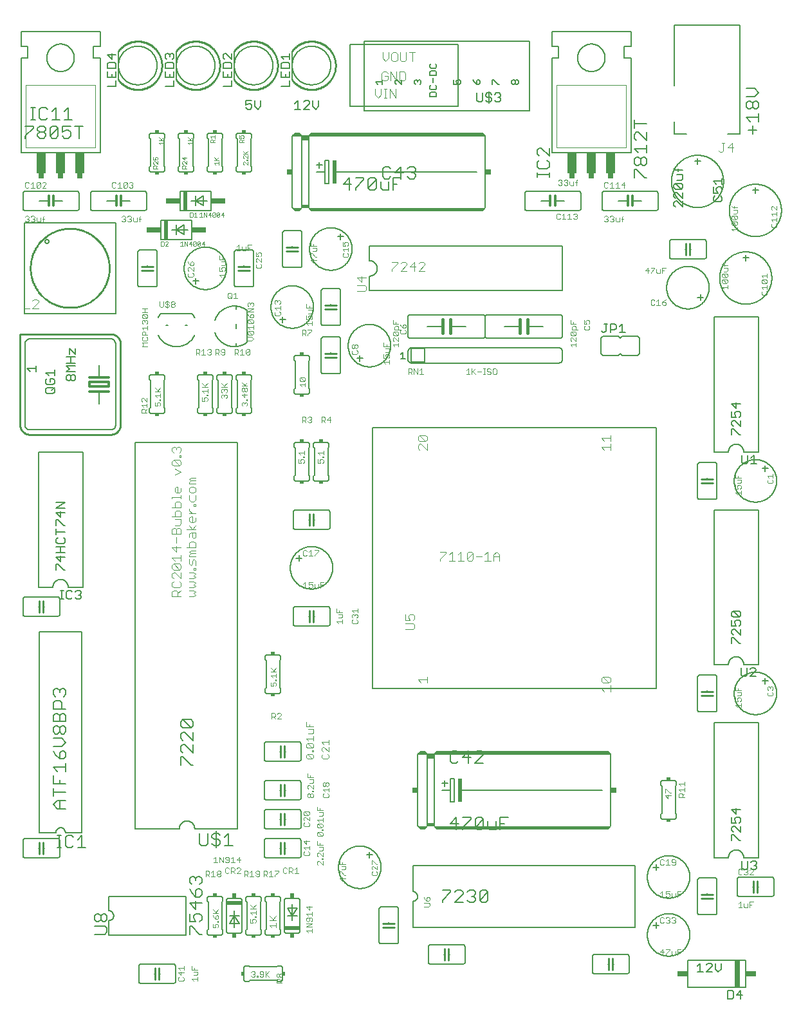
<source format=gto>
G04 EAGLE Gerber RS-274X export*
G75*
%MOMM*%
%FSLAX34Y34*%
%LPD*%
%INSilkscreen Top*%
%IPPOS*%
%AMOC8*
5,1,8,0,0,1.08239X$1,22.5*%
G01*
%ADD10C,0.101600*%
%ADD11C,0.152400*%
%ADD12C,0.050800*%
%ADD13R,0.762000X0.635000*%
%ADD14R,1.270000X2.794000*%
%ADD15C,0.177800*%
%ADD16C,0.076200*%
%ADD17C,0.304800*%
%ADD18R,0.508000X0.381000*%
%ADD19C,0.254000*%
%ADD20C,0.127000*%
%ADD21C,0.406400*%
%ADD22R,2.032000X0.508000*%
%ADD23R,0.508000X0.635000*%
%ADD24R,0.381000X0.508000*%
%ADD25R,0.508000X3.048000*%
%ADD26R,0.762000X0.762000*%
%ADD27C,0.203200*%
%ADD28R,0.635000X3.556000*%
%ADD29R,1.397000X0.762000*%
%ADD30R,0.508000X2.540000*%
%ADD31R,1.905000X0.762000*%


D10*
X945642Y533908D02*
X933948Y533908D01*
X933948Y539755D01*
X935897Y541704D01*
X939795Y541704D01*
X941744Y539755D01*
X941744Y533908D01*
X941744Y537806D02*
X945642Y541704D01*
X935897Y553398D02*
X933948Y551449D01*
X933948Y547551D01*
X935897Y545602D01*
X943693Y545602D01*
X945642Y547551D01*
X945642Y551449D01*
X943693Y553398D01*
X945642Y557296D02*
X945642Y565092D01*
X945642Y557296D02*
X937846Y565092D01*
X935897Y565092D01*
X933948Y563143D01*
X933948Y559245D01*
X935897Y557296D01*
X935897Y568990D02*
X943693Y568990D01*
X935897Y568990D02*
X933948Y570939D01*
X933948Y574837D01*
X935897Y576786D01*
X943693Y576786D01*
X945642Y574837D01*
X945642Y570939D01*
X943693Y568990D01*
X935897Y576786D01*
X937846Y580684D02*
X933948Y584582D01*
X945642Y584582D01*
X945642Y580684D02*
X945642Y588480D01*
X945642Y598225D02*
X933948Y598225D01*
X939795Y592378D01*
X939795Y600174D01*
X939795Y604072D02*
X939795Y611868D01*
X945642Y615766D02*
X933948Y615766D01*
X933948Y621613D01*
X935897Y623562D01*
X937846Y623562D01*
X939795Y621613D01*
X941744Y623562D01*
X943693Y623562D01*
X945642Y621613D01*
X945642Y615766D01*
X939795Y615766D02*
X939795Y621613D01*
X937846Y627460D02*
X943693Y627460D01*
X945642Y629409D01*
X945642Y635256D01*
X937846Y635256D01*
X933948Y639154D02*
X945642Y639154D01*
X945642Y645001D01*
X943693Y646950D01*
X939795Y646950D01*
X937846Y645001D01*
X937846Y639154D01*
X933948Y650848D02*
X945642Y650848D01*
X945642Y656695D01*
X943693Y658644D01*
X939795Y658644D01*
X937846Y656695D01*
X937846Y650848D01*
X933948Y662542D02*
X933948Y664491D01*
X945642Y664491D01*
X945642Y662542D02*
X945642Y666440D01*
X945642Y672287D02*
X945642Y676185D01*
X945642Y672287D02*
X943693Y670338D01*
X939795Y670338D01*
X937846Y672287D01*
X937846Y676185D01*
X939795Y678134D01*
X941744Y678134D01*
X941744Y670338D01*
X937846Y693726D02*
X945642Y697624D01*
X937846Y701522D01*
X935897Y705420D02*
X943693Y705420D01*
X935897Y705420D02*
X933948Y707369D01*
X933948Y711267D01*
X935897Y713216D01*
X943693Y713216D01*
X945642Y711267D01*
X945642Y707369D01*
X943693Y705420D01*
X935897Y713216D01*
X943693Y717114D02*
X945642Y717114D01*
X943693Y717114D02*
X943693Y719062D01*
X945642Y719062D01*
X945642Y717114D01*
X935897Y722960D02*
X933948Y724909D01*
X933948Y728807D01*
X935897Y730756D01*
X937846Y730756D01*
X939795Y728807D01*
X939795Y726858D01*
X939795Y728807D02*
X941744Y730756D01*
X943693Y730756D01*
X945642Y728807D01*
X945642Y724909D01*
X943693Y722960D01*
X956896Y533908D02*
X962743Y533908D01*
X964692Y535857D01*
X962743Y537806D01*
X964692Y539755D01*
X962743Y541704D01*
X956896Y541704D01*
X956896Y545602D02*
X962743Y545602D01*
X964692Y547551D01*
X962743Y549500D01*
X964692Y551449D01*
X962743Y553398D01*
X956896Y553398D01*
X956896Y557296D02*
X962743Y557296D01*
X964692Y559245D01*
X962743Y561194D01*
X964692Y563143D01*
X962743Y565092D01*
X956896Y565092D01*
X962743Y568990D02*
X964692Y568990D01*
X962743Y568990D02*
X962743Y570939D01*
X964692Y570939D01*
X964692Y568990D01*
X964692Y574837D02*
X964692Y580684D01*
X962743Y582633D01*
X960794Y580684D01*
X960794Y576786D01*
X958845Y574837D01*
X956896Y576786D01*
X956896Y582633D01*
X956896Y586531D02*
X964692Y586531D01*
X956896Y586531D02*
X956896Y588480D01*
X958845Y590429D01*
X964692Y590429D01*
X958845Y590429D02*
X956896Y592378D01*
X958845Y594327D01*
X964692Y594327D01*
X964692Y598225D02*
X952998Y598225D01*
X964692Y598225D02*
X964692Y604072D01*
X962743Y606021D01*
X958845Y606021D01*
X956896Y604072D01*
X956896Y598225D01*
X956896Y611868D02*
X956896Y615766D01*
X958845Y617715D01*
X964692Y617715D01*
X964692Y611868D01*
X962743Y609919D01*
X960794Y611868D01*
X960794Y617715D01*
X964692Y621613D02*
X952998Y621613D01*
X960794Y621613D02*
X964692Y627460D01*
X960794Y621613D02*
X956896Y627460D01*
X964692Y633307D02*
X964692Y637205D01*
X964692Y633307D02*
X962743Y631358D01*
X958845Y631358D01*
X956896Y633307D01*
X956896Y637205D01*
X958845Y639154D01*
X960794Y639154D01*
X960794Y631358D01*
X964692Y643052D02*
X956896Y643052D01*
X960794Y643052D02*
X956896Y646950D01*
X956896Y648899D01*
X962743Y652797D02*
X964692Y652797D01*
X962743Y652797D02*
X962743Y654746D01*
X964692Y654746D01*
X964692Y652797D01*
X956896Y660593D02*
X956896Y666440D01*
X956896Y660593D02*
X958845Y658644D01*
X962743Y658644D01*
X964692Y660593D01*
X964692Y666440D01*
X964692Y672287D02*
X964692Y676185D01*
X962743Y678134D01*
X958845Y678134D01*
X956896Y676185D01*
X956896Y672287D01*
X958845Y670338D01*
X962743Y670338D01*
X964692Y672287D01*
X964692Y682032D02*
X956896Y682032D01*
X956896Y683981D01*
X958845Y685930D01*
X964692Y685930D01*
X958845Y685930D02*
X956896Y687879D01*
X958845Y689828D01*
X964692Y689828D01*
D11*
X1697983Y1141776D02*
X1697983Y1152622D01*
X1692560Y1147199D02*
X1703406Y1147199D01*
X1695271Y1158147D02*
X1689848Y1163571D01*
X1706118Y1163571D01*
X1706118Y1168994D02*
X1706118Y1158147D01*
X1692560Y1174519D02*
X1689848Y1177230D01*
X1689848Y1182654D01*
X1692560Y1185365D01*
X1695271Y1185365D01*
X1697983Y1182654D01*
X1700695Y1185365D01*
X1703406Y1185365D01*
X1706118Y1182654D01*
X1706118Y1177230D01*
X1703406Y1174519D01*
X1700695Y1174519D01*
X1697983Y1177230D01*
X1695271Y1174519D01*
X1692560Y1174519D01*
X1697983Y1177230D02*
X1697983Y1182654D01*
X1700695Y1190890D02*
X1689848Y1190890D01*
X1700695Y1190890D02*
X1706118Y1196314D01*
X1700695Y1201737D01*
X1689848Y1201737D01*
X839470Y1117600D02*
X735330Y1117600D01*
X735330Y1276350D02*
X839470Y1276350D01*
X839470Y1242060D02*
X839470Y1117600D01*
X839470Y1242060D02*
X830580Y1242060D01*
X830580Y1257300D01*
X839470Y1257300D01*
X839470Y1276350D01*
X735330Y1242060D02*
X735330Y1117600D01*
X735330Y1242060D02*
X744220Y1242060D01*
X744220Y1257300D01*
X735330Y1257300D01*
X735330Y1276350D01*
D12*
X741680Y1123950D02*
X833120Y1123950D01*
X833120Y1206500D01*
X741680Y1206500D01*
X741680Y1123950D01*
D11*
X769366Y1242060D02*
X769371Y1242503D01*
X769388Y1242945D01*
X769415Y1243387D01*
X769453Y1243828D01*
X769502Y1244268D01*
X769561Y1244706D01*
X769632Y1245143D01*
X769713Y1245578D01*
X769804Y1246011D01*
X769906Y1246442D01*
X770019Y1246870D01*
X770143Y1247295D01*
X770276Y1247717D01*
X770420Y1248135D01*
X770574Y1248550D01*
X770739Y1248961D01*
X770913Y1249368D01*
X771097Y1249771D01*
X771292Y1250168D01*
X771495Y1250561D01*
X771709Y1250949D01*
X771932Y1251331D01*
X772164Y1251708D01*
X772405Y1252079D01*
X772656Y1252444D01*
X772915Y1252803D01*
X773183Y1253155D01*
X773460Y1253501D01*
X773744Y1253839D01*
X774038Y1254171D01*
X774339Y1254495D01*
X774648Y1254812D01*
X774965Y1255121D01*
X775289Y1255422D01*
X775621Y1255716D01*
X775959Y1256000D01*
X776305Y1256277D01*
X776657Y1256545D01*
X777016Y1256804D01*
X777381Y1257055D01*
X777752Y1257296D01*
X778129Y1257528D01*
X778511Y1257751D01*
X778899Y1257965D01*
X779292Y1258168D01*
X779689Y1258363D01*
X780092Y1258547D01*
X780499Y1258721D01*
X780910Y1258886D01*
X781325Y1259040D01*
X781743Y1259184D01*
X782165Y1259317D01*
X782590Y1259441D01*
X783018Y1259554D01*
X783449Y1259656D01*
X783882Y1259747D01*
X784317Y1259828D01*
X784754Y1259899D01*
X785192Y1259958D01*
X785632Y1260007D01*
X786073Y1260045D01*
X786515Y1260072D01*
X786957Y1260089D01*
X787400Y1260094D01*
X787843Y1260089D01*
X788285Y1260072D01*
X788727Y1260045D01*
X789168Y1260007D01*
X789608Y1259958D01*
X790046Y1259899D01*
X790483Y1259828D01*
X790918Y1259747D01*
X791351Y1259656D01*
X791782Y1259554D01*
X792210Y1259441D01*
X792635Y1259317D01*
X793057Y1259184D01*
X793475Y1259040D01*
X793890Y1258886D01*
X794301Y1258721D01*
X794708Y1258547D01*
X795111Y1258363D01*
X795508Y1258168D01*
X795901Y1257965D01*
X796289Y1257751D01*
X796671Y1257528D01*
X797048Y1257296D01*
X797419Y1257055D01*
X797784Y1256804D01*
X798143Y1256545D01*
X798495Y1256277D01*
X798841Y1256000D01*
X799179Y1255716D01*
X799511Y1255422D01*
X799835Y1255121D01*
X800152Y1254812D01*
X800461Y1254495D01*
X800762Y1254171D01*
X801056Y1253839D01*
X801340Y1253501D01*
X801617Y1253155D01*
X801885Y1252803D01*
X802144Y1252444D01*
X802395Y1252079D01*
X802636Y1251708D01*
X802868Y1251331D01*
X803091Y1250949D01*
X803305Y1250561D01*
X803508Y1250168D01*
X803703Y1249771D01*
X803887Y1249368D01*
X804061Y1248961D01*
X804226Y1248550D01*
X804380Y1248135D01*
X804524Y1247717D01*
X804657Y1247295D01*
X804781Y1246870D01*
X804894Y1246442D01*
X804996Y1246011D01*
X805087Y1245578D01*
X805168Y1245143D01*
X805239Y1244706D01*
X805298Y1244268D01*
X805347Y1243828D01*
X805385Y1243387D01*
X805412Y1242945D01*
X805429Y1242503D01*
X805434Y1242060D01*
X805429Y1241617D01*
X805412Y1241175D01*
X805385Y1240733D01*
X805347Y1240292D01*
X805298Y1239852D01*
X805239Y1239414D01*
X805168Y1238977D01*
X805087Y1238542D01*
X804996Y1238109D01*
X804894Y1237678D01*
X804781Y1237250D01*
X804657Y1236825D01*
X804524Y1236403D01*
X804380Y1235985D01*
X804226Y1235570D01*
X804061Y1235159D01*
X803887Y1234752D01*
X803703Y1234349D01*
X803508Y1233952D01*
X803305Y1233559D01*
X803091Y1233171D01*
X802868Y1232789D01*
X802636Y1232412D01*
X802395Y1232041D01*
X802144Y1231676D01*
X801885Y1231317D01*
X801617Y1230965D01*
X801340Y1230619D01*
X801056Y1230281D01*
X800762Y1229949D01*
X800461Y1229625D01*
X800152Y1229308D01*
X799835Y1228999D01*
X799511Y1228698D01*
X799179Y1228404D01*
X798841Y1228120D01*
X798495Y1227843D01*
X798143Y1227575D01*
X797784Y1227316D01*
X797419Y1227065D01*
X797048Y1226824D01*
X796671Y1226592D01*
X796289Y1226369D01*
X795901Y1226155D01*
X795508Y1225952D01*
X795111Y1225757D01*
X794708Y1225573D01*
X794301Y1225399D01*
X793890Y1225234D01*
X793475Y1225080D01*
X793057Y1224936D01*
X792635Y1224803D01*
X792210Y1224679D01*
X791782Y1224566D01*
X791351Y1224464D01*
X790918Y1224373D01*
X790483Y1224292D01*
X790046Y1224221D01*
X789608Y1224162D01*
X789168Y1224113D01*
X788727Y1224075D01*
X788285Y1224048D01*
X787843Y1224031D01*
X787400Y1224026D01*
X786957Y1224031D01*
X786515Y1224048D01*
X786073Y1224075D01*
X785632Y1224113D01*
X785192Y1224162D01*
X784754Y1224221D01*
X784317Y1224292D01*
X783882Y1224373D01*
X783449Y1224464D01*
X783018Y1224566D01*
X782590Y1224679D01*
X782165Y1224803D01*
X781743Y1224936D01*
X781325Y1225080D01*
X780910Y1225234D01*
X780499Y1225399D01*
X780092Y1225573D01*
X779689Y1225757D01*
X779292Y1225952D01*
X778899Y1226155D01*
X778511Y1226369D01*
X778129Y1226592D01*
X777752Y1226824D01*
X777381Y1227065D01*
X777016Y1227316D01*
X776657Y1227575D01*
X776305Y1227843D01*
X775959Y1228120D01*
X775621Y1228404D01*
X775289Y1228698D01*
X774965Y1228999D01*
X774648Y1229308D01*
X774339Y1229625D01*
X774038Y1229949D01*
X773744Y1230281D01*
X773460Y1230619D01*
X773183Y1230965D01*
X772915Y1231317D01*
X772656Y1231676D01*
X772405Y1232041D01*
X772164Y1232412D01*
X771932Y1232789D01*
X771709Y1233171D01*
X771495Y1233559D01*
X771292Y1233952D01*
X771097Y1234349D01*
X770913Y1234752D01*
X770739Y1235159D01*
X770574Y1235570D01*
X770420Y1235985D01*
X770276Y1236403D01*
X770143Y1236825D01*
X770019Y1237250D01*
X769906Y1237678D01*
X769804Y1238109D01*
X769713Y1238542D01*
X769632Y1238977D01*
X769561Y1239414D01*
X769502Y1239852D01*
X769453Y1240292D01*
X769415Y1240733D01*
X769388Y1241175D01*
X769371Y1241617D01*
X769366Y1242060D01*
D13*
X812800Y1086485D03*
X787400Y1086485D03*
X762000Y1086485D03*
D14*
X762000Y1103630D03*
X787400Y1103630D03*
X812800Y1103630D03*
D15*
X753918Y1160399D02*
X748580Y1160399D01*
X751249Y1160399D02*
X751249Y1176415D01*
X748580Y1176415D02*
X753918Y1176415D01*
X767502Y1176415D02*
X770171Y1173745D01*
X767502Y1176415D02*
X762164Y1176415D01*
X759494Y1173745D01*
X759494Y1163068D01*
X762164Y1160399D01*
X767502Y1160399D01*
X770171Y1163068D01*
X775866Y1171076D02*
X781204Y1176415D01*
X781204Y1160399D01*
X775866Y1160399D02*
X786543Y1160399D01*
X792237Y1171076D02*
X797576Y1176415D01*
X797576Y1160399D01*
X802914Y1160399D02*
X792237Y1160399D01*
X751398Y1152285D02*
X740721Y1152285D01*
X751398Y1152285D02*
X751398Y1149615D01*
X740721Y1138938D01*
X740721Y1136269D01*
X757093Y1149615D02*
X759762Y1152285D01*
X765100Y1152285D01*
X767770Y1149615D01*
X767770Y1146946D01*
X765100Y1144277D01*
X767770Y1141608D01*
X767770Y1138938D01*
X765100Y1136269D01*
X759762Y1136269D01*
X757093Y1138938D01*
X757093Y1141608D01*
X759762Y1144277D01*
X757093Y1146946D01*
X757093Y1149615D01*
X759762Y1144277D02*
X765100Y1144277D01*
X773464Y1138938D02*
X773464Y1149615D01*
X776133Y1152285D01*
X781472Y1152285D01*
X784141Y1149615D01*
X784141Y1138938D01*
X781472Y1136269D01*
X776133Y1136269D01*
X773464Y1138938D01*
X784141Y1149615D01*
X789836Y1152285D02*
X800513Y1152285D01*
X789836Y1152285D02*
X789836Y1144277D01*
X795174Y1146946D01*
X797844Y1146946D01*
X800513Y1144277D01*
X800513Y1138938D01*
X797844Y1136269D01*
X792505Y1136269D01*
X789836Y1138938D01*
X811546Y1136269D02*
X811546Y1152285D01*
X816884Y1152285D02*
X806207Y1152285D01*
D11*
X1689100Y982980D02*
X1689100Y975360D01*
X1685290Y979170D02*
X1692910Y979170D01*
X1654810Y952500D02*
X1654820Y953342D01*
X1654851Y954183D01*
X1654903Y955023D01*
X1654975Y955861D01*
X1655068Y956697D01*
X1655181Y957531D01*
X1655315Y958362D01*
X1655469Y959190D01*
X1655643Y960013D01*
X1655838Y960832D01*
X1656052Y961646D01*
X1656287Y962454D01*
X1656541Y963256D01*
X1656814Y964052D01*
X1657108Y964841D01*
X1657420Y965622D01*
X1657752Y966396D01*
X1658102Y967161D01*
X1658471Y967917D01*
X1658859Y968664D01*
X1659265Y969401D01*
X1659688Y970129D01*
X1660130Y970845D01*
X1660589Y971551D01*
X1661065Y972244D01*
X1661558Y972927D01*
X1662068Y973596D01*
X1662593Y974253D01*
X1663135Y974897D01*
X1663693Y975528D01*
X1664266Y976144D01*
X1664853Y976747D01*
X1665456Y977334D01*
X1666072Y977907D01*
X1666703Y978465D01*
X1667347Y979007D01*
X1668004Y979532D01*
X1668673Y980042D01*
X1669356Y980535D01*
X1670049Y981011D01*
X1670755Y981470D01*
X1671471Y981912D01*
X1672199Y982335D01*
X1672936Y982741D01*
X1673683Y983129D01*
X1674439Y983498D01*
X1675204Y983848D01*
X1675978Y984180D01*
X1676759Y984492D01*
X1677548Y984786D01*
X1678344Y985059D01*
X1679146Y985313D01*
X1679954Y985548D01*
X1680768Y985762D01*
X1681587Y985957D01*
X1682410Y986131D01*
X1683238Y986285D01*
X1684069Y986419D01*
X1684903Y986532D01*
X1685739Y986625D01*
X1686577Y986697D01*
X1687417Y986749D01*
X1688258Y986780D01*
X1689100Y986790D01*
X1689942Y986780D01*
X1690783Y986749D01*
X1691623Y986697D01*
X1692461Y986625D01*
X1693297Y986532D01*
X1694131Y986419D01*
X1694962Y986285D01*
X1695790Y986131D01*
X1696613Y985957D01*
X1697432Y985762D01*
X1698246Y985548D01*
X1699054Y985313D01*
X1699856Y985059D01*
X1700652Y984786D01*
X1701441Y984492D01*
X1702222Y984180D01*
X1702996Y983848D01*
X1703761Y983498D01*
X1704517Y983129D01*
X1705264Y982741D01*
X1706001Y982335D01*
X1706729Y981912D01*
X1707445Y981470D01*
X1708151Y981011D01*
X1708844Y980535D01*
X1709527Y980042D01*
X1710196Y979532D01*
X1710853Y979007D01*
X1711497Y978465D01*
X1712128Y977907D01*
X1712744Y977334D01*
X1713347Y976747D01*
X1713934Y976144D01*
X1714507Y975528D01*
X1715065Y974897D01*
X1715607Y974253D01*
X1716132Y973596D01*
X1716642Y972927D01*
X1717135Y972244D01*
X1717611Y971551D01*
X1718070Y970845D01*
X1718512Y970129D01*
X1718935Y969401D01*
X1719341Y968664D01*
X1719729Y967917D01*
X1720098Y967161D01*
X1720448Y966396D01*
X1720780Y965622D01*
X1721092Y964841D01*
X1721386Y964052D01*
X1721659Y963256D01*
X1721913Y962454D01*
X1722148Y961646D01*
X1722362Y960832D01*
X1722557Y960013D01*
X1722731Y959190D01*
X1722885Y958362D01*
X1723019Y957531D01*
X1723132Y956697D01*
X1723225Y955861D01*
X1723297Y955023D01*
X1723349Y954183D01*
X1723380Y953342D01*
X1723390Y952500D01*
X1723380Y951658D01*
X1723349Y950817D01*
X1723297Y949977D01*
X1723225Y949139D01*
X1723132Y948303D01*
X1723019Y947469D01*
X1722885Y946638D01*
X1722731Y945810D01*
X1722557Y944987D01*
X1722362Y944168D01*
X1722148Y943354D01*
X1721913Y942546D01*
X1721659Y941744D01*
X1721386Y940948D01*
X1721092Y940159D01*
X1720780Y939378D01*
X1720448Y938604D01*
X1720098Y937839D01*
X1719729Y937083D01*
X1719341Y936336D01*
X1718935Y935599D01*
X1718512Y934871D01*
X1718070Y934155D01*
X1717611Y933449D01*
X1717135Y932756D01*
X1716642Y932073D01*
X1716132Y931404D01*
X1715607Y930747D01*
X1715065Y930103D01*
X1714507Y929472D01*
X1713934Y928856D01*
X1713347Y928253D01*
X1712744Y927666D01*
X1712128Y927093D01*
X1711497Y926535D01*
X1710853Y925993D01*
X1710196Y925468D01*
X1709527Y924958D01*
X1708844Y924465D01*
X1708151Y923989D01*
X1707445Y923530D01*
X1706729Y923088D01*
X1706001Y922665D01*
X1705264Y922259D01*
X1704517Y921871D01*
X1703761Y921502D01*
X1702996Y921152D01*
X1702222Y920820D01*
X1701441Y920508D01*
X1700652Y920214D01*
X1699856Y919941D01*
X1699054Y919687D01*
X1698246Y919452D01*
X1697432Y919238D01*
X1696613Y919043D01*
X1695790Y918869D01*
X1694962Y918715D01*
X1694131Y918581D01*
X1693297Y918468D01*
X1692461Y918375D01*
X1691623Y918303D01*
X1690783Y918251D01*
X1689942Y918220D01*
X1689100Y918210D01*
X1688258Y918220D01*
X1687417Y918251D01*
X1686577Y918303D01*
X1685739Y918375D01*
X1684903Y918468D01*
X1684069Y918581D01*
X1683238Y918715D01*
X1682410Y918869D01*
X1681587Y919043D01*
X1680768Y919238D01*
X1679954Y919452D01*
X1679146Y919687D01*
X1678344Y919941D01*
X1677548Y920214D01*
X1676759Y920508D01*
X1675978Y920820D01*
X1675204Y921152D01*
X1674439Y921502D01*
X1673683Y921871D01*
X1672936Y922259D01*
X1672199Y922665D01*
X1671471Y923088D01*
X1670755Y923530D01*
X1670049Y923989D01*
X1669356Y924465D01*
X1668673Y924958D01*
X1668004Y925468D01*
X1667347Y925993D01*
X1666703Y926535D01*
X1666072Y927093D01*
X1665456Y927666D01*
X1664853Y928253D01*
X1664266Y928856D01*
X1663693Y929472D01*
X1663135Y930103D01*
X1662593Y930747D01*
X1662068Y931404D01*
X1661558Y932073D01*
X1661065Y932756D01*
X1660589Y933449D01*
X1660130Y934155D01*
X1659688Y934871D01*
X1659265Y935599D01*
X1658859Y936336D01*
X1658471Y937083D01*
X1658102Y937839D01*
X1657752Y938604D01*
X1657420Y939378D01*
X1657108Y940159D01*
X1656814Y940948D01*
X1656541Y941744D01*
X1656287Y942546D01*
X1656052Y943354D01*
X1655838Y944168D01*
X1655643Y944987D01*
X1655469Y945810D01*
X1655315Y946638D01*
X1655181Y947469D01*
X1655068Y948303D01*
X1654975Y949139D01*
X1654903Y949977D01*
X1654851Y950817D01*
X1654820Y951658D01*
X1654810Y952500D01*
D16*
X1709795Y934251D02*
X1711023Y935479D01*
X1709795Y934251D02*
X1709795Y931793D01*
X1711023Y930564D01*
X1715938Y930564D01*
X1717167Y931793D01*
X1717167Y934251D01*
X1715938Y935479D01*
X1712252Y938049D02*
X1709795Y940506D01*
X1717167Y940506D01*
X1717167Y938049D02*
X1717167Y942963D01*
X1715938Y945533D02*
X1711023Y945533D01*
X1709795Y946761D01*
X1709795Y949219D01*
X1711023Y950448D01*
X1715938Y950448D01*
X1717167Y949219D01*
X1717167Y946761D01*
X1715938Y945533D01*
X1711023Y950448D01*
X1712252Y953017D02*
X1709795Y955474D01*
X1717167Y955474D01*
X1717167Y953017D02*
X1717167Y957932D01*
X1660182Y938275D02*
X1657725Y940732D01*
X1665097Y940732D01*
X1665097Y938275D02*
X1665097Y943190D01*
X1663868Y945759D02*
X1658953Y945759D01*
X1657725Y946988D01*
X1657725Y949445D01*
X1658953Y950674D01*
X1663868Y950674D01*
X1665097Y949445D01*
X1665097Y946988D01*
X1663868Y945759D01*
X1658953Y950674D01*
X1658953Y953243D02*
X1663868Y953243D01*
X1658953Y953243D02*
X1657725Y954472D01*
X1657725Y956929D01*
X1658953Y958158D01*
X1663868Y958158D01*
X1665097Y956929D01*
X1665097Y954472D01*
X1663868Y953243D01*
X1658953Y958158D01*
X1660182Y960727D02*
X1663868Y960727D01*
X1665097Y961956D01*
X1665097Y965642D01*
X1660182Y965642D01*
X1658953Y969440D02*
X1665097Y969440D01*
X1658953Y969440D02*
X1657725Y970669D01*
X1661411Y970669D02*
X1661411Y968212D01*
D17*
X771652Y1054100D02*
X771652Y1060450D01*
X771652Y1054100D02*
X771652Y1047750D01*
D11*
X771652Y1054100D02*
X759460Y1054100D01*
D17*
X778002Y1054100D02*
X778002Y1060450D01*
X778002Y1054100D02*
X778002Y1047750D01*
D11*
X778002Y1054100D02*
X789940Y1054100D01*
X737870Y1064260D02*
X737870Y1043940D01*
X740410Y1041400D02*
X808990Y1041400D01*
X811530Y1043940D02*
X811530Y1064260D01*
X808990Y1066800D02*
X740410Y1066800D01*
X808990Y1066800D02*
X809090Y1066798D01*
X809189Y1066792D01*
X809289Y1066782D01*
X809387Y1066769D01*
X809486Y1066751D01*
X809583Y1066730D01*
X809679Y1066705D01*
X809775Y1066676D01*
X809869Y1066643D01*
X809962Y1066607D01*
X810053Y1066567D01*
X810143Y1066523D01*
X810231Y1066476D01*
X810317Y1066426D01*
X810401Y1066372D01*
X810483Y1066315D01*
X810562Y1066255D01*
X810640Y1066191D01*
X810714Y1066125D01*
X810786Y1066056D01*
X810855Y1065984D01*
X810921Y1065910D01*
X810985Y1065832D01*
X811045Y1065753D01*
X811102Y1065671D01*
X811156Y1065587D01*
X811206Y1065501D01*
X811253Y1065413D01*
X811297Y1065323D01*
X811337Y1065232D01*
X811373Y1065139D01*
X811406Y1065045D01*
X811435Y1064949D01*
X811460Y1064853D01*
X811481Y1064756D01*
X811499Y1064657D01*
X811512Y1064559D01*
X811522Y1064459D01*
X811528Y1064360D01*
X811530Y1064260D01*
X811530Y1043940D02*
X811528Y1043840D01*
X811522Y1043741D01*
X811512Y1043641D01*
X811499Y1043543D01*
X811481Y1043444D01*
X811460Y1043347D01*
X811435Y1043251D01*
X811406Y1043155D01*
X811373Y1043061D01*
X811337Y1042968D01*
X811297Y1042877D01*
X811253Y1042787D01*
X811206Y1042699D01*
X811156Y1042613D01*
X811102Y1042529D01*
X811045Y1042447D01*
X810985Y1042368D01*
X810921Y1042290D01*
X810855Y1042216D01*
X810786Y1042144D01*
X810714Y1042075D01*
X810640Y1042009D01*
X810562Y1041945D01*
X810483Y1041885D01*
X810401Y1041828D01*
X810317Y1041774D01*
X810231Y1041724D01*
X810143Y1041677D01*
X810053Y1041633D01*
X809962Y1041593D01*
X809869Y1041557D01*
X809775Y1041524D01*
X809679Y1041495D01*
X809583Y1041470D01*
X809486Y1041449D01*
X809387Y1041431D01*
X809289Y1041418D01*
X809189Y1041408D01*
X809090Y1041402D01*
X808990Y1041400D01*
X740410Y1041400D02*
X740310Y1041402D01*
X740211Y1041408D01*
X740111Y1041418D01*
X740013Y1041431D01*
X739914Y1041449D01*
X739817Y1041470D01*
X739721Y1041495D01*
X739625Y1041524D01*
X739531Y1041557D01*
X739438Y1041593D01*
X739347Y1041633D01*
X739257Y1041677D01*
X739169Y1041724D01*
X739083Y1041774D01*
X738999Y1041828D01*
X738917Y1041885D01*
X738838Y1041945D01*
X738760Y1042009D01*
X738686Y1042075D01*
X738614Y1042144D01*
X738545Y1042216D01*
X738479Y1042290D01*
X738415Y1042368D01*
X738355Y1042447D01*
X738298Y1042529D01*
X738244Y1042613D01*
X738194Y1042699D01*
X738147Y1042787D01*
X738103Y1042877D01*
X738063Y1042968D01*
X738027Y1043061D01*
X737994Y1043155D01*
X737965Y1043251D01*
X737940Y1043347D01*
X737919Y1043444D01*
X737901Y1043543D01*
X737888Y1043641D01*
X737878Y1043741D01*
X737872Y1043840D01*
X737870Y1043940D01*
X737870Y1064260D02*
X737872Y1064360D01*
X737878Y1064459D01*
X737888Y1064559D01*
X737901Y1064657D01*
X737919Y1064756D01*
X737940Y1064853D01*
X737965Y1064949D01*
X737994Y1065045D01*
X738027Y1065139D01*
X738063Y1065232D01*
X738103Y1065323D01*
X738147Y1065413D01*
X738194Y1065501D01*
X738244Y1065587D01*
X738298Y1065671D01*
X738355Y1065753D01*
X738415Y1065832D01*
X738479Y1065910D01*
X738545Y1065984D01*
X738614Y1066056D01*
X738686Y1066125D01*
X738760Y1066191D01*
X738838Y1066255D01*
X738917Y1066315D01*
X738999Y1066372D01*
X739083Y1066426D01*
X739169Y1066476D01*
X739257Y1066523D01*
X739347Y1066567D01*
X739438Y1066607D01*
X739531Y1066643D01*
X739625Y1066676D01*
X739721Y1066705D01*
X739817Y1066730D01*
X739914Y1066751D01*
X740013Y1066769D01*
X740111Y1066782D01*
X740211Y1066792D01*
X740310Y1066798D01*
X740410Y1066800D01*
D16*
X745706Y1077135D02*
X744477Y1078363D01*
X742020Y1078363D01*
X740791Y1077135D01*
X740791Y1072220D01*
X742020Y1070991D01*
X744477Y1070991D01*
X745706Y1072220D01*
X748275Y1075906D02*
X750733Y1078363D01*
X750733Y1070991D01*
X753190Y1070991D02*
X748275Y1070991D01*
X755759Y1072220D02*
X755759Y1077135D01*
X756988Y1078363D01*
X759445Y1078363D01*
X760674Y1077135D01*
X760674Y1072220D01*
X759445Y1070991D01*
X756988Y1070991D01*
X755759Y1072220D01*
X760674Y1077135D01*
X763243Y1070991D02*
X768158Y1070991D01*
X763243Y1070991D02*
X768158Y1075906D01*
X768158Y1077135D01*
X766930Y1078363D01*
X764472Y1078363D01*
X763243Y1077135D01*
X742020Y1033913D02*
X740791Y1032685D01*
X742020Y1033913D02*
X744477Y1033913D01*
X745706Y1032685D01*
X745706Y1031456D01*
X744477Y1030227D01*
X743248Y1030227D01*
X744477Y1030227D02*
X745706Y1028998D01*
X745706Y1027770D01*
X744477Y1026541D01*
X742020Y1026541D01*
X740791Y1027770D01*
X748275Y1032685D02*
X749504Y1033913D01*
X751961Y1033913D01*
X753190Y1032685D01*
X753190Y1031456D01*
X751961Y1030227D01*
X750733Y1030227D01*
X751961Y1030227D02*
X753190Y1028998D01*
X753190Y1027770D01*
X751961Y1026541D01*
X749504Y1026541D01*
X748275Y1027770D01*
X755759Y1027770D02*
X755759Y1031456D01*
X755759Y1027770D02*
X756988Y1026541D01*
X760674Y1026541D01*
X760674Y1031456D01*
X764472Y1032685D02*
X764472Y1026541D01*
X764472Y1032685D02*
X765701Y1033913D01*
X765701Y1030227D02*
X763243Y1030227D01*
D17*
X860552Y1054100D02*
X860552Y1060450D01*
X860552Y1054100D02*
X860552Y1047750D01*
D11*
X860552Y1054100D02*
X848360Y1054100D01*
D17*
X866902Y1054100D02*
X866902Y1060450D01*
X866902Y1054100D02*
X866902Y1047750D01*
D11*
X866902Y1054100D02*
X878840Y1054100D01*
X826770Y1064260D02*
X826770Y1043940D01*
X829310Y1041400D02*
X897890Y1041400D01*
X900430Y1043940D02*
X900430Y1064260D01*
X897890Y1066800D02*
X829310Y1066800D01*
X897890Y1066800D02*
X897990Y1066798D01*
X898089Y1066792D01*
X898189Y1066782D01*
X898287Y1066769D01*
X898386Y1066751D01*
X898483Y1066730D01*
X898579Y1066705D01*
X898675Y1066676D01*
X898769Y1066643D01*
X898862Y1066607D01*
X898953Y1066567D01*
X899043Y1066523D01*
X899131Y1066476D01*
X899217Y1066426D01*
X899301Y1066372D01*
X899383Y1066315D01*
X899462Y1066255D01*
X899540Y1066191D01*
X899614Y1066125D01*
X899686Y1066056D01*
X899755Y1065984D01*
X899821Y1065910D01*
X899885Y1065832D01*
X899945Y1065753D01*
X900002Y1065671D01*
X900056Y1065587D01*
X900106Y1065501D01*
X900153Y1065413D01*
X900197Y1065323D01*
X900237Y1065232D01*
X900273Y1065139D01*
X900306Y1065045D01*
X900335Y1064949D01*
X900360Y1064853D01*
X900381Y1064756D01*
X900399Y1064657D01*
X900412Y1064559D01*
X900422Y1064459D01*
X900428Y1064360D01*
X900430Y1064260D01*
X900430Y1043940D02*
X900428Y1043840D01*
X900422Y1043741D01*
X900412Y1043641D01*
X900399Y1043543D01*
X900381Y1043444D01*
X900360Y1043347D01*
X900335Y1043251D01*
X900306Y1043155D01*
X900273Y1043061D01*
X900237Y1042968D01*
X900197Y1042877D01*
X900153Y1042787D01*
X900106Y1042699D01*
X900056Y1042613D01*
X900002Y1042529D01*
X899945Y1042447D01*
X899885Y1042368D01*
X899821Y1042290D01*
X899755Y1042216D01*
X899686Y1042144D01*
X899614Y1042075D01*
X899540Y1042009D01*
X899462Y1041945D01*
X899383Y1041885D01*
X899301Y1041828D01*
X899217Y1041774D01*
X899131Y1041724D01*
X899043Y1041677D01*
X898953Y1041633D01*
X898862Y1041593D01*
X898769Y1041557D01*
X898675Y1041524D01*
X898579Y1041495D01*
X898483Y1041470D01*
X898386Y1041449D01*
X898287Y1041431D01*
X898189Y1041418D01*
X898089Y1041408D01*
X897990Y1041402D01*
X897890Y1041400D01*
X829310Y1041400D02*
X829210Y1041402D01*
X829111Y1041408D01*
X829011Y1041418D01*
X828913Y1041431D01*
X828814Y1041449D01*
X828717Y1041470D01*
X828621Y1041495D01*
X828525Y1041524D01*
X828431Y1041557D01*
X828338Y1041593D01*
X828247Y1041633D01*
X828157Y1041677D01*
X828069Y1041724D01*
X827983Y1041774D01*
X827899Y1041828D01*
X827817Y1041885D01*
X827738Y1041945D01*
X827660Y1042009D01*
X827586Y1042075D01*
X827514Y1042144D01*
X827445Y1042216D01*
X827379Y1042290D01*
X827315Y1042368D01*
X827255Y1042447D01*
X827198Y1042529D01*
X827144Y1042613D01*
X827094Y1042699D01*
X827047Y1042787D01*
X827003Y1042877D01*
X826963Y1042968D01*
X826927Y1043061D01*
X826894Y1043155D01*
X826865Y1043251D01*
X826840Y1043347D01*
X826819Y1043444D01*
X826801Y1043543D01*
X826788Y1043641D01*
X826778Y1043741D01*
X826772Y1043840D01*
X826770Y1043940D01*
X826770Y1064260D02*
X826772Y1064360D01*
X826778Y1064459D01*
X826788Y1064559D01*
X826801Y1064657D01*
X826819Y1064756D01*
X826840Y1064853D01*
X826865Y1064949D01*
X826894Y1065045D01*
X826927Y1065139D01*
X826963Y1065232D01*
X827003Y1065323D01*
X827047Y1065413D01*
X827094Y1065501D01*
X827144Y1065587D01*
X827198Y1065671D01*
X827255Y1065753D01*
X827315Y1065832D01*
X827379Y1065910D01*
X827445Y1065984D01*
X827514Y1066056D01*
X827586Y1066125D01*
X827660Y1066191D01*
X827738Y1066255D01*
X827817Y1066315D01*
X827899Y1066372D01*
X827983Y1066426D01*
X828069Y1066476D01*
X828157Y1066523D01*
X828247Y1066567D01*
X828338Y1066607D01*
X828431Y1066643D01*
X828525Y1066676D01*
X828621Y1066705D01*
X828717Y1066730D01*
X828814Y1066751D01*
X828913Y1066769D01*
X829011Y1066782D01*
X829111Y1066792D01*
X829210Y1066798D01*
X829310Y1066800D01*
D16*
X858777Y1078363D02*
X860006Y1077135D01*
X858777Y1078363D02*
X856320Y1078363D01*
X855091Y1077135D01*
X855091Y1072220D01*
X856320Y1070991D01*
X858777Y1070991D01*
X860006Y1072220D01*
X862575Y1075906D02*
X865033Y1078363D01*
X865033Y1070991D01*
X867490Y1070991D02*
X862575Y1070991D01*
X870059Y1072220D02*
X870059Y1077135D01*
X871288Y1078363D01*
X873745Y1078363D01*
X874974Y1077135D01*
X874974Y1072220D01*
X873745Y1070991D01*
X871288Y1070991D01*
X870059Y1072220D01*
X874974Y1077135D01*
X877543Y1077135D02*
X878772Y1078363D01*
X881230Y1078363D01*
X882458Y1077135D01*
X882458Y1075906D01*
X881230Y1074677D01*
X880001Y1074677D01*
X881230Y1074677D02*
X882458Y1073448D01*
X882458Y1072220D01*
X881230Y1070991D01*
X878772Y1070991D01*
X877543Y1072220D01*
X869020Y1033913D02*
X867791Y1032685D01*
X869020Y1033913D02*
X871477Y1033913D01*
X872706Y1032685D01*
X872706Y1031456D01*
X871477Y1030227D01*
X870248Y1030227D01*
X871477Y1030227D02*
X872706Y1028998D01*
X872706Y1027770D01*
X871477Y1026541D01*
X869020Y1026541D01*
X867791Y1027770D01*
X875275Y1032685D02*
X876504Y1033913D01*
X878961Y1033913D01*
X880190Y1032685D01*
X880190Y1031456D01*
X878961Y1030227D01*
X877733Y1030227D01*
X878961Y1030227D02*
X880190Y1028998D01*
X880190Y1027770D01*
X878961Y1026541D01*
X876504Y1026541D01*
X875275Y1027770D01*
X882759Y1027770D02*
X882759Y1031456D01*
X882759Y1027770D02*
X883988Y1026541D01*
X887674Y1026541D01*
X887674Y1031456D01*
X891472Y1032685D02*
X891472Y1026541D01*
X891472Y1032685D02*
X892701Y1033913D01*
X892701Y1030227D02*
X890243Y1030227D01*
D11*
X885190Y736600D02*
X885190Y228600D01*
X1019810Y228600D02*
X1019810Y736600D01*
X885190Y736600D01*
X885190Y228600D02*
X943610Y228600D01*
X963930Y228600D02*
X1019810Y228600D01*
X963930Y228600D02*
X963927Y228847D01*
X963918Y229095D01*
X963903Y229342D01*
X963882Y229588D01*
X963855Y229834D01*
X963822Y230079D01*
X963783Y230324D01*
X963738Y230567D01*
X963687Y230809D01*
X963630Y231050D01*
X963568Y231289D01*
X963499Y231527D01*
X963425Y231763D01*
X963345Y231997D01*
X963260Y232229D01*
X963168Y232459D01*
X963072Y232687D01*
X962969Y232912D01*
X962862Y233135D01*
X962748Y233355D01*
X962630Y233572D01*
X962506Y233787D01*
X962377Y233998D01*
X962243Y234206D01*
X962104Y234411D01*
X961960Y234612D01*
X961812Y234810D01*
X961658Y235004D01*
X961500Y235194D01*
X961337Y235380D01*
X961170Y235562D01*
X960998Y235740D01*
X960822Y235914D01*
X960642Y236084D01*
X960457Y236249D01*
X960269Y236409D01*
X960077Y236565D01*
X959881Y236717D01*
X959682Y236863D01*
X959479Y237005D01*
X959272Y237141D01*
X959063Y237273D01*
X958850Y237399D01*
X958634Y237520D01*
X958416Y237636D01*
X958194Y237746D01*
X957970Y237851D01*
X957744Y237951D01*
X957515Y238045D01*
X957284Y238133D01*
X957050Y238216D01*
X956815Y238293D01*
X956578Y238364D01*
X956340Y238430D01*
X956100Y238489D01*
X955858Y238543D01*
X955615Y238591D01*
X955372Y238633D01*
X955127Y238669D01*
X954881Y238699D01*
X954635Y238723D01*
X954388Y238741D01*
X954141Y238753D01*
X953894Y238759D01*
X953646Y238759D01*
X953399Y238753D01*
X953152Y238741D01*
X952905Y238723D01*
X952659Y238699D01*
X952413Y238669D01*
X952168Y238633D01*
X951925Y238591D01*
X951682Y238543D01*
X951440Y238489D01*
X951200Y238430D01*
X950962Y238364D01*
X950725Y238293D01*
X950490Y238216D01*
X950256Y238133D01*
X950025Y238045D01*
X949796Y237951D01*
X949570Y237851D01*
X949346Y237746D01*
X949124Y237636D01*
X948906Y237520D01*
X948690Y237399D01*
X948477Y237273D01*
X948268Y237141D01*
X948061Y237005D01*
X947858Y236863D01*
X947659Y236717D01*
X947463Y236565D01*
X947271Y236409D01*
X947083Y236249D01*
X946898Y236084D01*
X946718Y235914D01*
X946542Y235740D01*
X946370Y235562D01*
X946203Y235380D01*
X946040Y235194D01*
X945882Y235004D01*
X945728Y234810D01*
X945580Y234612D01*
X945436Y234411D01*
X945297Y234206D01*
X945163Y233998D01*
X945034Y233787D01*
X944910Y233572D01*
X944792Y233355D01*
X944678Y233135D01*
X944571Y232912D01*
X944468Y232687D01*
X944372Y232459D01*
X944280Y232229D01*
X944195Y231997D01*
X944115Y231763D01*
X944041Y231527D01*
X943972Y231289D01*
X943910Y231050D01*
X943853Y230809D01*
X943802Y230567D01*
X943757Y230324D01*
X943718Y230079D01*
X943685Y229834D01*
X943658Y229588D01*
X943637Y229342D01*
X943622Y229095D01*
X943613Y228847D01*
X943610Y228600D01*
X970187Y222772D02*
X970187Y209214D01*
X972899Y206502D01*
X978322Y206502D01*
X981034Y209214D01*
X981034Y222772D01*
X986559Y209214D02*
X989270Y206502D01*
X994694Y206502D01*
X997405Y209214D01*
X997405Y211925D01*
X994694Y214637D01*
X989270Y214637D01*
X986559Y217349D01*
X986559Y220060D01*
X989270Y222772D01*
X994694Y222772D01*
X997405Y220060D01*
X991982Y225484D02*
X991982Y203790D01*
X1002930Y217349D02*
X1008354Y222772D01*
X1008354Y206502D01*
X1013777Y206502D02*
X1002930Y206502D01*
X945628Y311912D02*
X945628Y322759D01*
X948340Y322759D01*
X959186Y311912D01*
X961898Y311912D01*
X961898Y328284D02*
X961898Y339130D01*
X961898Y328284D02*
X951051Y339130D01*
X948340Y339130D01*
X945628Y336419D01*
X945628Y330995D01*
X948340Y328284D01*
X961898Y344655D02*
X961898Y355502D01*
X961898Y344655D02*
X951051Y355502D01*
X948340Y355502D01*
X945628Y352790D01*
X945628Y347367D01*
X948340Y344655D01*
X948340Y361027D02*
X959186Y361027D01*
X948340Y361027D02*
X945628Y363738D01*
X945628Y369162D01*
X948340Y371873D01*
X959186Y371873D01*
X961898Y369162D01*
X961898Y363738D01*
X959186Y361027D01*
X948340Y371873D01*
X1250950Y133350D02*
X1250950Y99060D01*
X1250950Y133350D02*
X1251108Y133352D01*
X1251267Y133358D01*
X1251425Y133368D01*
X1251582Y133382D01*
X1251740Y133399D01*
X1251896Y133421D01*
X1252053Y133446D01*
X1252208Y133476D01*
X1252363Y133509D01*
X1252517Y133546D01*
X1252670Y133587D01*
X1252822Y133632D01*
X1252972Y133681D01*
X1253122Y133733D01*
X1253270Y133789D01*
X1253417Y133849D01*
X1253562Y133912D01*
X1253705Y133979D01*
X1253847Y134049D01*
X1253987Y134123D01*
X1254125Y134201D01*
X1254261Y134282D01*
X1254395Y134366D01*
X1254527Y134453D01*
X1254657Y134544D01*
X1254784Y134638D01*
X1254909Y134735D01*
X1255032Y134836D01*
X1255152Y134939D01*
X1255269Y135045D01*
X1255384Y135154D01*
X1255496Y135266D01*
X1255605Y135381D01*
X1255711Y135498D01*
X1255814Y135618D01*
X1255915Y135741D01*
X1256012Y135866D01*
X1256106Y135993D01*
X1256197Y136123D01*
X1256284Y136255D01*
X1256368Y136389D01*
X1256449Y136525D01*
X1256527Y136663D01*
X1256601Y136803D01*
X1256671Y136945D01*
X1256738Y137088D01*
X1256801Y137233D01*
X1256861Y137380D01*
X1256917Y137528D01*
X1256969Y137678D01*
X1257018Y137828D01*
X1257063Y137980D01*
X1257104Y138133D01*
X1257141Y138287D01*
X1257174Y138442D01*
X1257204Y138597D01*
X1257229Y138754D01*
X1257251Y138910D01*
X1257268Y139068D01*
X1257282Y139225D01*
X1257292Y139383D01*
X1257298Y139542D01*
X1257300Y139700D01*
X1257298Y139858D01*
X1257292Y140017D01*
X1257282Y140175D01*
X1257268Y140332D01*
X1257251Y140490D01*
X1257229Y140646D01*
X1257204Y140803D01*
X1257174Y140958D01*
X1257141Y141113D01*
X1257104Y141267D01*
X1257063Y141420D01*
X1257018Y141572D01*
X1256969Y141722D01*
X1256917Y141872D01*
X1256861Y142020D01*
X1256801Y142167D01*
X1256738Y142312D01*
X1256671Y142455D01*
X1256601Y142597D01*
X1256527Y142737D01*
X1256449Y142875D01*
X1256368Y143011D01*
X1256284Y143145D01*
X1256197Y143277D01*
X1256106Y143407D01*
X1256012Y143534D01*
X1255915Y143659D01*
X1255814Y143782D01*
X1255711Y143902D01*
X1255605Y144019D01*
X1255496Y144134D01*
X1255384Y144246D01*
X1255269Y144355D01*
X1255152Y144461D01*
X1255032Y144564D01*
X1254909Y144665D01*
X1254784Y144762D01*
X1254657Y144856D01*
X1254527Y144947D01*
X1254395Y145034D01*
X1254261Y145118D01*
X1254125Y145199D01*
X1253987Y145277D01*
X1253847Y145351D01*
X1253705Y145421D01*
X1253562Y145488D01*
X1253417Y145551D01*
X1253270Y145611D01*
X1253122Y145667D01*
X1252972Y145719D01*
X1252822Y145768D01*
X1252670Y145813D01*
X1252517Y145854D01*
X1252363Y145891D01*
X1252208Y145924D01*
X1252053Y145954D01*
X1251896Y145979D01*
X1251740Y146001D01*
X1251582Y146018D01*
X1251425Y146032D01*
X1251267Y146042D01*
X1251108Y146048D01*
X1250950Y146050D01*
X1543050Y180340D02*
X1543050Y99060D01*
X1250950Y99060D01*
X1250950Y146050D02*
X1250950Y180340D01*
X1543050Y180340D01*
D16*
X1271692Y126111D02*
X1265549Y126111D01*
X1271692Y126111D02*
X1272921Y127340D01*
X1272921Y129797D01*
X1271692Y131026D01*
X1265549Y131026D01*
X1266777Y136053D02*
X1265549Y138510D01*
X1266777Y136053D02*
X1269235Y133595D01*
X1271692Y133595D01*
X1272921Y134824D01*
X1272921Y137281D01*
X1271692Y138510D01*
X1270464Y138510D01*
X1269235Y137281D01*
X1269235Y133595D01*
D15*
X1289939Y147715D02*
X1300616Y147715D01*
X1300616Y145045D01*
X1289939Y134368D01*
X1289939Y131699D01*
X1306311Y131699D02*
X1316988Y131699D01*
X1306311Y131699D02*
X1316988Y142376D01*
X1316988Y145045D01*
X1314318Y147715D01*
X1308980Y147715D01*
X1306311Y145045D01*
X1322682Y145045D02*
X1325351Y147715D01*
X1330690Y147715D01*
X1333359Y145045D01*
X1333359Y142376D01*
X1330690Y139707D01*
X1328021Y139707D01*
X1330690Y139707D02*
X1333359Y137038D01*
X1333359Y134368D01*
X1330690Y131699D01*
X1325351Y131699D01*
X1322682Y134368D01*
X1339054Y134368D02*
X1339054Y145045D01*
X1341723Y147715D01*
X1347062Y147715D01*
X1349731Y145045D01*
X1349731Y134368D01*
X1347062Y131699D01*
X1341723Y131699D01*
X1339054Y134368D01*
X1349731Y145045D01*
D11*
X1447800Y994410D02*
X1193800Y994410D01*
X1193800Y935990D02*
X1447800Y935990D01*
X1447800Y994410D01*
X1193800Y994410D02*
X1193800Y975360D01*
X1193800Y955040D02*
X1193800Y935990D01*
X1193800Y955040D02*
X1194047Y955043D01*
X1194295Y955052D01*
X1194542Y955067D01*
X1194788Y955088D01*
X1195034Y955115D01*
X1195279Y955148D01*
X1195524Y955187D01*
X1195767Y955232D01*
X1196009Y955283D01*
X1196250Y955340D01*
X1196489Y955402D01*
X1196727Y955471D01*
X1196963Y955545D01*
X1197197Y955625D01*
X1197429Y955710D01*
X1197659Y955802D01*
X1197887Y955898D01*
X1198112Y956001D01*
X1198335Y956108D01*
X1198555Y956222D01*
X1198772Y956340D01*
X1198987Y956464D01*
X1199198Y956593D01*
X1199406Y956727D01*
X1199611Y956866D01*
X1199812Y957010D01*
X1200010Y957158D01*
X1200204Y957312D01*
X1200394Y957470D01*
X1200580Y957633D01*
X1200762Y957800D01*
X1200940Y957972D01*
X1201114Y958148D01*
X1201284Y958328D01*
X1201449Y958513D01*
X1201609Y958701D01*
X1201765Y958893D01*
X1201917Y959089D01*
X1202063Y959288D01*
X1202205Y959491D01*
X1202341Y959698D01*
X1202473Y959907D01*
X1202599Y960120D01*
X1202720Y960336D01*
X1202836Y960554D01*
X1202946Y960776D01*
X1203051Y961000D01*
X1203151Y961226D01*
X1203245Y961455D01*
X1203333Y961686D01*
X1203416Y961920D01*
X1203493Y962155D01*
X1203564Y962392D01*
X1203630Y962630D01*
X1203689Y962870D01*
X1203743Y963112D01*
X1203791Y963355D01*
X1203833Y963598D01*
X1203869Y963843D01*
X1203899Y964089D01*
X1203923Y964335D01*
X1203941Y964582D01*
X1203953Y964829D01*
X1203959Y965076D01*
X1203959Y965324D01*
X1203953Y965571D01*
X1203941Y965818D01*
X1203923Y966065D01*
X1203899Y966311D01*
X1203869Y966557D01*
X1203833Y966802D01*
X1203791Y967045D01*
X1203743Y967288D01*
X1203689Y967530D01*
X1203630Y967770D01*
X1203564Y968008D01*
X1203493Y968245D01*
X1203416Y968480D01*
X1203333Y968714D01*
X1203245Y968945D01*
X1203151Y969174D01*
X1203051Y969400D01*
X1202946Y969624D01*
X1202836Y969846D01*
X1202720Y970064D01*
X1202599Y970280D01*
X1202473Y970493D01*
X1202341Y970702D01*
X1202205Y970909D01*
X1202063Y971112D01*
X1201917Y971311D01*
X1201765Y971507D01*
X1201609Y971699D01*
X1201449Y971887D01*
X1201284Y972072D01*
X1201114Y972252D01*
X1200940Y972428D01*
X1200762Y972600D01*
X1200580Y972767D01*
X1200394Y972930D01*
X1200204Y973088D01*
X1200010Y973242D01*
X1199812Y973390D01*
X1199611Y973534D01*
X1199406Y973673D01*
X1199198Y973807D01*
X1198987Y973936D01*
X1198772Y974060D01*
X1198555Y974178D01*
X1198335Y974292D01*
X1198112Y974399D01*
X1197887Y974502D01*
X1197659Y974598D01*
X1197429Y974690D01*
X1197197Y974775D01*
X1196963Y974855D01*
X1196727Y974929D01*
X1196489Y974998D01*
X1196250Y975060D01*
X1196009Y975117D01*
X1195767Y975168D01*
X1195524Y975213D01*
X1195279Y975252D01*
X1195034Y975285D01*
X1194788Y975312D01*
X1194542Y975333D01*
X1194295Y975348D01*
X1194047Y975357D01*
X1193800Y975360D01*
D10*
X1187533Y935228D02*
X1177788Y935228D01*
X1187533Y935228D02*
X1189482Y937177D01*
X1189482Y941075D01*
X1187533Y943024D01*
X1177788Y943024D01*
X1177788Y952769D02*
X1189482Y952769D01*
X1183635Y946922D02*
X1177788Y952769D01*
X1183635Y954718D02*
X1183635Y946922D01*
X1223518Y973592D02*
X1231314Y973592D01*
X1231314Y971643D01*
X1223518Y963847D01*
X1223518Y961898D01*
X1235212Y961898D02*
X1243008Y961898D01*
X1235212Y961898D02*
X1243008Y969694D01*
X1243008Y971643D01*
X1241059Y973592D01*
X1237161Y973592D01*
X1235212Y971643D01*
X1252753Y973592D02*
X1252753Y961898D01*
X1246906Y967745D02*
X1252753Y973592D01*
X1254702Y967745D02*
X1246906Y967745D01*
X1258600Y961898D02*
X1266396Y961898D01*
X1258600Y961898D02*
X1266396Y969694D01*
X1266396Y971643D01*
X1264447Y973592D01*
X1260549Y973592D01*
X1258600Y971643D01*
D11*
X906780Y774700D02*
X906680Y774702D01*
X906581Y774708D01*
X906481Y774718D01*
X906383Y774731D01*
X906284Y774749D01*
X906187Y774770D01*
X906091Y774795D01*
X905995Y774824D01*
X905901Y774857D01*
X905808Y774893D01*
X905717Y774933D01*
X905627Y774977D01*
X905539Y775024D01*
X905453Y775074D01*
X905369Y775128D01*
X905287Y775185D01*
X905208Y775245D01*
X905130Y775309D01*
X905056Y775375D01*
X904984Y775444D01*
X904915Y775516D01*
X904849Y775590D01*
X904785Y775668D01*
X904725Y775747D01*
X904668Y775829D01*
X904614Y775913D01*
X904564Y775999D01*
X904517Y776087D01*
X904473Y776177D01*
X904433Y776268D01*
X904397Y776361D01*
X904364Y776455D01*
X904335Y776551D01*
X904310Y776647D01*
X904289Y776744D01*
X904271Y776843D01*
X904258Y776941D01*
X904248Y777041D01*
X904242Y777140D01*
X904240Y777240D01*
X922020Y774700D02*
X922120Y774702D01*
X922219Y774708D01*
X922319Y774718D01*
X922417Y774731D01*
X922516Y774749D01*
X922613Y774770D01*
X922709Y774795D01*
X922805Y774824D01*
X922899Y774857D01*
X922992Y774893D01*
X923083Y774933D01*
X923173Y774977D01*
X923261Y775024D01*
X923347Y775074D01*
X923431Y775128D01*
X923513Y775185D01*
X923592Y775245D01*
X923670Y775309D01*
X923744Y775375D01*
X923816Y775444D01*
X923885Y775516D01*
X923951Y775590D01*
X924015Y775668D01*
X924075Y775747D01*
X924132Y775829D01*
X924186Y775913D01*
X924236Y775999D01*
X924283Y776087D01*
X924327Y776177D01*
X924367Y776268D01*
X924403Y776361D01*
X924436Y776455D01*
X924465Y776551D01*
X924490Y776647D01*
X924511Y776744D01*
X924529Y776843D01*
X924542Y776941D01*
X924552Y777041D01*
X924558Y777140D01*
X924560Y777240D01*
X924560Y822960D02*
X924558Y823060D01*
X924552Y823159D01*
X924542Y823259D01*
X924529Y823357D01*
X924511Y823456D01*
X924490Y823553D01*
X924465Y823649D01*
X924436Y823745D01*
X924403Y823839D01*
X924367Y823932D01*
X924327Y824023D01*
X924283Y824113D01*
X924236Y824201D01*
X924186Y824287D01*
X924132Y824371D01*
X924075Y824453D01*
X924015Y824532D01*
X923951Y824610D01*
X923885Y824684D01*
X923816Y824756D01*
X923744Y824825D01*
X923670Y824891D01*
X923592Y824955D01*
X923513Y825015D01*
X923431Y825072D01*
X923347Y825126D01*
X923261Y825176D01*
X923173Y825223D01*
X923083Y825267D01*
X922992Y825307D01*
X922899Y825343D01*
X922805Y825376D01*
X922709Y825405D01*
X922613Y825430D01*
X922516Y825451D01*
X922417Y825469D01*
X922319Y825482D01*
X922219Y825492D01*
X922120Y825498D01*
X922020Y825500D01*
X906780Y825500D02*
X906680Y825498D01*
X906581Y825492D01*
X906481Y825482D01*
X906383Y825469D01*
X906284Y825451D01*
X906187Y825430D01*
X906091Y825405D01*
X905995Y825376D01*
X905901Y825343D01*
X905808Y825307D01*
X905717Y825267D01*
X905627Y825223D01*
X905539Y825176D01*
X905453Y825126D01*
X905369Y825072D01*
X905287Y825015D01*
X905208Y824955D01*
X905130Y824891D01*
X905056Y824825D01*
X904984Y824756D01*
X904915Y824684D01*
X904849Y824610D01*
X904785Y824532D01*
X904725Y824453D01*
X904668Y824371D01*
X904614Y824287D01*
X904564Y824201D01*
X904517Y824113D01*
X904473Y824023D01*
X904433Y823932D01*
X904397Y823839D01*
X904364Y823745D01*
X904335Y823649D01*
X904310Y823553D01*
X904289Y823456D01*
X904271Y823357D01*
X904258Y823259D01*
X904248Y823159D01*
X904242Y823060D01*
X904240Y822960D01*
X906780Y774700D02*
X922020Y774700D01*
X904240Y777240D02*
X904240Y781050D01*
X905510Y782320D01*
X924560Y781050D02*
X924560Y777240D01*
X924560Y781050D02*
X923290Y782320D01*
X905510Y817880D02*
X904240Y819150D01*
X905510Y817880D02*
X905510Y782320D01*
X923290Y817880D02*
X924560Y819150D01*
X923290Y817880D02*
X923290Y782320D01*
X904240Y819150D02*
X904240Y822960D01*
X924560Y822960D02*
X924560Y819150D01*
X922020Y825500D02*
X906780Y825500D01*
D18*
X914400Y827405D03*
X914400Y772795D03*
D16*
X901065Y775081D02*
X893693Y775081D01*
X893693Y778767D01*
X894921Y779996D01*
X897379Y779996D01*
X898608Y778767D01*
X898608Y775081D01*
X898608Y777538D02*
X901065Y779996D01*
X896150Y782565D02*
X893693Y785023D01*
X901065Y785023D01*
X901065Y787480D02*
X901065Y782565D01*
X901065Y790049D02*
X901065Y794964D01*
X901065Y790049D02*
X896150Y794964D01*
X894921Y794964D01*
X893693Y793735D01*
X893693Y791278D01*
X894921Y790049D01*
X911473Y789140D02*
X911473Y784225D01*
X915159Y784225D01*
X913930Y786682D01*
X913930Y787911D01*
X915159Y789140D01*
X917616Y789140D01*
X918845Y787911D01*
X918845Y785454D01*
X917616Y784225D01*
X917616Y791709D02*
X918845Y791709D01*
X917616Y791709D02*
X917616Y792938D01*
X918845Y792938D01*
X918845Y791709D01*
X913930Y795451D02*
X911473Y797909D01*
X918845Y797909D01*
X918845Y800366D02*
X918845Y795451D01*
X918845Y802935D02*
X911473Y802935D01*
X916388Y802935D02*
X911473Y807850D01*
X915159Y804164D02*
X918845Y807850D01*
D11*
X985520Y825500D02*
X985620Y825498D01*
X985719Y825492D01*
X985819Y825482D01*
X985917Y825469D01*
X986016Y825451D01*
X986113Y825430D01*
X986209Y825405D01*
X986305Y825376D01*
X986399Y825343D01*
X986492Y825307D01*
X986583Y825267D01*
X986673Y825223D01*
X986761Y825176D01*
X986847Y825126D01*
X986931Y825072D01*
X987013Y825015D01*
X987092Y824955D01*
X987170Y824891D01*
X987244Y824825D01*
X987316Y824756D01*
X987385Y824684D01*
X987451Y824610D01*
X987515Y824532D01*
X987575Y824453D01*
X987632Y824371D01*
X987686Y824287D01*
X987736Y824201D01*
X987783Y824113D01*
X987827Y824023D01*
X987867Y823932D01*
X987903Y823839D01*
X987936Y823745D01*
X987965Y823649D01*
X987990Y823553D01*
X988011Y823456D01*
X988029Y823357D01*
X988042Y823259D01*
X988052Y823159D01*
X988058Y823060D01*
X988060Y822960D01*
X970280Y825500D02*
X970180Y825498D01*
X970081Y825492D01*
X969981Y825482D01*
X969883Y825469D01*
X969784Y825451D01*
X969687Y825430D01*
X969591Y825405D01*
X969495Y825376D01*
X969401Y825343D01*
X969308Y825307D01*
X969217Y825267D01*
X969127Y825223D01*
X969039Y825176D01*
X968953Y825126D01*
X968869Y825072D01*
X968787Y825015D01*
X968708Y824955D01*
X968630Y824891D01*
X968556Y824825D01*
X968484Y824756D01*
X968415Y824684D01*
X968349Y824610D01*
X968285Y824532D01*
X968225Y824453D01*
X968168Y824371D01*
X968114Y824287D01*
X968064Y824201D01*
X968017Y824113D01*
X967973Y824023D01*
X967933Y823932D01*
X967897Y823839D01*
X967864Y823745D01*
X967835Y823649D01*
X967810Y823553D01*
X967789Y823456D01*
X967771Y823357D01*
X967758Y823259D01*
X967748Y823159D01*
X967742Y823060D01*
X967740Y822960D01*
X967740Y777240D02*
X967742Y777140D01*
X967748Y777041D01*
X967758Y776941D01*
X967771Y776843D01*
X967789Y776744D01*
X967810Y776647D01*
X967835Y776551D01*
X967864Y776455D01*
X967897Y776361D01*
X967933Y776268D01*
X967973Y776177D01*
X968017Y776087D01*
X968064Y775999D01*
X968114Y775913D01*
X968168Y775829D01*
X968225Y775747D01*
X968285Y775668D01*
X968349Y775590D01*
X968415Y775516D01*
X968484Y775444D01*
X968556Y775375D01*
X968630Y775309D01*
X968708Y775245D01*
X968787Y775185D01*
X968869Y775128D01*
X968953Y775074D01*
X969039Y775024D01*
X969127Y774977D01*
X969217Y774933D01*
X969308Y774893D01*
X969401Y774857D01*
X969495Y774824D01*
X969591Y774795D01*
X969687Y774770D01*
X969784Y774749D01*
X969883Y774731D01*
X969981Y774718D01*
X970081Y774708D01*
X970180Y774702D01*
X970280Y774700D01*
X985520Y774700D02*
X985620Y774702D01*
X985719Y774708D01*
X985819Y774718D01*
X985917Y774731D01*
X986016Y774749D01*
X986113Y774770D01*
X986209Y774795D01*
X986305Y774824D01*
X986399Y774857D01*
X986492Y774893D01*
X986583Y774933D01*
X986673Y774977D01*
X986761Y775024D01*
X986847Y775074D01*
X986931Y775128D01*
X987013Y775185D01*
X987092Y775245D01*
X987170Y775309D01*
X987244Y775375D01*
X987316Y775444D01*
X987385Y775516D01*
X987451Y775590D01*
X987515Y775668D01*
X987575Y775747D01*
X987632Y775829D01*
X987686Y775913D01*
X987736Y775999D01*
X987783Y776087D01*
X987827Y776177D01*
X987867Y776268D01*
X987903Y776361D01*
X987936Y776455D01*
X987965Y776551D01*
X987990Y776647D01*
X988011Y776744D01*
X988029Y776843D01*
X988042Y776941D01*
X988052Y777041D01*
X988058Y777140D01*
X988060Y777240D01*
X985520Y825500D02*
X970280Y825500D01*
X988060Y822960D02*
X988060Y819150D01*
X986790Y817880D01*
X967740Y819150D02*
X967740Y822960D01*
X967740Y819150D02*
X969010Y817880D01*
X986790Y782320D02*
X988060Y781050D01*
X986790Y782320D02*
X986790Y817880D01*
X969010Y782320D02*
X967740Y781050D01*
X969010Y782320D02*
X969010Y817880D01*
X988060Y781050D02*
X988060Y777240D01*
X967740Y777240D02*
X967740Y781050D01*
X970280Y774700D02*
X985520Y774700D01*
D18*
X977900Y772795D03*
X977900Y827405D03*
D16*
X965581Y851535D02*
X965581Y858907D01*
X969267Y858907D01*
X970496Y857679D01*
X970496Y855221D01*
X969267Y853992D01*
X965581Y853992D01*
X968038Y853992D02*
X970496Y851535D01*
X973065Y856450D02*
X975523Y858907D01*
X975523Y851535D01*
X977980Y851535D02*
X973065Y851535D01*
X980549Y857679D02*
X981778Y858907D01*
X984235Y858907D01*
X985464Y857679D01*
X985464Y856450D01*
X984235Y855221D01*
X983007Y855221D01*
X984235Y855221D02*
X985464Y853992D01*
X985464Y852764D01*
X984235Y851535D01*
X981778Y851535D01*
X980549Y852764D01*
X973449Y795457D02*
X973449Y790542D01*
X977135Y790542D01*
X975906Y793000D01*
X975906Y794229D01*
X977135Y795457D01*
X979592Y795457D01*
X980821Y794229D01*
X980821Y791771D01*
X979592Y790542D01*
X979592Y798027D02*
X980821Y798027D01*
X979592Y798027D02*
X979592Y799255D01*
X980821Y799255D01*
X980821Y798027D01*
X975906Y801769D02*
X973449Y804226D01*
X980821Y804226D01*
X980821Y801769D02*
X980821Y806684D01*
X980821Y809253D02*
X973449Y809253D01*
X978364Y809253D02*
X973449Y814168D01*
X977135Y810482D02*
X980821Y814168D01*
D11*
X1489710Y63500D02*
X1532890Y63500D01*
X1532890Y38100D02*
X1489710Y38100D01*
X1535430Y40640D02*
X1535430Y60960D01*
X1487170Y60960D02*
X1487170Y40640D01*
X1532890Y63500D02*
X1532990Y63498D01*
X1533089Y63492D01*
X1533189Y63482D01*
X1533287Y63469D01*
X1533386Y63451D01*
X1533483Y63430D01*
X1533579Y63405D01*
X1533675Y63376D01*
X1533769Y63343D01*
X1533862Y63307D01*
X1533953Y63267D01*
X1534043Y63223D01*
X1534131Y63176D01*
X1534217Y63126D01*
X1534301Y63072D01*
X1534383Y63015D01*
X1534462Y62955D01*
X1534540Y62891D01*
X1534614Y62825D01*
X1534686Y62756D01*
X1534755Y62684D01*
X1534821Y62610D01*
X1534885Y62532D01*
X1534945Y62453D01*
X1535002Y62371D01*
X1535056Y62287D01*
X1535106Y62201D01*
X1535153Y62113D01*
X1535197Y62023D01*
X1535237Y61932D01*
X1535273Y61839D01*
X1535306Y61745D01*
X1535335Y61649D01*
X1535360Y61553D01*
X1535381Y61456D01*
X1535399Y61357D01*
X1535412Y61259D01*
X1535422Y61159D01*
X1535428Y61060D01*
X1535430Y60960D01*
X1489710Y63500D02*
X1489610Y63498D01*
X1489511Y63492D01*
X1489411Y63482D01*
X1489313Y63469D01*
X1489214Y63451D01*
X1489117Y63430D01*
X1489021Y63405D01*
X1488925Y63376D01*
X1488831Y63343D01*
X1488738Y63307D01*
X1488647Y63267D01*
X1488557Y63223D01*
X1488469Y63176D01*
X1488383Y63126D01*
X1488299Y63072D01*
X1488217Y63015D01*
X1488138Y62955D01*
X1488060Y62891D01*
X1487986Y62825D01*
X1487914Y62756D01*
X1487845Y62684D01*
X1487779Y62610D01*
X1487715Y62532D01*
X1487655Y62453D01*
X1487598Y62371D01*
X1487544Y62287D01*
X1487494Y62201D01*
X1487447Y62113D01*
X1487403Y62023D01*
X1487363Y61932D01*
X1487327Y61839D01*
X1487294Y61745D01*
X1487265Y61649D01*
X1487240Y61553D01*
X1487219Y61456D01*
X1487201Y61357D01*
X1487188Y61259D01*
X1487178Y61159D01*
X1487172Y61060D01*
X1487170Y60960D01*
X1532890Y38100D02*
X1532990Y38102D01*
X1533089Y38108D01*
X1533189Y38118D01*
X1533287Y38131D01*
X1533386Y38149D01*
X1533483Y38170D01*
X1533579Y38195D01*
X1533675Y38224D01*
X1533769Y38257D01*
X1533862Y38293D01*
X1533953Y38333D01*
X1534043Y38377D01*
X1534131Y38424D01*
X1534217Y38474D01*
X1534301Y38528D01*
X1534383Y38585D01*
X1534462Y38645D01*
X1534540Y38709D01*
X1534614Y38775D01*
X1534686Y38844D01*
X1534755Y38916D01*
X1534821Y38990D01*
X1534885Y39068D01*
X1534945Y39147D01*
X1535002Y39229D01*
X1535056Y39313D01*
X1535106Y39399D01*
X1535153Y39487D01*
X1535197Y39577D01*
X1535237Y39668D01*
X1535273Y39761D01*
X1535306Y39855D01*
X1535335Y39951D01*
X1535360Y40047D01*
X1535381Y40144D01*
X1535399Y40243D01*
X1535412Y40341D01*
X1535422Y40441D01*
X1535428Y40540D01*
X1535430Y40640D01*
X1489710Y38100D02*
X1489610Y38102D01*
X1489511Y38108D01*
X1489411Y38118D01*
X1489313Y38131D01*
X1489214Y38149D01*
X1489117Y38170D01*
X1489021Y38195D01*
X1488925Y38224D01*
X1488831Y38257D01*
X1488738Y38293D01*
X1488647Y38333D01*
X1488557Y38377D01*
X1488469Y38424D01*
X1488383Y38474D01*
X1488299Y38528D01*
X1488217Y38585D01*
X1488138Y38645D01*
X1488060Y38709D01*
X1487986Y38775D01*
X1487914Y38844D01*
X1487845Y38916D01*
X1487779Y38990D01*
X1487715Y39068D01*
X1487655Y39147D01*
X1487598Y39229D01*
X1487544Y39313D01*
X1487494Y39399D01*
X1487447Y39487D01*
X1487403Y39577D01*
X1487363Y39668D01*
X1487327Y39761D01*
X1487294Y39855D01*
X1487265Y39951D01*
X1487240Y40047D01*
X1487219Y40144D01*
X1487201Y40243D01*
X1487188Y40341D01*
X1487178Y40441D01*
X1487172Y40540D01*
X1487170Y40640D01*
X1513840Y50800D02*
X1515110Y50800D01*
D19*
X1513840Y50800D02*
X1513840Y58420D01*
X1513840Y50800D02*
X1513840Y43180D01*
X1508760Y50800D02*
X1508760Y58420D01*
X1508760Y50800D02*
X1508760Y43180D01*
D11*
X1508760Y50800D02*
X1507490Y50800D01*
X1130300Y892810D02*
X1130300Y935990D01*
X1155700Y935990D02*
X1155700Y892810D01*
X1153160Y938530D02*
X1132840Y938530D01*
X1132840Y890270D02*
X1153160Y890270D01*
X1130300Y935990D02*
X1130302Y936090D01*
X1130308Y936189D01*
X1130318Y936289D01*
X1130331Y936387D01*
X1130349Y936486D01*
X1130370Y936583D01*
X1130395Y936679D01*
X1130424Y936775D01*
X1130457Y936869D01*
X1130493Y936962D01*
X1130533Y937053D01*
X1130577Y937143D01*
X1130624Y937231D01*
X1130674Y937317D01*
X1130728Y937401D01*
X1130785Y937483D01*
X1130845Y937562D01*
X1130909Y937640D01*
X1130975Y937714D01*
X1131044Y937786D01*
X1131116Y937855D01*
X1131190Y937921D01*
X1131268Y937985D01*
X1131347Y938045D01*
X1131429Y938102D01*
X1131513Y938156D01*
X1131599Y938206D01*
X1131687Y938253D01*
X1131777Y938297D01*
X1131868Y938337D01*
X1131961Y938373D01*
X1132055Y938406D01*
X1132151Y938435D01*
X1132247Y938460D01*
X1132344Y938481D01*
X1132443Y938499D01*
X1132541Y938512D01*
X1132641Y938522D01*
X1132740Y938528D01*
X1132840Y938530D01*
X1130300Y892810D02*
X1130302Y892710D01*
X1130308Y892611D01*
X1130318Y892511D01*
X1130331Y892413D01*
X1130349Y892314D01*
X1130370Y892217D01*
X1130395Y892121D01*
X1130424Y892025D01*
X1130457Y891931D01*
X1130493Y891838D01*
X1130533Y891747D01*
X1130577Y891657D01*
X1130624Y891569D01*
X1130674Y891483D01*
X1130728Y891399D01*
X1130785Y891317D01*
X1130845Y891238D01*
X1130909Y891160D01*
X1130975Y891086D01*
X1131044Y891014D01*
X1131116Y890945D01*
X1131190Y890879D01*
X1131268Y890815D01*
X1131347Y890755D01*
X1131429Y890698D01*
X1131513Y890644D01*
X1131599Y890594D01*
X1131687Y890547D01*
X1131777Y890503D01*
X1131868Y890463D01*
X1131961Y890427D01*
X1132055Y890394D01*
X1132151Y890365D01*
X1132247Y890340D01*
X1132344Y890319D01*
X1132443Y890301D01*
X1132541Y890288D01*
X1132641Y890278D01*
X1132740Y890272D01*
X1132840Y890270D01*
X1155700Y935990D02*
X1155698Y936090D01*
X1155692Y936189D01*
X1155682Y936289D01*
X1155669Y936387D01*
X1155651Y936486D01*
X1155630Y936583D01*
X1155605Y936679D01*
X1155576Y936775D01*
X1155543Y936869D01*
X1155507Y936962D01*
X1155467Y937053D01*
X1155423Y937143D01*
X1155376Y937231D01*
X1155326Y937317D01*
X1155272Y937401D01*
X1155215Y937483D01*
X1155155Y937562D01*
X1155091Y937640D01*
X1155025Y937714D01*
X1154956Y937786D01*
X1154884Y937855D01*
X1154810Y937921D01*
X1154732Y937985D01*
X1154653Y938045D01*
X1154571Y938102D01*
X1154487Y938156D01*
X1154401Y938206D01*
X1154313Y938253D01*
X1154223Y938297D01*
X1154132Y938337D01*
X1154039Y938373D01*
X1153945Y938406D01*
X1153849Y938435D01*
X1153753Y938460D01*
X1153656Y938481D01*
X1153557Y938499D01*
X1153459Y938512D01*
X1153359Y938522D01*
X1153260Y938528D01*
X1153160Y938530D01*
X1155700Y892810D02*
X1155698Y892710D01*
X1155692Y892611D01*
X1155682Y892511D01*
X1155669Y892413D01*
X1155651Y892314D01*
X1155630Y892217D01*
X1155605Y892121D01*
X1155576Y892025D01*
X1155543Y891931D01*
X1155507Y891838D01*
X1155467Y891747D01*
X1155423Y891657D01*
X1155376Y891569D01*
X1155326Y891483D01*
X1155272Y891399D01*
X1155215Y891317D01*
X1155155Y891238D01*
X1155091Y891160D01*
X1155025Y891086D01*
X1154956Y891014D01*
X1154884Y890945D01*
X1154810Y890879D01*
X1154732Y890815D01*
X1154653Y890755D01*
X1154571Y890698D01*
X1154487Y890644D01*
X1154401Y890594D01*
X1154313Y890547D01*
X1154223Y890503D01*
X1154132Y890463D01*
X1154039Y890427D01*
X1153945Y890394D01*
X1153849Y890365D01*
X1153753Y890340D01*
X1153656Y890319D01*
X1153557Y890301D01*
X1153459Y890288D01*
X1153359Y890278D01*
X1153260Y890272D01*
X1153160Y890270D01*
X1143000Y916940D02*
X1143000Y918210D01*
D19*
X1143000Y916940D02*
X1135380Y916940D01*
X1143000Y916940D02*
X1150620Y916940D01*
X1143000Y911860D02*
X1135380Y911860D01*
X1143000Y911860D02*
X1150620Y911860D01*
D11*
X1143000Y911860D02*
X1143000Y910590D01*
X1094740Y802640D02*
X1094742Y802540D01*
X1094748Y802441D01*
X1094758Y802341D01*
X1094771Y802243D01*
X1094789Y802144D01*
X1094810Y802047D01*
X1094835Y801951D01*
X1094864Y801855D01*
X1094897Y801761D01*
X1094933Y801668D01*
X1094973Y801577D01*
X1095017Y801487D01*
X1095064Y801399D01*
X1095114Y801313D01*
X1095168Y801229D01*
X1095225Y801147D01*
X1095285Y801068D01*
X1095349Y800990D01*
X1095415Y800916D01*
X1095484Y800844D01*
X1095556Y800775D01*
X1095630Y800709D01*
X1095708Y800645D01*
X1095787Y800585D01*
X1095869Y800528D01*
X1095953Y800474D01*
X1096039Y800424D01*
X1096127Y800377D01*
X1096217Y800333D01*
X1096308Y800293D01*
X1096401Y800257D01*
X1096495Y800224D01*
X1096591Y800195D01*
X1096687Y800170D01*
X1096784Y800149D01*
X1096883Y800131D01*
X1096981Y800118D01*
X1097081Y800108D01*
X1097180Y800102D01*
X1097280Y800100D01*
X1112520Y800100D02*
X1112620Y800102D01*
X1112719Y800108D01*
X1112819Y800118D01*
X1112917Y800131D01*
X1113016Y800149D01*
X1113113Y800170D01*
X1113209Y800195D01*
X1113305Y800224D01*
X1113399Y800257D01*
X1113492Y800293D01*
X1113583Y800333D01*
X1113673Y800377D01*
X1113761Y800424D01*
X1113847Y800474D01*
X1113931Y800528D01*
X1114013Y800585D01*
X1114092Y800645D01*
X1114170Y800709D01*
X1114244Y800775D01*
X1114316Y800844D01*
X1114385Y800916D01*
X1114451Y800990D01*
X1114515Y801068D01*
X1114575Y801147D01*
X1114632Y801229D01*
X1114686Y801313D01*
X1114736Y801399D01*
X1114783Y801487D01*
X1114827Y801577D01*
X1114867Y801668D01*
X1114903Y801761D01*
X1114936Y801855D01*
X1114965Y801951D01*
X1114990Y802047D01*
X1115011Y802144D01*
X1115029Y802243D01*
X1115042Y802341D01*
X1115052Y802441D01*
X1115058Y802540D01*
X1115060Y802640D01*
X1115060Y848360D02*
X1115058Y848460D01*
X1115052Y848559D01*
X1115042Y848659D01*
X1115029Y848757D01*
X1115011Y848856D01*
X1114990Y848953D01*
X1114965Y849049D01*
X1114936Y849145D01*
X1114903Y849239D01*
X1114867Y849332D01*
X1114827Y849423D01*
X1114783Y849513D01*
X1114736Y849601D01*
X1114686Y849687D01*
X1114632Y849771D01*
X1114575Y849853D01*
X1114515Y849932D01*
X1114451Y850010D01*
X1114385Y850084D01*
X1114316Y850156D01*
X1114244Y850225D01*
X1114170Y850291D01*
X1114092Y850355D01*
X1114013Y850415D01*
X1113931Y850472D01*
X1113847Y850526D01*
X1113761Y850576D01*
X1113673Y850623D01*
X1113583Y850667D01*
X1113492Y850707D01*
X1113399Y850743D01*
X1113305Y850776D01*
X1113209Y850805D01*
X1113113Y850830D01*
X1113016Y850851D01*
X1112917Y850869D01*
X1112819Y850882D01*
X1112719Y850892D01*
X1112620Y850898D01*
X1112520Y850900D01*
X1097280Y850900D02*
X1097180Y850898D01*
X1097081Y850892D01*
X1096981Y850882D01*
X1096883Y850869D01*
X1096784Y850851D01*
X1096687Y850830D01*
X1096591Y850805D01*
X1096495Y850776D01*
X1096401Y850743D01*
X1096308Y850707D01*
X1096217Y850667D01*
X1096127Y850623D01*
X1096039Y850576D01*
X1095953Y850526D01*
X1095869Y850472D01*
X1095787Y850415D01*
X1095708Y850355D01*
X1095630Y850291D01*
X1095556Y850225D01*
X1095484Y850156D01*
X1095415Y850084D01*
X1095349Y850010D01*
X1095285Y849932D01*
X1095225Y849853D01*
X1095168Y849771D01*
X1095114Y849687D01*
X1095064Y849601D01*
X1095017Y849513D01*
X1094973Y849423D01*
X1094933Y849332D01*
X1094897Y849239D01*
X1094864Y849145D01*
X1094835Y849049D01*
X1094810Y848953D01*
X1094789Y848856D01*
X1094771Y848757D01*
X1094758Y848659D01*
X1094748Y848559D01*
X1094742Y848460D01*
X1094740Y848360D01*
X1097280Y800100D02*
X1112520Y800100D01*
X1094740Y802640D02*
X1094740Y806450D01*
X1096010Y807720D01*
X1115060Y806450D02*
X1115060Y802640D01*
X1115060Y806450D02*
X1113790Y807720D01*
X1096010Y843280D02*
X1094740Y844550D01*
X1096010Y843280D02*
X1096010Y807720D01*
X1113790Y843280D02*
X1115060Y844550D01*
X1113790Y843280D02*
X1113790Y807720D01*
X1094740Y844550D02*
X1094740Y848360D01*
X1115060Y848360D02*
X1115060Y844550D01*
X1112520Y850900D02*
X1097280Y850900D01*
D18*
X1104900Y852805D03*
X1104900Y798195D03*
D16*
X1105281Y876935D02*
X1105281Y884307D01*
X1108967Y884307D01*
X1110196Y883079D01*
X1110196Y880621D01*
X1108967Y879392D01*
X1105281Y879392D01*
X1107738Y879392D02*
X1110196Y876935D01*
X1112765Y884307D02*
X1117680Y884307D01*
X1117680Y883079D01*
X1112765Y878164D01*
X1112765Y876935D01*
X1101973Y812082D02*
X1104430Y809625D01*
X1101973Y812082D02*
X1109345Y812082D01*
X1109345Y809625D02*
X1109345Y814540D01*
X1108116Y817109D02*
X1103201Y817109D01*
X1101973Y818338D01*
X1101973Y820795D01*
X1103201Y822024D01*
X1108116Y822024D01*
X1109345Y820795D01*
X1109345Y818338D01*
X1108116Y817109D01*
X1103201Y822024D01*
D10*
X1257798Y424512D02*
X1261696Y420614D01*
X1257798Y424512D02*
X1269492Y424512D01*
X1269492Y420614D02*
X1269492Y428410D01*
X1499098Y412818D02*
X1502996Y408920D01*
X1499098Y412818D02*
X1510792Y412818D01*
X1510792Y408920D02*
X1510792Y416716D01*
X1508843Y420614D02*
X1501047Y420614D01*
X1499098Y422563D01*
X1499098Y426461D01*
X1501047Y428410D01*
X1508843Y428410D01*
X1510792Y426461D01*
X1510792Y422563D01*
X1508843Y420614D01*
X1501047Y428410D01*
X1502996Y726420D02*
X1499098Y730318D01*
X1510792Y730318D01*
X1510792Y726420D02*
X1510792Y734216D01*
X1502996Y738114D02*
X1499098Y742012D01*
X1510792Y742012D01*
X1510792Y738114D02*
X1510792Y745910D01*
X1269492Y734216D02*
X1269492Y726420D01*
X1261696Y734216D01*
X1259747Y734216D01*
X1257798Y732267D01*
X1257798Y728369D01*
X1259747Y726420D01*
X1259747Y738114D02*
X1267543Y738114D01*
X1259747Y738114D02*
X1257798Y740063D01*
X1257798Y743961D01*
X1259747Y745910D01*
X1267543Y745910D01*
X1269492Y743961D01*
X1269492Y740063D01*
X1267543Y738114D01*
X1259747Y745910D01*
D20*
X1570990Y755650D02*
X1570990Y412750D01*
X1197610Y412750D01*
X1197610Y755650D01*
X1570990Y755650D01*
D10*
X1251033Y490728D02*
X1241288Y490728D01*
X1251033Y490728D02*
X1252982Y492677D01*
X1252982Y496575D01*
X1251033Y498524D01*
X1241288Y498524D01*
X1241288Y502422D02*
X1241288Y510218D01*
X1241288Y502422D02*
X1247135Y502422D01*
X1245186Y506320D01*
X1245186Y508269D01*
X1247135Y510218D01*
X1251033Y510218D01*
X1252982Y508269D01*
X1252982Y504371D01*
X1251033Y502422D01*
X1287018Y592592D02*
X1294814Y592592D01*
X1294814Y590643D01*
X1287018Y582847D01*
X1287018Y580898D01*
X1298712Y588694D02*
X1302610Y592592D01*
X1302610Y580898D01*
X1298712Y580898D02*
X1306508Y580898D01*
X1310406Y588694D02*
X1314304Y592592D01*
X1314304Y580898D01*
X1310406Y580898D02*
X1318202Y580898D01*
X1322100Y582847D02*
X1322100Y590643D01*
X1324049Y592592D01*
X1327947Y592592D01*
X1329896Y590643D01*
X1329896Y582847D01*
X1327947Y580898D01*
X1324049Y580898D01*
X1322100Y582847D01*
X1329896Y590643D01*
X1333794Y586745D02*
X1341590Y586745D01*
X1345488Y588694D02*
X1349386Y592592D01*
X1349386Y580898D01*
X1345488Y580898D02*
X1353284Y580898D01*
X1357182Y580898D02*
X1357182Y588694D01*
X1361080Y592592D01*
X1364978Y588694D01*
X1364978Y580898D01*
X1364978Y586745D02*
X1357182Y586745D01*
D11*
X1524000Y873760D02*
X1526540Y876300D01*
X1524000Y873760D02*
X1521460Y876300D01*
X1524000Y853440D02*
X1526540Y850900D01*
X1524000Y853440D02*
X1521460Y850900D01*
X1501140Y850900D01*
X1498600Y853440D01*
X1546860Y850900D02*
X1549400Y853440D01*
X1546860Y850900D02*
X1526540Y850900D01*
X1549400Y853440D02*
X1549400Y873760D01*
X1546860Y876300D01*
X1526540Y876300D01*
X1521460Y876300D02*
X1501140Y876300D01*
X1498600Y873760D01*
X1498600Y853440D01*
D20*
X1501142Y880745D02*
X1499235Y882652D01*
X1501142Y880745D02*
X1503048Y880745D01*
X1504955Y882652D01*
X1504955Y892185D01*
X1503048Y892185D02*
X1506862Y892185D01*
X1510929Y892185D02*
X1510929Y880745D01*
X1510929Y892185D02*
X1516649Y892185D01*
X1518555Y890278D01*
X1518555Y886465D01*
X1516649Y884558D01*
X1510929Y884558D01*
X1522623Y888372D02*
X1526436Y892185D01*
X1526436Y880745D01*
X1522623Y880745D02*
X1530249Y880745D01*
D11*
X1595120Y292100D02*
X1595220Y292098D01*
X1595319Y292092D01*
X1595419Y292082D01*
X1595517Y292069D01*
X1595616Y292051D01*
X1595713Y292030D01*
X1595809Y292005D01*
X1595905Y291976D01*
X1595999Y291943D01*
X1596092Y291907D01*
X1596183Y291867D01*
X1596273Y291823D01*
X1596361Y291776D01*
X1596447Y291726D01*
X1596531Y291672D01*
X1596613Y291615D01*
X1596692Y291555D01*
X1596770Y291491D01*
X1596844Y291425D01*
X1596916Y291356D01*
X1596985Y291284D01*
X1597051Y291210D01*
X1597115Y291132D01*
X1597175Y291053D01*
X1597232Y290971D01*
X1597286Y290887D01*
X1597336Y290801D01*
X1597383Y290713D01*
X1597427Y290623D01*
X1597467Y290532D01*
X1597503Y290439D01*
X1597536Y290345D01*
X1597565Y290249D01*
X1597590Y290153D01*
X1597611Y290056D01*
X1597629Y289957D01*
X1597642Y289859D01*
X1597652Y289759D01*
X1597658Y289660D01*
X1597660Y289560D01*
X1579880Y292100D02*
X1579780Y292098D01*
X1579681Y292092D01*
X1579581Y292082D01*
X1579483Y292069D01*
X1579384Y292051D01*
X1579287Y292030D01*
X1579191Y292005D01*
X1579095Y291976D01*
X1579001Y291943D01*
X1578908Y291907D01*
X1578817Y291867D01*
X1578727Y291823D01*
X1578639Y291776D01*
X1578553Y291726D01*
X1578469Y291672D01*
X1578387Y291615D01*
X1578308Y291555D01*
X1578230Y291491D01*
X1578156Y291425D01*
X1578084Y291356D01*
X1578015Y291284D01*
X1577949Y291210D01*
X1577885Y291132D01*
X1577825Y291053D01*
X1577768Y290971D01*
X1577714Y290887D01*
X1577664Y290801D01*
X1577617Y290713D01*
X1577573Y290623D01*
X1577533Y290532D01*
X1577497Y290439D01*
X1577464Y290345D01*
X1577435Y290249D01*
X1577410Y290153D01*
X1577389Y290056D01*
X1577371Y289957D01*
X1577358Y289859D01*
X1577348Y289759D01*
X1577342Y289660D01*
X1577340Y289560D01*
X1577340Y243840D02*
X1577342Y243740D01*
X1577348Y243641D01*
X1577358Y243541D01*
X1577371Y243443D01*
X1577389Y243344D01*
X1577410Y243247D01*
X1577435Y243151D01*
X1577464Y243055D01*
X1577497Y242961D01*
X1577533Y242868D01*
X1577573Y242777D01*
X1577617Y242687D01*
X1577664Y242599D01*
X1577714Y242513D01*
X1577768Y242429D01*
X1577825Y242347D01*
X1577885Y242268D01*
X1577949Y242190D01*
X1578015Y242116D01*
X1578084Y242044D01*
X1578156Y241975D01*
X1578230Y241909D01*
X1578308Y241845D01*
X1578387Y241785D01*
X1578469Y241728D01*
X1578553Y241674D01*
X1578639Y241624D01*
X1578727Y241577D01*
X1578817Y241533D01*
X1578908Y241493D01*
X1579001Y241457D01*
X1579095Y241424D01*
X1579191Y241395D01*
X1579287Y241370D01*
X1579384Y241349D01*
X1579483Y241331D01*
X1579581Y241318D01*
X1579681Y241308D01*
X1579780Y241302D01*
X1579880Y241300D01*
X1595120Y241300D02*
X1595220Y241302D01*
X1595319Y241308D01*
X1595419Y241318D01*
X1595517Y241331D01*
X1595616Y241349D01*
X1595713Y241370D01*
X1595809Y241395D01*
X1595905Y241424D01*
X1595999Y241457D01*
X1596092Y241493D01*
X1596183Y241533D01*
X1596273Y241577D01*
X1596361Y241624D01*
X1596447Y241674D01*
X1596531Y241728D01*
X1596613Y241785D01*
X1596692Y241845D01*
X1596770Y241909D01*
X1596844Y241975D01*
X1596916Y242044D01*
X1596985Y242116D01*
X1597051Y242190D01*
X1597115Y242268D01*
X1597175Y242347D01*
X1597232Y242429D01*
X1597286Y242513D01*
X1597336Y242599D01*
X1597383Y242687D01*
X1597427Y242777D01*
X1597467Y242868D01*
X1597503Y242961D01*
X1597536Y243055D01*
X1597565Y243151D01*
X1597590Y243247D01*
X1597611Y243344D01*
X1597629Y243443D01*
X1597642Y243541D01*
X1597652Y243641D01*
X1597658Y243740D01*
X1597660Y243840D01*
X1595120Y292100D02*
X1579880Y292100D01*
X1597660Y289560D02*
X1597660Y285750D01*
X1596390Y284480D01*
X1577340Y285750D02*
X1577340Y289560D01*
X1577340Y285750D02*
X1578610Y284480D01*
X1596390Y248920D02*
X1597660Y247650D01*
X1596390Y248920D02*
X1596390Y284480D01*
X1578610Y248920D02*
X1577340Y247650D01*
X1578610Y248920D02*
X1578610Y284480D01*
X1597660Y247650D02*
X1597660Y243840D01*
X1577340Y243840D02*
X1577340Y247650D01*
X1579880Y241300D02*
X1595120Y241300D01*
D18*
X1587500Y239395D03*
X1587500Y294005D03*
D16*
X1600829Y270029D02*
X1608201Y270029D01*
X1600829Y270029D02*
X1600829Y273715D01*
X1602057Y274943D01*
X1604515Y274943D01*
X1605744Y273715D01*
X1605744Y270029D01*
X1605744Y272486D02*
X1608201Y274943D01*
X1603286Y277513D02*
X1600829Y279970D01*
X1608201Y279970D01*
X1608201Y277513D02*
X1608201Y282428D01*
X1603286Y284997D02*
X1600829Y287454D01*
X1608201Y287454D01*
X1608201Y284997D02*
X1608201Y289912D01*
X1590421Y272055D02*
X1583049Y272055D01*
X1586735Y268369D01*
X1586735Y273284D01*
X1583049Y275853D02*
X1583049Y280768D01*
X1584277Y280768D01*
X1589192Y275853D01*
X1590421Y275853D01*
D11*
X1343660Y904240D02*
X1247140Y904240D01*
X1244600Y901700D02*
X1244600Y876300D01*
X1247140Y873760D02*
X1343660Y873760D01*
X1346200Y876300D02*
X1346200Y901700D01*
X1346198Y901800D01*
X1346192Y901899D01*
X1346182Y901999D01*
X1346169Y902097D01*
X1346151Y902196D01*
X1346130Y902293D01*
X1346105Y902389D01*
X1346076Y902485D01*
X1346043Y902579D01*
X1346007Y902672D01*
X1345967Y902763D01*
X1345923Y902853D01*
X1345876Y902941D01*
X1345826Y903027D01*
X1345772Y903111D01*
X1345715Y903193D01*
X1345655Y903272D01*
X1345591Y903350D01*
X1345525Y903424D01*
X1345456Y903496D01*
X1345384Y903565D01*
X1345310Y903631D01*
X1345232Y903695D01*
X1345153Y903755D01*
X1345071Y903812D01*
X1344987Y903866D01*
X1344901Y903916D01*
X1344813Y903963D01*
X1344723Y904007D01*
X1344632Y904047D01*
X1344539Y904083D01*
X1344445Y904116D01*
X1344349Y904145D01*
X1344253Y904170D01*
X1344156Y904191D01*
X1344057Y904209D01*
X1343959Y904222D01*
X1343859Y904232D01*
X1343760Y904238D01*
X1343660Y904240D01*
X1346200Y876300D02*
X1346198Y876200D01*
X1346192Y876101D01*
X1346182Y876001D01*
X1346169Y875903D01*
X1346151Y875804D01*
X1346130Y875707D01*
X1346105Y875611D01*
X1346076Y875515D01*
X1346043Y875421D01*
X1346007Y875328D01*
X1345967Y875237D01*
X1345923Y875147D01*
X1345876Y875059D01*
X1345826Y874973D01*
X1345772Y874889D01*
X1345715Y874807D01*
X1345655Y874728D01*
X1345591Y874650D01*
X1345525Y874576D01*
X1345456Y874504D01*
X1345384Y874435D01*
X1345310Y874369D01*
X1345232Y874305D01*
X1345153Y874245D01*
X1345071Y874188D01*
X1344987Y874134D01*
X1344901Y874084D01*
X1344813Y874037D01*
X1344723Y873993D01*
X1344632Y873953D01*
X1344539Y873917D01*
X1344445Y873884D01*
X1344349Y873855D01*
X1344253Y873830D01*
X1344156Y873809D01*
X1344057Y873791D01*
X1343959Y873778D01*
X1343859Y873768D01*
X1343760Y873762D01*
X1343660Y873760D01*
X1247140Y873760D02*
X1247040Y873762D01*
X1246941Y873768D01*
X1246841Y873778D01*
X1246743Y873791D01*
X1246644Y873809D01*
X1246547Y873830D01*
X1246451Y873855D01*
X1246355Y873884D01*
X1246261Y873917D01*
X1246168Y873953D01*
X1246077Y873993D01*
X1245987Y874037D01*
X1245899Y874084D01*
X1245813Y874134D01*
X1245729Y874188D01*
X1245647Y874245D01*
X1245568Y874305D01*
X1245490Y874369D01*
X1245416Y874435D01*
X1245344Y874504D01*
X1245275Y874576D01*
X1245209Y874650D01*
X1245145Y874728D01*
X1245085Y874807D01*
X1245028Y874889D01*
X1244974Y874973D01*
X1244924Y875059D01*
X1244877Y875147D01*
X1244833Y875237D01*
X1244793Y875328D01*
X1244757Y875421D01*
X1244724Y875515D01*
X1244695Y875611D01*
X1244670Y875707D01*
X1244649Y875804D01*
X1244631Y875903D01*
X1244618Y876001D01*
X1244608Y876101D01*
X1244602Y876200D01*
X1244600Y876300D01*
X1244600Y901700D02*
X1244602Y901800D01*
X1244608Y901899D01*
X1244618Y901999D01*
X1244631Y902097D01*
X1244649Y902196D01*
X1244670Y902293D01*
X1244695Y902389D01*
X1244724Y902485D01*
X1244757Y902579D01*
X1244793Y902672D01*
X1244833Y902763D01*
X1244877Y902853D01*
X1244924Y902941D01*
X1244974Y903027D01*
X1245028Y903111D01*
X1245085Y903193D01*
X1245145Y903272D01*
X1245209Y903350D01*
X1245275Y903424D01*
X1245344Y903496D01*
X1245416Y903565D01*
X1245490Y903631D01*
X1245568Y903695D01*
X1245647Y903755D01*
X1245729Y903812D01*
X1245813Y903866D01*
X1245899Y903916D01*
X1245987Y903963D01*
X1246077Y904007D01*
X1246168Y904047D01*
X1246261Y904083D01*
X1246355Y904116D01*
X1246451Y904145D01*
X1246547Y904170D01*
X1246644Y904191D01*
X1246743Y904209D01*
X1246841Y904222D01*
X1246941Y904232D01*
X1247040Y904238D01*
X1247140Y904240D01*
X1300480Y889000D02*
X1320800Y889000D01*
X1290320Y889000D02*
X1270000Y889000D01*
D21*
X1290320Y889000D02*
X1290320Y897890D01*
X1290320Y889000D02*
X1290320Y880110D01*
X1300480Y889000D02*
X1300480Y897890D01*
X1300480Y889000D02*
X1300480Y880110D01*
D16*
X1235535Y884136D02*
X1234307Y882907D01*
X1234307Y880450D01*
X1235535Y879221D01*
X1240450Y879221D01*
X1241679Y880450D01*
X1241679Y882907D01*
X1240450Y884136D01*
X1235535Y889163D02*
X1234307Y891620D01*
X1235535Y889163D02*
X1237993Y886705D01*
X1240450Y886705D01*
X1241679Y887934D01*
X1241679Y890391D01*
X1240450Y891620D01*
X1239222Y891620D01*
X1237993Y890391D01*
X1237993Y886705D01*
X1224655Y864578D02*
X1227112Y862120D01*
X1224655Y864578D02*
X1232027Y864578D01*
X1232027Y867035D02*
X1232027Y862120D01*
X1232027Y869604D02*
X1232027Y874519D01*
X1232027Y869604D02*
X1227112Y874519D01*
X1225883Y874519D01*
X1224655Y873291D01*
X1224655Y870833D01*
X1225883Y869604D01*
X1225883Y877089D02*
X1230798Y877089D01*
X1225883Y877089D02*
X1224655Y878317D01*
X1224655Y880775D01*
X1225883Y882003D01*
X1230798Y882003D01*
X1232027Y880775D01*
X1232027Y878317D01*
X1230798Y877089D01*
X1225883Y882003D01*
X1227112Y884573D02*
X1234484Y884573D01*
X1227112Y884573D02*
X1227112Y888259D01*
X1228341Y889488D01*
X1230798Y889488D01*
X1232027Y888259D01*
X1232027Y884573D01*
X1232027Y892057D02*
X1224655Y892057D01*
X1224655Y896972D01*
X1228341Y894514D02*
X1228341Y892057D01*
D11*
X1348740Y873760D02*
X1445260Y873760D01*
X1447800Y876300D02*
X1447800Y901700D01*
X1445260Y904240D02*
X1348740Y904240D01*
X1346200Y901700D02*
X1346200Y876300D01*
X1346202Y876200D01*
X1346208Y876101D01*
X1346218Y876001D01*
X1346231Y875903D01*
X1346249Y875804D01*
X1346270Y875707D01*
X1346295Y875611D01*
X1346324Y875515D01*
X1346357Y875421D01*
X1346393Y875328D01*
X1346433Y875237D01*
X1346477Y875147D01*
X1346524Y875059D01*
X1346574Y874973D01*
X1346628Y874889D01*
X1346685Y874807D01*
X1346745Y874728D01*
X1346809Y874650D01*
X1346875Y874576D01*
X1346944Y874504D01*
X1347016Y874435D01*
X1347090Y874369D01*
X1347168Y874305D01*
X1347247Y874245D01*
X1347329Y874188D01*
X1347413Y874134D01*
X1347499Y874084D01*
X1347587Y874037D01*
X1347677Y873993D01*
X1347768Y873953D01*
X1347861Y873917D01*
X1347955Y873884D01*
X1348051Y873855D01*
X1348147Y873830D01*
X1348244Y873809D01*
X1348343Y873791D01*
X1348441Y873778D01*
X1348541Y873768D01*
X1348640Y873762D01*
X1348740Y873760D01*
X1346200Y901700D02*
X1346202Y901800D01*
X1346208Y901899D01*
X1346218Y901999D01*
X1346231Y902097D01*
X1346249Y902196D01*
X1346270Y902293D01*
X1346295Y902389D01*
X1346324Y902485D01*
X1346357Y902579D01*
X1346393Y902672D01*
X1346433Y902763D01*
X1346477Y902853D01*
X1346524Y902941D01*
X1346574Y903027D01*
X1346628Y903111D01*
X1346685Y903193D01*
X1346745Y903272D01*
X1346809Y903350D01*
X1346875Y903424D01*
X1346944Y903496D01*
X1347016Y903565D01*
X1347090Y903631D01*
X1347168Y903695D01*
X1347247Y903755D01*
X1347329Y903812D01*
X1347413Y903866D01*
X1347499Y903916D01*
X1347587Y903963D01*
X1347677Y904007D01*
X1347768Y904047D01*
X1347861Y904083D01*
X1347955Y904116D01*
X1348051Y904145D01*
X1348147Y904170D01*
X1348244Y904191D01*
X1348343Y904209D01*
X1348441Y904222D01*
X1348541Y904232D01*
X1348640Y904238D01*
X1348740Y904240D01*
X1445260Y904240D02*
X1445360Y904238D01*
X1445459Y904232D01*
X1445559Y904222D01*
X1445657Y904209D01*
X1445756Y904191D01*
X1445853Y904170D01*
X1445949Y904145D01*
X1446045Y904116D01*
X1446139Y904083D01*
X1446232Y904047D01*
X1446323Y904007D01*
X1446413Y903963D01*
X1446501Y903916D01*
X1446587Y903866D01*
X1446671Y903812D01*
X1446753Y903755D01*
X1446832Y903695D01*
X1446910Y903631D01*
X1446984Y903565D01*
X1447056Y903496D01*
X1447125Y903424D01*
X1447191Y903350D01*
X1447255Y903272D01*
X1447315Y903193D01*
X1447372Y903111D01*
X1447426Y903027D01*
X1447476Y902941D01*
X1447523Y902853D01*
X1447567Y902763D01*
X1447607Y902672D01*
X1447643Y902579D01*
X1447676Y902485D01*
X1447705Y902389D01*
X1447730Y902293D01*
X1447751Y902196D01*
X1447769Y902097D01*
X1447782Y901999D01*
X1447792Y901899D01*
X1447798Y901800D01*
X1447800Y901700D01*
X1447800Y876300D02*
X1447798Y876200D01*
X1447792Y876101D01*
X1447782Y876001D01*
X1447769Y875903D01*
X1447751Y875804D01*
X1447730Y875707D01*
X1447705Y875611D01*
X1447676Y875515D01*
X1447643Y875421D01*
X1447607Y875328D01*
X1447567Y875237D01*
X1447523Y875147D01*
X1447476Y875059D01*
X1447426Y874973D01*
X1447372Y874889D01*
X1447315Y874807D01*
X1447255Y874728D01*
X1447191Y874650D01*
X1447125Y874576D01*
X1447056Y874504D01*
X1446984Y874435D01*
X1446910Y874369D01*
X1446832Y874305D01*
X1446753Y874245D01*
X1446671Y874188D01*
X1446587Y874134D01*
X1446501Y874084D01*
X1446413Y874037D01*
X1446323Y873993D01*
X1446232Y873953D01*
X1446139Y873917D01*
X1446045Y873884D01*
X1445949Y873855D01*
X1445853Y873830D01*
X1445756Y873809D01*
X1445657Y873791D01*
X1445559Y873778D01*
X1445459Y873768D01*
X1445360Y873762D01*
X1445260Y873760D01*
X1391920Y889000D02*
X1371600Y889000D01*
X1402080Y889000D02*
X1422400Y889000D01*
D21*
X1402080Y889000D02*
X1402080Y880110D01*
X1402080Y889000D02*
X1402080Y897890D01*
X1391920Y889000D02*
X1391920Y880110D01*
X1391920Y889000D02*
X1391920Y897890D01*
D16*
X1476115Y888259D02*
X1477343Y889488D01*
X1476115Y888259D02*
X1476115Y885801D01*
X1477343Y884573D01*
X1482258Y884573D01*
X1483487Y885801D01*
X1483487Y888259D01*
X1482258Y889488D01*
X1476115Y892057D02*
X1476115Y896972D01*
X1476115Y892057D02*
X1479801Y892057D01*
X1478572Y894514D01*
X1478572Y895743D01*
X1479801Y896972D01*
X1482258Y896972D01*
X1483487Y895743D01*
X1483487Y893286D01*
X1482258Y892057D01*
X1458335Y864578D02*
X1460792Y862120D01*
X1458335Y864578D02*
X1465707Y864578D01*
X1465707Y867035D02*
X1465707Y862120D01*
X1465707Y869604D02*
X1465707Y874519D01*
X1465707Y869604D02*
X1460792Y874519D01*
X1459563Y874519D01*
X1458335Y873291D01*
X1458335Y870833D01*
X1459563Y869604D01*
X1459563Y877089D02*
X1464478Y877089D01*
X1459563Y877089D02*
X1458335Y878317D01*
X1458335Y880775D01*
X1459563Y882003D01*
X1464478Y882003D01*
X1465707Y880775D01*
X1465707Y878317D01*
X1464478Y877089D01*
X1459563Y882003D01*
X1460792Y884573D02*
X1468164Y884573D01*
X1460792Y884573D02*
X1460792Y888259D01*
X1462021Y889488D01*
X1464478Y889488D01*
X1465707Y888259D01*
X1465707Y884573D01*
X1465707Y892057D02*
X1458335Y892057D01*
X1458335Y896972D01*
X1462021Y894514D02*
X1462021Y892057D01*
D11*
X1130300Y872490D02*
X1130300Y829310D01*
X1155700Y829310D02*
X1155700Y872490D01*
X1153160Y875030D02*
X1132840Y875030D01*
X1132840Y826770D02*
X1153160Y826770D01*
X1130300Y872490D02*
X1130302Y872590D01*
X1130308Y872689D01*
X1130318Y872789D01*
X1130331Y872887D01*
X1130349Y872986D01*
X1130370Y873083D01*
X1130395Y873179D01*
X1130424Y873275D01*
X1130457Y873369D01*
X1130493Y873462D01*
X1130533Y873553D01*
X1130577Y873643D01*
X1130624Y873731D01*
X1130674Y873817D01*
X1130728Y873901D01*
X1130785Y873983D01*
X1130845Y874062D01*
X1130909Y874140D01*
X1130975Y874214D01*
X1131044Y874286D01*
X1131116Y874355D01*
X1131190Y874421D01*
X1131268Y874485D01*
X1131347Y874545D01*
X1131429Y874602D01*
X1131513Y874656D01*
X1131599Y874706D01*
X1131687Y874753D01*
X1131777Y874797D01*
X1131868Y874837D01*
X1131961Y874873D01*
X1132055Y874906D01*
X1132151Y874935D01*
X1132247Y874960D01*
X1132344Y874981D01*
X1132443Y874999D01*
X1132541Y875012D01*
X1132641Y875022D01*
X1132740Y875028D01*
X1132840Y875030D01*
X1130300Y829310D02*
X1130302Y829210D01*
X1130308Y829111D01*
X1130318Y829011D01*
X1130331Y828913D01*
X1130349Y828814D01*
X1130370Y828717D01*
X1130395Y828621D01*
X1130424Y828525D01*
X1130457Y828431D01*
X1130493Y828338D01*
X1130533Y828247D01*
X1130577Y828157D01*
X1130624Y828069D01*
X1130674Y827983D01*
X1130728Y827899D01*
X1130785Y827817D01*
X1130845Y827738D01*
X1130909Y827660D01*
X1130975Y827586D01*
X1131044Y827514D01*
X1131116Y827445D01*
X1131190Y827379D01*
X1131268Y827315D01*
X1131347Y827255D01*
X1131429Y827198D01*
X1131513Y827144D01*
X1131599Y827094D01*
X1131687Y827047D01*
X1131777Y827003D01*
X1131868Y826963D01*
X1131961Y826927D01*
X1132055Y826894D01*
X1132151Y826865D01*
X1132247Y826840D01*
X1132344Y826819D01*
X1132443Y826801D01*
X1132541Y826788D01*
X1132641Y826778D01*
X1132740Y826772D01*
X1132840Y826770D01*
X1155700Y872490D02*
X1155698Y872590D01*
X1155692Y872689D01*
X1155682Y872789D01*
X1155669Y872887D01*
X1155651Y872986D01*
X1155630Y873083D01*
X1155605Y873179D01*
X1155576Y873275D01*
X1155543Y873369D01*
X1155507Y873462D01*
X1155467Y873553D01*
X1155423Y873643D01*
X1155376Y873731D01*
X1155326Y873817D01*
X1155272Y873901D01*
X1155215Y873983D01*
X1155155Y874062D01*
X1155091Y874140D01*
X1155025Y874214D01*
X1154956Y874286D01*
X1154884Y874355D01*
X1154810Y874421D01*
X1154732Y874485D01*
X1154653Y874545D01*
X1154571Y874602D01*
X1154487Y874656D01*
X1154401Y874706D01*
X1154313Y874753D01*
X1154223Y874797D01*
X1154132Y874837D01*
X1154039Y874873D01*
X1153945Y874906D01*
X1153849Y874935D01*
X1153753Y874960D01*
X1153656Y874981D01*
X1153557Y874999D01*
X1153459Y875012D01*
X1153359Y875022D01*
X1153260Y875028D01*
X1153160Y875030D01*
X1155700Y829310D02*
X1155698Y829210D01*
X1155692Y829111D01*
X1155682Y829011D01*
X1155669Y828913D01*
X1155651Y828814D01*
X1155630Y828717D01*
X1155605Y828621D01*
X1155576Y828525D01*
X1155543Y828431D01*
X1155507Y828338D01*
X1155467Y828247D01*
X1155423Y828157D01*
X1155376Y828069D01*
X1155326Y827983D01*
X1155272Y827899D01*
X1155215Y827817D01*
X1155155Y827738D01*
X1155091Y827660D01*
X1155025Y827586D01*
X1154956Y827514D01*
X1154884Y827445D01*
X1154810Y827379D01*
X1154732Y827315D01*
X1154653Y827255D01*
X1154571Y827198D01*
X1154487Y827144D01*
X1154401Y827094D01*
X1154313Y827047D01*
X1154223Y827003D01*
X1154132Y826963D01*
X1154039Y826927D01*
X1153945Y826894D01*
X1153849Y826865D01*
X1153753Y826840D01*
X1153656Y826819D01*
X1153557Y826801D01*
X1153459Y826788D01*
X1153359Y826778D01*
X1153260Y826772D01*
X1153160Y826770D01*
X1143000Y853440D02*
X1143000Y854710D01*
D19*
X1143000Y853440D02*
X1135380Y853440D01*
X1143000Y853440D02*
X1150620Y853440D01*
X1143000Y848360D02*
X1135380Y848360D01*
X1143000Y848360D02*
X1150620Y848360D01*
D11*
X1143000Y848360D02*
X1143000Y847090D01*
X1112520Y736600D02*
X1112620Y736598D01*
X1112719Y736592D01*
X1112819Y736582D01*
X1112917Y736569D01*
X1113016Y736551D01*
X1113113Y736530D01*
X1113209Y736505D01*
X1113305Y736476D01*
X1113399Y736443D01*
X1113492Y736407D01*
X1113583Y736367D01*
X1113673Y736323D01*
X1113761Y736276D01*
X1113847Y736226D01*
X1113931Y736172D01*
X1114013Y736115D01*
X1114092Y736055D01*
X1114170Y735991D01*
X1114244Y735925D01*
X1114316Y735856D01*
X1114385Y735784D01*
X1114451Y735710D01*
X1114515Y735632D01*
X1114575Y735553D01*
X1114632Y735471D01*
X1114686Y735387D01*
X1114736Y735301D01*
X1114783Y735213D01*
X1114827Y735123D01*
X1114867Y735032D01*
X1114903Y734939D01*
X1114936Y734845D01*
X1114965Y734749D01*
X1114990Y734653D01*
X1115011Y734556D01*
X1115029Y734457D01*
X1115042Y734359D01*
X1115052Y734259D01*
X1115058Y734160D01*
X1115060Y734060D01*
X1097280Y736600D02*
X1097180Y736598D01*
X1097081Y736592D01*
X1096981Y736582D01*
X1096883Y736569D01*
X1096784Y736551D01*
X1096687Y736530D01*
X1096591Y736505D01*
X1096495Y736476D01*
X1096401Y736443D01*
X1096308Y736407D01*
X1096217Y736367D01*
X1096127Y736323D01*
X1096039Y736276D01*
X1095953Y736226D01*
X1095869Y736172D01*
X1095787Y736115D01*
X1095708Y736055D01*
X1095630Y735991D01*
X1095556Y735925D01*
X1095484Y735856D01*
X1095415Y735784D01*
X1095349Y735710D01*
X1095285Y735632D01*
X1095225Y735553D01*
X1095168Y735471D01*
X1095114Y735387D01*
X1095064Y735301D01*
X1095017Y735213D01*
X1094973Y735123D01*
X1094933Y735032D01*
X1094897Y734939D01*
X1094864Y734845D01*
X1094835Y734749D01*
X1094810Y734653D01*
X1094789Y734556D01*
X1094771Y734457D01*
X1094758Y734359D01*
X1094748Y734259D01*
X1094742Y734160D01*
X1094740Y734060D01*
X1094740Y688340D02*
X1094742Y688240D01*
X1094748Y688141D01*
X1094758Y688041D01*
X1094771Y687943D01*
X1094789Y687844D01*
X1094810Y687747D01*
X1094835Y687651D01*
X1094864Y687555D01*
X1094897Y687461D01*
X1094933Y687368D01*
X1094973Y687277D01*
X1095017Y687187D01*
X1095064Y687099D01*
X1095114Y687013D01*
X1095168Y686929D01*
X1095225Y686847D01*
X1095285Y686768D01*
X1095349Y686690D01*
X1095415Y686616D01*
X1095484Y686544D01*
X1095556Y686475D01*
X1095630Y686409D01*
X1095708Y686345D01*
X1095787Y686285D01*
X1095869Y686228D01*
X1095953Y686174D01*
X1096039Y686124D01*
X1096127Y686077D01*
X1096217Y686033D01*
X1096308Y685993D01*
X1096401Y685957D01*
X1096495Y685924D01*
X1096591Y685895D01*
X1096687Y685870D01*
X1096784Y685849D01*
X1096883Y685831D01*
X1096981Y685818D01*
X1097081Y685808D01*
X1097180Y685802D01*
X1097280Y685800D01*
X1112520Y685800D02*
X1112620Y685802D01*
X1112719Y685808D01*
X1112819Y685818D01*
X1112917Y685831D01*
X1113016Y685849D01*
X1113113Y685870D01*
X1113209Y685895D01*
X1113305Y685924D01*
X1113399Y685957D01*
X1113492Y685993D01*
X1113583Y686033D01*
X1113673Y686077D01*
X1113761Y686124D01*
X1113847Y686174D01*
X1113931Y686228D01*
X1114013Y686285D01*
X1114092Y686345D01*
X1114170Y686409D01*
X1114244Y686475D01*
X1114316Y686544D01*
X1114385Y686616D01*
X1114451Y686690D01*
X1114515Y686768D01*
X1114575Y686847D01*
X1114632Y686929D01*
X1114686Y687013D01*
X1114736Y687099D01*
X1114783Y687187D01*
X1114827Y687277D01*
X1114867Y687368D01*
X1114903Y687461D01*
X1114936Y687555D01*
X1114965Y687651D01*
X1114990Y687747D01*
X1115011Y687844D01*
X1115029Y687943D01*
X1115042Y688041D01*
X1115052Y688141D01*
X1115058Y688240D01*
X1115060Y688340D01*
X1112520Y736600D02*
X1097280Y736600D01*
X1115060Y734060D02*
X1115060Y730250D01*
X1113790Y728980D01*
X1094740Y730250D02*
X1094740Y734060D01*
X1094740Y730250D02*
X1096010Y728980D01*
X1113790Y693420D02*
X1115060Y692150D01*
X1113790Y693420D02*
X1113790Y728980D01*
X1096010Y693420D02*
X1094740Y692150D01*
X1096010Y693420D02*
X1096010Y728980D01*
X1115060Y692150D02*
X1115060Y688340D01*
X1094740Y688340D02*
X1094740Y692150D01*
X1097280Y685800D02*
X1112520Y685800D01*
D18*
X1104900Y683895D03*
X1104900Y738505D03*
D16*
X1105281Y762635D02*
X1105281Y770007D01*
X1108967Y770007D01*
X1110196Y768779D01*
X1110196Y766321D01*
X1108967Y765092D01*
X1105281Y765092D01*
X1107738Y765092D02*
X1110196Y762635D01*
X1112765Y768779D02*
X1113994Y770007D01*
X1116451Y770007D01*
X1117680Y768779D01*
X1117680Y767550D01*
X1116451Y766321D01*
X1115223Y766321D01*
X1116451Y766321D02*
X1117680Y765092D01*
X1117680Y763864D01*
X1116451Y762635D01*
X1113994Y762635D01*
X1112765Y763864D01*
X1100449Y714041D02*
X1100449Y709127D01*
X1104135Y709127D01*
X1102906Y711584D01*
X1102906Y712813D01*
X1104135Y714041D01*
X1106592Y714041D01*
X1107821Y712813D01*
X1107821Y710355D01*
X1106592Y709127D01*
X1106592Y716611D02*
X1107821Y716611D01*
X1106592Y716611D02*
X1106592Y717839D01*
X1107821Y717839D01*
X1107821Y716611D01*
X1102906Y720353D02*
X1100449Y722810D01*
X1107821Y722810D01*
X1107821Y720353D02*
X1107821Y725268D01*
D11*
X1137920Y736600D02*
X1138020Y736598D01*
X1138119Y736592D01*
X1138219Y736582D01*
X1138317Y736569D01*
X1138416Y736551D01*
X1138513Y736530D01*
X1138609Y736505D01*
X1138705Y736476D01*
X1138799Y736443D01*
X1138892Y736407D01*
X1138983Y736367D01*
X1139073Y736323D01*
X1139161Y736276D01*
X1139247Y736226D01*
X1139331Y736172D01*
X1139413Y736115D01*
X1139492Y736055D01*
X1139570Y735991D01*
X1139644Y735925D01*
X1139716Y735856D01*
X1139785Y735784D01*
X1139851Y735710D01*
X1139915Y735632D01*
X1139975Y735553D01*
X1140032Y735471D01*
X1140086Y735387D01*
X1140136Y735301D01*
X1140183Y735213D01*
X1140227Y735123D01*
X1140267Y735032D01*
X1140303Y734939D01*
X1140336Y734845D01*
X1140365Y734749D01*
X1140390Y734653D01*
X1140411Y734556D01*
X1140429Y734457D01*
X1140442Y734359D01*
X1140452Y734259D01*
X1140458Y734160D01*
X1140460Y734060D01*
X1122680Y736600D02*
X1122580Y736598D01*
X1122481Y736592D01*
X1122381Y736582D01*
X1122283Y736569D01*
X1122184Y736551D01*
X1122087Y736530D01*
X1121991Y736505D01*
X1121895Y736476D01*
X1121801Y736443D01*
X1121708Y736407D01*
X1121617Y736367D01*
X1121527Y736323D01*
X1121439Y736276D01*
X1121353Y736226D01*
X1121269Y736172D01*
X1121187Y736115D01*
X1121108Y736055D01*
X1121030Y735991D01*
X1120956Y735925D01*
X1120884Y735856D01*
X1120815Y735784D01*
X1120749Y735710D01*
X1120685Y735632D01*
X1120625Y735553D01*
X1120568Y735471D01*
X1120514Y735387D01*
X1120464Y735301D01*
X1120417Y735213D01*
X1120373Y735123D01*
X1120333Y735032D01*
X1120297Y734939D01*
X1120264Y734845D01*
X1120235Y734749D01*
X1120210Y734653D01*
X1120189Y734556D01*
X1120171Y734457D01*
X1120158Y734359D01*
X1120148Y734259D01*
X1120142Y734160D01*
X1120140Y734060D01*
X1120140Y688340D02*
X1120142Y688240D01*
X1120148Y688141D01*
X1120158Y688041D01*
X1120171Y687943D01*
X1120189Y687844D01*
X1120210Y687747D01*
X1120235Y687651D01*
X1120264Y687555D01*
X1120297Y687461D01*
X1120333Y687368D01*
X1120373Y687277D01*
X1120417Y687187D01*
X1120464Y687099D01*
X1120514Y687013D01*
X1120568Y686929D01*
X1120625Y686847D01*
X1120685Y686768D01*
X1120749Y686690D01*
X1120815Y686616D01*
X1120884Y686544D01*
X1120956Y686475D01*
X1121030Y686409D01*
X1121108Y686345D01*
X1121187Y686285D01*
X1121269Y686228D01*
X1121353Y686174D01*
X1121439Y686124D01*
X1121527Y686077D01*
X1121617Y686033D01*
X1121708Y685993D01*
X1121801Y685957D01*
X1121895Y685924D01*
X1121991Y685895D01*
X1122087Y685870D01*
X1122184Y685849D01*
X1122283Y685831D01*
X1122381Y685818D01*
X1122481Y685808D01*
X1122580Y685802D01*
X1122680Y685800D01*
X1137920Y685800D02*
X1138020Y685802D01*
X1138119Y685808D01*
X1138219Y685818D01*
X1138317Y685831D01*
X1138416Y685849D01*
X1138513Y685870D01*
X1138609Y685895D01*
X1138705Y685924D01*
X1138799Y685957D01*
X1138892Y685993D01*
X1138983Y686033D01*
X1139073Y686077D01*
X1139161Y686124D01*
X1139247Y686174D01*
X1139331Y686228D01*
X1139413Y686285D01*
X1139492Y686345D01*
X1139570Y686409D01*
X1139644Y686475D01*
X1139716Y686544D01*
X1139785Y686616D01*
X1139851Y686690D01*
X1139915Y686768D01*
X1139975Y686847D01*
X1140032Y686929D01*
X1140086Y687013D01*
X1140136Y687099D01*
X1140183Y687187D01*
X1140227Y687277D01*
X1140267Y687368D01*
X1140303Y687461D01*
X1140336Y687555D01*
X1140365Y687651D01*
X1140390Y687747D01*
X1140411Y687844D01*
X1140429Y687943D01*
X1140442Y688041D01*
X1140452Y688141D01*
X1140458Y688240D01*
X1140460Y688340D01*
X1137920Y736600D02*
X1122680Y736600D01*
X1140460Y734060D02*
X1140460Y730250D01*
X1139190Y728980D01*
X1120140Y730250D02*
X1120140Y734060D01*
X1120140Y730250D02*
X1121410Y728980D01*
X1139190Y693420D02*
X1140460Y692150D01*
X1139190Y693420D02*
X1139190Y728980D01*
X1121410Y693420D02*
X1120140Y692150D01*
X1121410Y693420D02*
X1121410Y728980D01*
X1140460Y692150D02*
X1140460Y688340D01*
X1120140Y688340D02*
X1120140Y692150D01*
X1122680Y685800D02*
X1137920Y685800D01*
D18*
X1130300Y683895D03*
X1130300Y738505D03*
D16*
X1130681Y762635D02*
X1130681Y770007D01*
X1134367Y770007D01*
X1135596Y768779D01*
X1135596Y766321D01*
X1134367Y765092D01*
X1130681Y765092D01*
X1133138Y765092D02*
X1135596Y762635D01*
X1141851Y762635D02*
X1141851Y770007D01*
X1138165Y766321D01*
X1143080Y766321D01*
X1125849Y714041D02*
X1125849Y709127D01*
X1129535Y709127D01*
X1128306Y711584D01*
X1128306Y712813D01*
X1129535Y714041D01*
X1131992Y714041D01*
X1133221Y712813D01*
X1133221Y710355D01*
X1131992Y709127D01*
X1131992Y716611D02*
X1133221Y716611D01*
X1131992Y716611D02*
X1131992Y717839D01*
X1133221Y717839D01*
X1133221Y716611D01*
X1128306Y720353D02*
X1125849Y722810D01*
X1133221Y722810D01*
X1133221Y720353D02*
X1133221Y725268D01*
D11*
X1249680Y840740D02*
X1442720Y840740D01*
X1442720Y861060D02*
X1249680Y861060D01*
X1266190Y859790D02*
X1266190Y842010D01*
X1248410Y842010D01*
X1244600Y855980D02*
X1244602Y856120D01*
X1244608Y856260D01*
X1244617Y856400D01*
X1244631Y856539D01*
X1244648Y856678D01*
X1244669Y856816D01*
X1244694Y856954D01*
X1244723Y857091D01*
X1244755Y857227D01*
X1244792Y857362D01*
X1244832Y857496D01*
X1244875Y857629D01*
X1244923Y857761D01*
X1244973Y857892D01*
X1245028Y858021D01*
X1245086Y858148D01*
X1245147Y858274D01*
X1245212Y858398D01*
X1245281Y858520D01*
X1245352Y858640D01*
X1245427Y858758D01*
X1245505Y858875D01*
X1245587Y858989D01*
X1245671Y859100D01*
X1245759Y859209D01*
X1245849Y859316D01*
X1245943Y859421D01*
X1246039Y859522D01*
X1246138Y859621D01*
X1246239Y859717D01*
X1246344Y859811D01*
X1246451Y859901D01*
X1246560Y859989D01*
X1246671Y860073D01*
X1246785Y860155D01*
X1246902Y860233D01*
X1247020Y860308D01*
X1247140Y860379D01*
X1247262Y860448D01*
X1247386Y860513D01*
X1247512Y860574D01*
X1247639Y860632D01*
X1247768Y860687D01*
X1247899Y860737D01*
X1248031Y860785D01*
X1248164Y860828D01*
X1248298Y860868D01*
X1248433Y860905D01*
X1248569Y860937D01*
X1248706Y860966D01*
X1248844Y860991D01*
X1248982Y861012D01*
X1249121Y861029D01*
X1249260Y861043D01*
X1249400Y861052D01*
X1249540Y861058D01*
X1249680Y861060D01*
X1442720Y840740D02*
X1442860Y840742D01*
X1443000Y840748D01*
X1443140Y840757D01*
X1443279Y840771D01*
X1443418Y840788D01*
X1443556Y840809D01*
X1443694Y840834D01*
X1443831Y840863D01*
X1443967Y840895D01*
X1444102Y840932D01*
X1444236Y840972D01*
X1444369Y841015D01*
X1444501Y841063D01*
X1444632Y841113D01*
X1444761Y841168D01*
X1444888Y841226D01*
X1445014Y841287D01*
X1445138Y841352D01*
X1445260Y841421D01*
X1445380Y841492D01*
X1445498Y841567D01*
X1445615Y841645D01*
X1445729Y841727D01*
X1445840Y841811D01*
X1445949Y841899D01*
X1446056Y841989D01*
X1446161Y842083D01*
X1446262Y842179D01*
X1446361Y842278D01*
X1446457Y842379D01*
X1446551Y842484D01*
X1446641Y842591D01*
X1446729Y842700D01*
X1446813Y842811D01*
X1446895Y842925D01*
X1446973Y843042D01*
X1447048Y843160D01*
X1447119Y843280D01*
X1447188Y843402D01*
X1447253Y843526D01*
X1447314Y843652D01*
X1447372Y843779D01*
X1447427Y843908D01*
X1447477Y844039D01*
X1447525Y844171D01*
X1447568Y844304D01*
X1447608Y844438D01*
X1447645Y844573D01*
X1447677Y844709D01*
X1447706Y844846D01*
X1447731Y844984D01*
X1447752Y845122D01*
X1447769Y845261D01*
X1447783Y845400D01*
X1447792Y845540D01*
X1447798Y845680D01*
X1447800Y845820D01*
X1447800Y855980D02*
X1447798Y856120D01*
X1447792Y856260D01*
X1447783Y856400D01*
X1447769Y856539D01*
X1447752Y856678D01*
X1447731Y856816D01*
X1447706Y856954D01*
X1447677Y857091D01*
X1447645Y857227D01*
X1447608Y857362D01*
X1447568Y857496D01*
X1447525Y857629D01*
X1447477Y857761D01*
X1447427Y857892D01*
X1447372Y858021D01*
X1447314Y858148D01*
X1447253Y858274D01*
X1447188Y858398D01*
X1447119Y858520D01*
X1447048Y858640D01*
X1446973Y858758D01*
X1446895Y858875D01*
X1446813Y858989D01*
X1446729Y859100D01*
X1446641Y859209D01*
X1446551Y859316D01*
X1446457Y859421D01*
X1446361Y859522D01*
X1446262Y859621D01*
X1446161Y859717D01*
X1446056Y859811D01*
X1445949Y859901D01*
X1445840Y859989D01*
X1445729Y860073D01*
X1445615Y860155D01*
X1445498Y860233D01*
X1445380Y860308D01*
X1445260Y860379D01*
X1445138Y860448D01*
X1445014Y860513D01*
X1444888Y860574D01*
X1444761Y860632D01*
X1444632Y860687D01*
X1444501Y860737D01*
X1444369Y860785D01*
X1444236Y860828D01*
X1444102Y860868D01*
X1443967Y860905D01*
X1443831Y860937D01*
X1443694Y860966D01*
X1443556Y860991D01*
X1443418Y861012D01*
X1443279Y861029D01*
X1443140Y861043D01*
X1443000Y861052D01*
X1442860Y861058D01*
X1442720Y861060D01*
X1249680Y840740D02*
X1249540Y840742D01*
X1249400Y840748D01*
X1249260Y840757D01*
X1249121Y840771D01*
X1248982Y840788D01*
X1248844Y840809D01*
X1248706Y840834D01*
X1248569Y840863D01*
X1248433Y840895D01*
X1248298Y840932D01*
X1248164Y840972D01*
X1248031Y841015D01*
X1247899Y841063D01*
X1247768Y841113D01*
X1247639Y841168D01*
X1247512Y841226D01*
X1247386Y841287D01*
X1247262Y841352D01*
X1247140Y841421D01*
X1247020Y841492D01*
X1246902Y841567D01*
X1246785Y841645D01*
X1246671Y841727D01*
X1246560Y841811D01*
X1246451Y841899D01*
X1246344Y841989D01*
X1246239Y842083D01*
X1246138Y842179D01*
X1246039Y842278D01*
X1245943Y842379D01*
X1245849Y842484D01*
X1245759Y842591D01*
X1245671Y842700D01*
X1245587Y842811D01*
X1245505Y842925D01*
X1245427Y843042D01*
X1245352Y843160D01*
X1245281Y843280D01*
X1245212Y843402D01*
X1245147Y843526D01*
X1245086Y843652D01*
X1245028Y843779D01*
X1244973Y843908D01*
X1244923Y844039D01*
X1244875Y844171D01*
X1244832Y844304D01*
X1244792Y844438D01*
X1244755Y844573D01*
X1244723Y844709D01*
X1244694Y844846D01*
X1244669Y844984D01*
X1244648Y845122D01*
X1244631Y845261D01*
X1244617Y845400D01*
X1244608Y845540D01*
X1244602Y845680D01*
X1244600Y845820D01*
X1447800Y845820D02*
X1447800Y855980D01*
X1244600Y855980D02*
X1244600Y845820D01*
X1248410Y842010D02*
X1248410Y859790D01*
X1266190Y859790D01*
D20*
X1237956Y855098D02*
X1235075Y852217D01*
X1237956Y855098D02*
X1237956Y846455D01*
X1235075Y846455D02*
X1240837Y846455D01*
D16*
X1244981Y833253D02*
X1244981Y825881D01*
X1244981Y833253D02*
X1248667Y833253D01*
X1249896Y832025D01*
X1249896Y829567D01*
X1248667Y828338D01*
X1244981Y828338D01*
X1247438Y828338D02*
X1249896Y825881D01*
X1252465Y825881D02*
X1252465Y833253D01*
X1257380Y825881D01*
X1257380Y833253D01*
X1259949Y830796D02*
X1262407Y833253D01*
X1262407Y825881D01*
X1264864Y825881D02*
X1259949Y825881D01*
X1321181Y830796D02*
X1323638Y833253D01*
X1323638Y825881D01*
X1321181Y825881D02*
X1326096Y825881D01*
X1328665Y825881D02*
X1328665Y833253D01*
X1328665Y828338D02*
X1333580Y833253D01*
X1329894Y829567D02*
X1333580Y825881D01*
X1336149Y829567D02*
X1341064Y829567D01*
X1343633Y825881D02*
X1346091Y825881D01*
X1344862Y825881D02*
X1344862Y833253D01*
X1343633Y833253D02*
X1346091Y833253D01*
X1352309Y833253D02*
X1353538Y832025D01*
X1352309Y833253D02*
X1349852Y833253D01*
X1348623Y832025D01*
X1348623Y830796D01*
X1349852Y829567D01*
X1352309Y829567D01*
X1353538Y828338D01*
X1353538Y827110D01*
X1352309Y825881D01*
X1349852Y825881D01*
X1348623Y827110D01*
X1357336Y833253D02*
X1359793Y833253D01*
X1357336Y833253D02*
X1356107Y832025D01*
X1356107Y827110D01*
X1357336Y825881D01*
X1359793Y825881D01*
X1361022Y827110D01*
X1361022Y832025D01*
X1359793Y833253D01*
D11*
X1647190Y647700D02*
X1647190Y444500D01*
X1705610Y444500D02*
X1705610Y647700D01*
X1647190Y647700D01*
X1647190Y444500D02*
X1666240Y444500D01*
X1686560Y444500D02*
X1705610Y444500D01*
X1686560Y444500D02*
X1686557Y444747D01*
X1686548Y444995D01*
X1686533Y445242D01*
X1686512Y445488D01*
X1686485Y445734D01*
X1686452Y445979D01*
X1686413Y446224D01*
X1686368Y446467D01*
X1686317Y446709D01*
X1686260Y446950D01*
X1686198Y447189D01*
X1686129Y447427D01*
X1686055Y447663D01*
X1685975Y447897D01*
X1685890Y448129D01*
X1685798Y448359D01*
X1685702Y448587D01*
X1685599Y448812D01*
X1685492Y449035D01*
X1685378Y449255D01*
X1685260Y449472D01*
X1685136Y449687D01*
X1685007Y449898D01*
X1684873Y450106D01*
X1684734Y450311D01*
X1684590Y450512D01*
X1684442Y450710D01*
X1684288Y450904D01*
X1684130Y451094D01*
X1683967Y451280D01*
X1683800Y451462D01*
X1683628Y451640D01*
X1683452Y451814D01*
X1683272Y451984D01*
X1683087Y452149D01*
X1682899Y452309D01*
X1682707Y452465D01*
X1682511Y452617D01*
X1682312Y452763D01*
X1682109Y452905D01*
X1681902Y453041D01*
X1681693Y453173D01*
X1681480Y453299D01*
X1681264Y453420D01*
X1681046Y453536D01*
X1680824Y453646D01*
X1680600Y453751D01*
X1680374Y453851D01*
X1680145Y453945D01*
X1679914Y454033D01*
X1679680Y454116D01*
X1679445Y454193D01*
X1679208Y454264D01*
X1678970Y454330D01*
X1678730Y454389D01*
X1678488Y454443D01*
X1678245Y454491D01*
X1678002Y454533D01*
X1677757Y454569D01*
X1677511Y454599D01*
X1677265Y454623D01*
X1677018Y454641D01*
X1676771Y454653D01*
X1676524Y454659D01*
X1676276Y454659D01*
X1676029Y454653D01*
X1675782Y454641D01*
X1675535Y454623D01*
X1675289Y454599D01*
X1675043Y454569D01*
X1674798Y454533D01*
X1674555Y454491D01*
X1674312Y454443D01*
X1674070Y454389D01*
X1673830Y454330D01*
X1673592Y454264D01*
X1673355Y454193D01*
X1673120Y454116D01*
X1672886Y454033D01*
X1672655Y453945D01*
X1672426Y453851D01*
X1672200Y453751D01*
X1671976Y453646D01*
X1671754Y453536D01*
X1671536Y453420D01*
X1671320Y453299D01*
X1671107Y453173D01*
X1670898Y453041D01*
X1670691Y452905D01*
X1670488Y452763D01*
X1670289Y452617D01*
X1670093Y452465D01*
X1669901Y452309D01*
X1669713Y452149D01*
X1669528Y451984D01*
X1669348Y451814D01*
X1669172Y451640D01*
X1669000Y451462D01*
X1668833Y451280D01*
X1668670Y451094D01*
X1668512Y450904D01*
X1668358Y450710D01*
X1668210Y450512D01*
X1668066Y450311D01*
X1667927Y450106D01*
X1667793Y449898D01*
X1667664Y449687D01*
X1667540Y449472D01*
X1667422Y449255D01*
X1667308Y449035D01*
X1667201Y448812D01*
X1667098Y448587D01*
X1667002Y448359D01*
X1666910Y448129D01*
X1666825Y447897D01*
X1666745Y447663D01*
X1666671Y447427D01*
X1666602Y447189D01*
X1666540Y446950D01*
X1666483Y446709D01*
X1666432Y446467D01*
X1666387Y446224D01*
X1666348Y445979D01*
X1666315Y445734D01*
X1666288Y445488D01*
X1666267Y445242D01*
X1666252Y444995D01*
X1666243Y444747D01*
X1666240Y444500D01*
D20*
X1682857Y440065D02*
X1682857Y430532D01*
X1684764Y428625D01*
X1688577Y428625D01*
X1690484Y430532D01*
X1690484Y440065D01*
X1694551Y428625D02*
X1702178Y428625D01*
X1694551Y428625D02*
X1702178Y436252D01*
X1702178Y438158D01*
X1700271Y440065D01*
X1696458Y440065D01*
X1694551Y438158D01*
X1670675Y471805D02*
X1670675Y479432D01*
X1672582Y479432D01*
X1680208Y471805D01*
X1682115Y471805D01*
X1682115Y483499D02*
X1682115Y491125D01*
X1682115Y483499D02*
X1674489Y491125D01*
X1672582Y491125D01*
X1670675Y489219D01*
X1670675Y485406D01*
X1672582Y483499D01*
X1670675Y495193D02*
X1670675Y502819D01*
X1670675Y495193D02*
X1676395Y495193D01*
X1674489Y499006D01*
X1674489Y500913D01*
X1676395Y502819D01*
X1680208Y502819D01*
X1682115Y500913D01*
X1682115Y497100D01*
X1680208Y495193D01*
X1680208Y506887D02*
X1672582Y506887D01*
X1670675Y508794D01*
X1670675Y512607D01*
X1672582Y514513D01*
X1680208Y514513D01*
X1682115Y512607D01*
X1682115Y508794D01*
X1680208Y506887D01*
X1672582Y514513D01*
D11*
X1647190Y368300D02*
X1647190Y190500D01*
X1705610Y190500D02*
X1705610Y368300D01*
X1647190Y368300D01*
X1647190Y190500D02*
X1666240Y190500D01*
X1686560Y190500D02*
X1705610Y190500D01*
X1686560Y190500D02*
X1686557Y190747D01*
X1686548Y190995D01*
X1686533Y191242D01*
X1686512Y191488D01*
X1686485Y191734D01*
X1686452Y191979D01*
X1686413Y192224D01*
X1686368Y192467D01*
X1686317Y192709D01*
X1686260Y192950D01*
X1686198Y193189D01*
X1686129Y193427D01*
X1686055Y193663D01*
X1685975Y193897D01*
X1685890Y194129D01*
X1685798Y194359D01*
X1685702Y194587D01*
X1685599Y194812D01*
X1685492Y195035D01*
X1685378Y195255D01*
X1685260Y195472D01*
X1685136Y195687D01*
X1685007Y195898D01*
X1684873Y196106D01*
X1684734Y196311D01*
X1684590Y196512D01*
X1684442Y196710D01*
X1684288Y196904D01*
X1684130Y197094D01*
X1683967Y197280D01*
X1683800Y197462D01*
X1683628Y197640D01*
X1683452Y197814D01*
X1683272Y197984D01*
X1683087Y198149D01*
X1682899Y198309D01*
X1682707Y198465D01*
X1682511Y198617D01*
X1682312Y198763D01*
X1682109Y198905D01*
X1681902Y199041D01*
X1681693Y199173D01*
X1681480Y199299D01*
X1681264Y199420D01*
X1681046Y199536D01*
X1680824Y199646D01*
X1680600Y199751D01*
X1680374Y199851D01*
X1680145Y199945D01*
X1679914Y200033D01*
X1679680Y200116D01*
X1679445Y200193D01*
X1679208Y200264D01*
X1678970Y200330D01*
X1678730Y200389D01*
X1678488Y200443D01*
X1678245Y200491D01*
X1678002Y200533D01*
X1677757Y200569D01*
X1677511Y200599D01*
X1677265Y200623D01*
X1677018Y200641D01*
X1676771Y200653D01*
X1676524Y200659D01*
X1676276Y200659D01*
X1676029Y200653D01*
X1675782Y200641D01*
X1675535Y200623D01*
X1675289Y200599D01*
X1675043Y200569D01*
X1674798Y200533D01*
X1674555Y200491D01*
X1674312Y200443D01*
X1674070Y200389D01*
X1673830Y200330D01*
X1673592Y200264D01*
X1673355Y200193D01*
X1673120Y200116D01*
X1672886Y200033D01*
X1672655Y199945D01*
X1672426Y199851D01*
X1672200Y199751D01*
X1671976Y199646D01*
X1671754Y199536D01*
X1671536Y199420D01*
X1671320Y199299D01*
X1671107Y199173D01*
X1670898Y199041D01*
X1670691Y198905D01*
X1670488Y198763D01*
X1670289Y198617D01*
X1670093Y198465D01*
X1669901Y198309D01*
X1669713Y198149D01*
X1669528Y197984D01*
X1669348Y197814D01*
X1669172Y197640D01*
X1669000Y197462D01*
X1668833Y197280D01*
X1668670Y197094D01*
X1668512Y196904D01*
X1668358Y196710D01*
X1668210Y196512D01*
X1668066Y196311D01*
X1667927Y196106D01*
X1667793Y195898D01*
X1667664Y195687D01*
X1667540Y195472D01*
X1667422Y195255D01*
X1667308Y195035D01*
X1667201Y194812D01*
X1667098Y194587D01*
X1667002Y194359D01*
X1666910Y194129D01*
X1666825Y193897D01*
X1666745Y193663D01*
X1666671Y193427D01*
X1666602Y193189D01*
X1666540Y192950D01*
X1666483Y192709D01*
X1666432Y192467D01*
X1666387Y192224D01*
X1666348Y191979D01*
X1666315Y191734D01*
X1666288Y191488D01*
X1666267Y191242D01*
X1666252Y190995D01*
X1666243Y190747D01*
X1666240Y190500D01*
D20*
X1684127Y186065D02*
X1684127Y176532D01*
X1686034Y174625D01*
X1689847Y174625D01*
X1691754Y176532D01*
X1691754Y186065D01*
X1695821Y184158D02*
X1697728Y186065D01*
X1701541Y186065D01*
X1703448Y184158D01*
X1703448Y182252D01*
X1701541Y180345D01*
X1699634Y180345D01*
X1701541Y180345D02*
X1703448Y178438D01*
X1703448Y176532D01*
X1701541Y174625D01*
X1697728Y174625D01*
X1695821Y176532D01*
X1670675Y212725D02*
X1670675Y220352D01*
X1672582Y220352D01*
X1680208Y212725D01*
X1682115Y212725D01*
X1682115Y224419D02*
X1682115Y232045D01*
X1682115Y224419D02*
X1674489Y232045D01*
X1672582Y232045D01*
X1670675Y230139D01*
X1670675Y226326D01*
X1672582Y224419D01*
X1670675Y236113D02*
X1670675Y243739D01*
X1670675Y236113D02*
X1676395Y236113D01*
X1674489Y239926D01*
X1674489Y241833D01*
X1676395Y243739D01*
X1680208Y243739D01*
X1682115Y241833D01*
X1682115Y238020D01*
X1680208Y236113D01*
X1682115Y253527D02*
X1670675Y253527D01*
X1676395Y247807D01*
X1676395Y255433D01*
D11*
X1647190Y723900D02*
X1647190Y901700D01*
X1705610Y901700D02*
X1705610Y723900D01*
X1705610Y901700D02*
X1647190Y901700D01*
X1647190Y723900D02*
X1666240Y723900D01*
X1686560Y723900D02*
X1705610Y723900D01*
X1686560Y723900D02*
X1686557Y724147D01*
X1686548Y724395D01*
X1686533Y724642D01*
X1686512Y724888D01*
X1686485Y725134D01*
X1686452Y725379D01*
X1686413Y725624D01*
X1686368Y725867D01*
X1686317Y726109D01*
X1686260Y726350D01*
X1686198Y726589D01*
X1686129Y726827D01*
X1686055Y727063D01*
X1685975Y727297D01*
X1685890Y727529D01*
X1685798Y727759D01*
X1685702Y727987D01*
X1685599Y728212D01*
X1685492Y728435D01*
X1685378Y728655D01*
X1685260Y728872D01*
X1685136Y729087D01*
X1685007Y729298D01*
X1684873Y729506D01*
X1684734Y729711D01*
X1684590Y729912D01*
X1684442Y730110D01*
X1684288Y730304D01*
X1684130Y730494D01*
X1683967Y730680D01*
X1683800Y730862D01*
X1683628Y731040D01*
X1683452Y731214D01*
X1683272Y731384D01*
X1683087Y731549D01*
X1682899Y731709D01*
X1682707Y731865D01*
X1682511Y732017D01*
X1682312Y732163D01*
X1682109Y732305D01*
X1681902Y732441D01*
X1681693Y732573D01*
X1681480Y732699D01*
X1681264Y732820D01*
X1681046Y732936D01*
X1680824Y733046D01*
X1680600Y733151D01*
X1680374Y733251D01*
X1680145Y733345D01*
X1679914Y733433D01*
X1679680Y733516D01*
X1679445Y733593D01*
X1679208Y733664D01*
X1678970Y733730D01*
X1678730Y733789D01*
X1678488Y733843D01*
X1678245Y733891D01*
X1678002Y733933D01*
X1677757Y733969D01*
X1677511Y733999D01*
X1677265Y734023D01*
X1677018Y734041D01*
X1676771Y734053D01*
X1676524Y734059D01*
X1676276Y734059D01*
X1676029Y734053D01*
X1675782Y734041D01*
X1675535Y734023D01*
X1675289Y733999D01*
X1675043Y733969D01*
X1674798Y733933D01*
X1674555Y733891D01*
X1674312Y733843D01*
X1674070Y733789D01*
X1673830Y733730D01*
X1673592Y733664D01*
X1673355Y733593D01*
X1673120Y733516D01*
X1672886Y733433D01*
X1672655Y733345D01*
X1672426Y733251D01*
X1672200Y733151D01*
X1671976Y733046D01*
X1671754Y732936D01*
X1671536Y732820D01*
X1671320Y732699D01*
X1671107Y732573D01*
X1670898Y732441D01*
X1670691Y732305D01*
X1670488Y732163D01*
X1670289Y732017D01*
X1670093Y731865D01*
X1669901Y731709D01*
X1669713Y731549D01*
X1669528Y731384D01*
X1669348Y731214D01*
X1669172Y731040D01*
X1669000Y730862D01*
X1668833Y730680D01*
X1668670Y730494D01*
X1668512Y730304D01*
X1668358Y730110D01*
X1668210Y729912D01*
X1668066Y729711D01*
X1667927Y729506D01*
X1667793Y729298D01*
X1667664Y729087D01*
X1667540Y728872D01*
X1667422Y728655D01*
X1667308Y728435D01*
X1667201Y728212D01*
X1667098Y727987D01*
X1667002Y727759D01*
X1666910Y727529D01*
X1666825Y727297D01*
X1666745Y727063D01*
X1666671Y726827D01*
X1666602Y726589D01*
X1666540Y726350D01*
X1666483Y726109D01*
X1666432Y725867D01*
X1666387Y725624D01*
X1666348Y725379D01*
X1666315Y725134D01*
X1666288Y724888D01*
X1666267Y724642D01*
X1666252Y724395D01*
X1666243Y724147D01*
X1666240Y723900D01*
D20*
X1684127Y719465D02*
X1684127Y709932D01*
X1686034Y708025D01*
X1689847Y708025D01*
X1691754Y709932D01*
X1691754Y719465D01*
X1695821Y715652D02*
X1699634Y719465D01*
X1699634Y708025D01*
X1695821Y708025D02*
X1703448Y708025D01*
X1670675Y746125D02*
X1670675Y753752D01*
X1672582Y753752D01*
X1680208Y746125D01*
X1682115Y746125D01*
X1682115Y757819D02*
X1682115Y765445D01*
X1682115Y757819D02*
X1674489Y765445D01*
X1672582Y765445D01*
X1670675Y763539D01*
X1670675Y759726D01*
X1672582Y757819D01*
X1670675Y769513D02*
X1670675Y777139D01*
X1670675Y769513D02*
X1676395Y769513D01*
X1674489Y773326D01*
X1674489Y775233D01*
X1676395Y777139D01*
X1680208Y777139D01*
X1682115Y775233D01*
X1682115Y771420D01*
X1680208Y769513D01*
X1682115Y786927D02*
X1670675Y786927D01*
X1676395Y781207D01*
X1676395Y788833D01*
D11*
X1021080Y774700D02*
X1020980Y774702D01*
X1020881Y774708D01*
X1020781Y774718D01*
X1020683Y774731D01*
X1020584Y774749D01*
X1020487Y774770D01*
X1020391Y774795D01*
X1020295Y774824D01*
X1020201Y774857D01*
X1020108Y774893D01*
X1020017Y774933D01*
X1019927Y774977D01*
X1019839Y775024D01*
X1019753Y775074D01*
X1019669Y775128D01*
X1019587Y775185D01*
X1019508Y775245D01*
X1019430Y775309D01*
X1019356Y775375D01*
X1019284Y775444D01*
X1019215Y775516D01*
X1019149Y775590D01*
X1019085Y775668D01*
X1019025Y775747D01*
X1018968Y775829D01*
X1018914Y775913D01*
X1018864Y775999D01*
X1018817Y776087D01*
X1018773Y776177D01*
X1018733Y776268D01*
X1018697Y776361D01*
X1018664Y776455D01*
X1018635Y776551D01*
X1018610Y776647D01*
X1018589Y776744D01*
X1018571Y776843D01*
X1018558Y776941D01*
X1018548Y777041D01*
X1018542Y777140D01*
X1018540Y777240D01*
X1036320Y774700D02*
X1036420Y774702D01*
X1036519Y774708D01*
X1036619Y774718D01*
X1036717Y774731D01*
X1036816Y774749D01*
X1036913Y774770D01*
X1037009Y774795D01*
X1037105Y774824D01*
X1037199Y774857D01*
X1037292Y774893D01*
X1037383Y774933D01*
X1037473Y774977D01*
X1037561Y775024D01*
X1037647Y775074D01*
X1037731Y775128D01*
X1037813Y775185D01*
X1037892Y775245D01*
X1037970Y775309D01*
X1038044Y775375D01*
X1038116Y775444D01*
X1038185Y775516D01*
X1038251Y775590D01*
X1038315Y775668D01*
X1038375Y775747D01*
X1038432Y775829D01*
X1038486Y775913D01*
X1038536Y775999D01*
X1038583Y776087D01*
X1038627Y776177D01*
X1038667Y776268D01*
X1038703Y776361D01*
X1038736Y776455D01*
X1038765Y776551D01*
X1038790Y776647D01*
X1038811Y776744D01*
X1038829Y776843D01*
X1038842Y776941D01*
X1038852Y777041D01*
X1038858Y777140D01*
X1038860Y777240D01*
X1038860Y822960D02*
X1038858Y823060D01*
X1038852Y823159D01*
X1038842Y823259D01*
X1038829Y823357D01*
X1038811Y823456D01*
X1038790Y823553D01*
X1038765Y823649D01*
X1038736Y823745D01*
X1038703Y823839D01*
X1038667Y823932D01*
X1038627Y824023D01*
X1038583Y824113D01*
X1038536Y824201D01*
X1038486Y824287D01*
X1038432Y824371D01*
X1038375Y824453D01*
X1038315Y824532D01*
X1038251Y824610D01*
X1038185Y824684D01*
X1038116Y824756D01*
X1038044Y824825D01*
X1037970Y824891D01*
X1037892Y824955D01*
X1037813Y825015D01*
X1037731Y825072D01*
X1037647Y825126D01*
X1037561Y825176D01*
X1037473Y825223D01*
X1037383Y825267D01*
X1037292Y825307D01*
X1037199Y825343D01*
X1037105Y825376D01*
X1037009Y825405D01*
X1036913Y825430D01*
X1036816Y825451D01*
X1036717Y825469D01*
X1036619Y825482D01*
X1036519Y825492D01*
X1036420Y825498D01*
X1036320Y825500D01*
X1021080Y825500D02*
X1020980Y825498D01*
X1020881Y825492D01*
X1020781Y825482D01*
X1020683Y825469D01*
X1020584Y825451D01*
X1020487Y825430D01*
X1020391Y825405D01*
X1020295Y825376D01*
X1020201Y825343D01*
X1020108Y825307D01*
X1020017Y825267D01*
X1019927Y825223D01*
X1019839Y825176D01*
X1019753Y825126D01*
X1019669Y825072D01*
X1019587Y825015D01*
X1019508Y824955D01*
X1019430Y824891D01*
X1019356Y824825D01*
X1019284Y824756D01*
X1019215Y824684D01*
X1019149Y824610D01*
X1019085Y824532D01*
X1019025Y824453D01*
X1018968Y824371D01*
X1018914Y824287D01*
X1018864Y824201D01*
X1018817Y824113D01*
X1018773Y824023D01*
X1018733Y823932D01*
X1018697Y823839D01*
X1018664Y823745D01*
X1018635Y823649D01*
X1018610Y823553D01*
X1018589Y823456D01*
X1018571Y823357D01*
X1018558Y823259D01*
X1018548Y823159D01*
X1018542Y823060D01*
X1018540Y822960D01*
X1021080Y774700D02*
X1036320Y774700D01*
X1018540Y777240D02*
X1018540Y781050D01*
X1019810Y782320D01*
X1038860Y781050D02*
X1038860Y777240D01*
X1038860Y781050D02*
X1037590Y782320D01*
X1019810Y817880D02*
X1018540Y819150D01*
X1019810Y817880D02*
X1019810Y782320D01*
X1037590Y817880D02*
X1038860Y819150D01*
X1037590Y817880D02*
X1037590Y782320D01*
X1018540Y819150D02*
X1018540Y822960D01*
X1038860Y822960D02*
X1038860Y819150D01*
X1036320Y825500D02*
X1021080Y825500D01*
D18*
X1028700Y827405D03*
X1028700Y772795D03*
D16*
X990981Y851535D02*
X990981Y858907D01*
X994667Y858907D01*
X995896Y857679D01*
X995896Y855221D01*
X994667Y853992D01*
X990981Y853992D01*
X993438Y853992D02*
X995896Y851535D01*
X998465Y852764D02*
X999694Y851535D01*
X1002151Y851535D01*
X1003380Y852764D01*
X1003380Y857679D01*
X1002151Y858907D01*
X999694Y858907D01*
X998465Y857679D01*
X998465Y856450D01*
X999694Y855221D01*
X1003380Y855221D01*
X1025773Y785454D02*
X1027001Y784225D01*
X1025773Y785454D02*
X1025773Y787911D01*
X1027001Y789140D01*
X1028230Y789140D01*
X1029459Y787911D01*
X1029459Y786682D01*
X1029459Y787911D02*
X1030688Y789140D01*
X1031916Y789140D01*
X1033145Y787911D01*
X1033145Y785454D01*
X1031916Y784225D01*
X1031916Y791709D02*
X1033145Y791709D01*
X1031916Y791709D02*
X1031916Y792938D01*
X1033145Y792938D01*
X1033145Y791709D01*
X1033145Y799137D02*
X1025773Y799137D01*
X1029459Y795451D01*
X1029459Y800366D01*
X1027001Y802935D02*
X1025773Y804164D01*
X1025773Y806622D01*
X1027001Y807850D01*
X1028230Y807850D01*
X1029459Y806622D01*
X1030688Y807850D01*
X1031916Y807850D01*
X1033145Y806622D01*
X1033145Y804164D01*
X1031916Y802935D01*
X1030688Y802935D01*
X1029459Y804164D01*
X1028230Y802935D01*
X1027001Y802935D01*
X1029459Y804164D02*
X1029459Y806622D01*
X1025773Y810420D02*
X1033145Y810420D01*
X1030688Y810420D02*
X1025773Y815334D01*
X1029459Y811648D02*
X1033145Y815334D01*
D11*
X850900Y107950D02*
X850900Y88900D01*
X850900Y107950D02*
X851058Y107952D01*
X851217Y107958D01*
X851375Y107968D01*
X851532Y107982D01*
X851690Y107999D01*
X851846Y108021D01*
X852003Y108046D01*
X852158Y108076D01*
X852313Y108109D01*
X852467Y108146D01*
X852620Y108187D01*
X852772Y108232D01*
X852922Y108281D01*
X853072Y108333D01*
X853220Y108389D01*
X853367Y108449D01*
X853512Y108512D01*
X853655Y108579D01*
X853797Y108649D01*
X853937Y108723D01*
X854075Y108801D01*
X854211Y108882D01*
X854345Y108966D01*
X854477Y109053D01*
X854607Y109144D01*
X854734Y109238D01*
X854859Y109335D01*
X854982Y109436D01*
X855102Y109539D01*
X855219Y109645D01*
X855334Y109754D01*
X855446Y109866D01*
X855555Y109981D01*
X855661Y110098D01*
X855764Y110218D01*
X855865Y110341D01*
X855962Y110466D01*
X856056Y110593D01*
X856147Y110723D01*
X856234Y110855D01*
X856318Y110989D01*
X856399Y111125D01*
X856477Y111263D01*
X856551Y111403D01*
X856621Y111545D01*
X856688Y111688D01*
X856751Y111833D01*
X856811Y111980D01*
X856867Y112128D01*
X856919Y112278D01*
X856968Y112428D01*
X857013Y112580D01*
X857054Y112733D01*
X857091Y112887D01*
X857124Y113042D01*
X857154Y113197D01*
X857179Y113354D01*
X857201Y113510D01*
X857218Y113668D01*
X857232Y113825D01*
X857242Y113983D01*
X857248Y114142D01*
X857250Y114300D01*
X857248Y114458D01*
X857242Y114617D01*
X857232Y114775D01*
X857218Y114932D01*
X857201Y115090D01*
X857179Y115246D01*
X857154Y115403D01*
X857124Y115558D01*
X857091Y115713D01*
X857054Y115867D01*
X857013Y116020D01*
X856968Y116172D01*
X856919Y116322D01*
X856867Y116472D01*
X856811Y116620D01*
X856751Y116767D01*
X856688Y116912D01*
X856621Y117055D01*
X856551Y117197D01*
X856477Y117337D01*
X856399Y117475D01*
X856318Y117611D01*
X856234Y117745D01*
X856147Y117877D01*
X856056Y118007D01*
X855962Y118134D01*
X855865Y118259D01*
X855764Y118382D01*
X855661Y118502D01*
X855555Y118619D01*
X855446Y118734D01*
X855334Y118846D01*
X855219Y118955D01*
X855102Y119061D01*
X854982Y119164D01*
X854859Y119265D01*
X854734Y119362D01*
X854607Y119456D01*
X854477Y119547D01*
X854345Y119634D01*
X854211Y119718D01*
X854075Y119799D01*
X853937Y119877D01*
X853797Y119951D01*
X853655Y120021D01*
X853512Y120088D01*
X853367Y120151D01*
X853220Y120211D01*
X853072Y120267D01*
X852922Y120319D01*
X852772Y120368D01*
X852620Y120413D01*
X852467Y120454D01*
X852313Y120491D01*
X852158Y120524D01*
X852003Y120554D01*
X851846Y120579D01*
X851690Y120601D01*
X851532Y120618D01*
X851375Y120632D01*
X851217Y120642D01*
X851058Y120648D01*
X850900Y120650D01*
X850900Y88900D02*
X952500Y88900D01*
X952500Y139700D01*
X850900Y139700D01*
X850900Y120650D01*
D15*
X845564Y89789D02*
X832217Y89789D01*
X845564Y89789D02*
X848233Y92458D01*
X848233Y97797D01*
X845564Y100466D01*
X832217Y100466D01*
X834887Y106161D02*
X832217Y108830D01*
X832217Y114168D01*
X834887Y116838D01*
X837556Y116838D01*
X840225Y114168D01*
X842894Y116838D01*
X845564Y116838D01*
X848233Y114168D01*
X848233Y108830D01*
X845564Y106161D01*
X842894Y106161D01*
X840225Y108830D01*
X837556Y106161D01*
X834887Y106161D01*
X840225Y108830D02*
X840225Y114168D01*
X957185Y100466D02*
X957185Y89789D01*
X957185Y100466D02*
X959855Y100466D01*
X970532Y89789D01*
X973201Y89789D01*
X957185Y106161D02*
X957185Y116838D01*
X957185Y106161D02*
X965193Y106161D01*
X962524Y111499D01*
X962524Y114168D01*
X965193Y116838D01*
X970532Y116838D01*
X973201Y114168D01*
X973201Y108830D01*
X970532Y106161D01*
X973201Y130540D02*
X957185Y130540D01*
X965193Y122532D01*
X965193Y133209D01*
X959855Y144242D02*
X957185Y149581D01*
X959855Y144242D02*
X965193Y138904D01*
X970532Y138904D01*
X973201Y141573D01*
X973201Y146912D01*
X970532Y149581D01*
X967862Y149581D01*
X965193Y146912D01*
X965193Y138904D01*
X959855Y155275D02*
X957185Y157945D01*
X957185Y163283D01*
X959855Y165952D01*
X962524Y165952D01*
X965193Y163283D01*
X965193Y160614D01*
X965193Y163283D02*
X967862Y165952D01*
X970532Y165952D01*
X973201Y163283D01*
X973201Y157945D01*
X970532Y155275D01*
D11*
X1049020Y139700D02*
X1049120Y139698D01*
X1049219Y139692D01*
X1049319Y139682D01*
X1049417Y139669D01*
X1049516Y139651D01*
X1049613Y139630D01*
X1049709Y139605D01*
X1049805Y139576D01*
X1049899Y139543D01*
X1049992Y139507D01*
X1050083Y139467D01*
X1050173Y139423D01*
X1050261Y139376D01*
X1050347Y139326D01*
X1050431Y139272D01*
X1050513Y139215D01*
X1050592Y139155D01*
X1050670Y139091D01*
X1050744Y139025D01*
X1050816Y138956D01*
X1050885Y138884D01*
X1050951Y138810D01*
X1051015Y138732D01*
X1051075Y138653D01*
X1051132Y138571D01*
X1051186Y138487D01*
X1051236Y138401D01*
X1051283Y138313D01*
X1051327Y138223D01*
X1051367Y138132D01*
X1051403Y138039D01*
X1051436Y137945D01*
X1051465Y137849D01*
X1051490Y137753D01*
X1051511Y137656D01*
X1051529Y137557D01*
X1051542Y137459D01*
X1051552Y137359D01*
X1051558Y137260D01*
X1051560Y137160D01*
X1033780Y139700D02*
X1033680Y139698D01*
X1033581Y139692D01*
X1033481Y139682D01*
X1033383Y139669D01*
X1033284Y139651D01*
X1033187Y139630D01*
X1033091Y139605D01*
X1032995Y139576D01*
X1032901Y139543D01*
X1032808Y139507D01*
X1032717Y139467D01*
X1032627Y139423D01*
X1032539Y139376D01*
X1032453Y139326D01*
X1032369Y139272D01*
X1032287Y139215D01*
X1032208Y139155D01*
X1032130Y139091D01*
X1032056Y139025D01*
X1031984Y138956D01*
X1031915Y138884D01*
X1031849Y138810D01*
X1031785Y138732D01*
X1031725Y138653D01*
X1031668Y138571D01*
X1031614Y138487D01*
X1031564Y138401D01*
X1031517Y138313D01*
X1031473Y138223D01*
X1031433Y138132D01*
X1031397Y138039D01*
X1031364Y137945D01*
X1031335Y137849D01*
X1031310Y137753D01*
X1031289Y137656D01*
X1031271Y137557D01*
X1031258Y137459D01*
X1031248Y137359D01*
X1031242Y137260D01*
X1031240Y137160D01*
X1031240Y91440D02*
X1031242Y91340D01*
X1031248Y91241D01*
X1031258Y91141D01*
X1031271Y91043D01*
X1031289Y90944D01*
X1031310Y90847D01*
X1031335Y90751D01*
X1031364Y90655D01*
X1031397Y90561D01*
X1031433Y90468D01*
X1031473Y90377D01*
X1031517Y90287D01*
X1031564Y90199D01*
X1031614Y90113D01*
X1031668Y90029D01*
X1031725Y89947D01*
X1031785Y89868D01*
X1031849Y89790D01*
X1031915Y89716D01*
X1031984Y89644D01*
X1032056Y89575D01*
X1032130Y89509D01*
X1032208Y89445D01*
X1032287Y89385D01*
X1032369Y89328D01*
X1032453Y89274D01*
X1032539Y89224D01*
X1032627Y89177D01*
X1032717Y89133D01*
X1032808Y89093D01*
X1032901Y89057D01*
X1032995Y89024D01*
X1033091Y88995D01*
X1033187Y88970D01*
X1033284Y88949D01*
X1033383Y88931D01*
X1033481Y88918D01*
X1033581Y88908D01*
X1033680Y88902D01*
X1033780Y88900D01*
X1049020Y88900D02*
X1049120Y88902D01*
X1049219Y88908D01*
X1049319Y88918D01*
X1049417Y88931D01*
X1049516Y88949D01*
X1049613Y88970D01*
X1049709Y88995D01*
X1049805Y89024D01*
X1049899Y89057D01*
X1049992Y89093D01*
X1050083Y89133D01*
X1050173Y89177D01*
X1050261Y89224D01*
X1050347Y89274D01*
X1050431Y89328D01*
X1050513Y89385D01*
X1050592Y89445D01*
X1050670Y89509D01*
X1050744Y89575D01*
X1050816Y89644D01*
X1050885Y89716D01*
X1050951Y89790D01*
X1051015Y89868D01*
X1051075Y89947D01*
X1051132Y90029D01*
X1051186Y90113D01*
X1051236Y90199D01*
X1051283Y90287D01*
X1051327Y90377D01*
X1051367Y90468D01*
X1051403Y90561D01*
X1051436Y90655D01*
X1051465Y90751D01*
X1051490Y90847D01*
X1051511Y90944D01*
X1051529Y91043D01*
X1051542Y91141D01*
X1051552Y91241D01*
X1051558Y91340D01*
X1051560Y91440D01*
X1049020Y139700D02*
X1033780Y139700D01*
X1051560Y137160D02*
X1051560Y133350D01*
X1050290Y132080D01*
X1031240Y133350D02*
X1031240Y137160D01*
X1031240Y133350D02*
X1032510Y132080D01*
X1050290Y96520D02*
X1051560Y95250D01*
X1050290Y96520D02*
X1050290Y132080D01*
X1032510Y96520D02*
X1031240Y95250D01*
X1032510Y96520D02*
X1032510Y132080D01*
X1051560Y95250D02*
X1051560Y91440D01*
X1031240Y91440D02*
X1031240Y95250D01*
X1033780Y88900D02*
X1049020Y88900D01*
D18*
X1041400Y86995D03*
X1041400Y141605D03*
D16*
X1029081Y165735D02*
X1029081Y173107D01*
X1032767Y173107D01*
X1033996Y171879D01*
X1033996Y169421D01*
X1032767Y168192D01*
X1029081Y168192D01*
X1031538Y168192D02*
X1033996Y165735D01*
X1036565Y170650D02*
X1039023Y173107D01*
X1039023Y165735D01*
X1041480Y165735D02*
X1036565Y165735D01*
X1044049Y166964D02*
X1045278Y165735D01*
X1047735Y165735D01*
X1048964Y166964D01*
X1048964Y171879D01*
X1047735Y173107D01*
X1045278Y173107D01*
X1044049Y171879D01*
X1044049Y170650D01*
X1045278Y169421D01*
X1048964Y169421D01*
X1036949Y109657D02*
X1036949Y104742D01*
X1040635Y104742D01*
X1039406Y107200D01*
X1039406Y108429D01*
X1040635Y109657D01*
X1043092Y109657D01*
X1044321Y108429D01*
X1044321Y105971D01*
X1043092Y104742D01*
X1043092Y112227D02*
X1044321Y112227D01*
X1043092Y112227D02*
X1043092Y113455D01*
X1044321Y113455D01*
X1044321Y112227D01*
X1039406Y115969D02*
X1036949Y118426D01*
X1044321Y118426D01*
X1044321Y115969D02*
X1044321Y120884D01*
X1044321Y123453D02*
X1036949Y123453D01*
X1041864Y123453D02*
X1036949Y128368D01*
X1040635Y124682D02*
X1044321Y128368D01*
D11*
X982980Y88900D02*
X982880Y88902D01*
X982781Y88908D01*
X982681Y88918D01*
X982583Y88931D01*
X982484Y88949D01*
X982387Y88970D01*
X982291Y88995D01*
X982195Y89024D01*
X982101Y89057D01*
X982008Y89093D01*
X981917Y89133D01*
X981827Y89177D01*
X981739Y89224D01*
X981653Y89274D01*
X981569Y89328D01*
X981487Y89385D01*
X981408Y89445D01*
X981330Y89509D01*
X981256Y89575D01*
X981184Y89644D01*
X981115Y89716D01*
X981049Y89790D01*
X980985Y89868D01*
X980925Y89947D01*
X980868Y90029D01*
X980814Y90113D01*
X980764Y90199D01*
X980717Y90287D01*
X980673Y90377D01*
X980633Y90468D01*
X980597Y90561D01*
X980564Y90655D01*
X980535Y90751D01*
X980510Y90847D01*
X980489Y90944D01*
X980471Y91043D01*
X980458Y91141D01*
X980448Y91241D01*
X980442Y91340D01*
X980440Y91440D01*
X998220Y88900D02*
X998320Y88902D01*
X998419Y88908D01*
X998519Y88918D01*
X998617Y88931D01*
X998716Y88949D01*
X998813Y88970D01*
X998909Y88995D01*
X999005Y89024D01*
X999099Y89057D01*
X999192Y89093D01*
X999283Y89133D01*
X999373Y89177D01*
X999461Y89224D01*
X999547Y89274D01*
X999631Y89328D01*
X999713Y89385D01*
X999792Y89445D01*
X999870Y89509D01*
X999944Y89575D01*
X1000016Y89644D01*
X1000085Y89716D01*
X1000151Y89790D01*
X1000215Y89868D01*
X1000275Y89947D01*
X1000332Y90029D01*
X1000386Y90113D01*
X1000436Y90199D01*
X1000483Y90287D01*
X1000527Y90377D01*
X1000567Y90468D01*
X1000603Y90561D01*
X1000636Y90655D01*
X1000665Y90751D01*
X1000690Y90847D01*
X1000711Y90944D01*
X1000729Y91043D01*
X1000742Y91141D01*
X1000752Y91241D01*
X1000758Y91340D01*
X1000760Y91440D01*
X1000760Y137160D02*
X1000758Y137260D01*
X1000752Y137359D01*
X1000742Y137459D01*
X1000729Y137557D01*
X1000711Y137656D01*
X1000690Y137753D01*
X1000665Y137849D01*
X1000636Y137945D01*
X1000603Y138039D01*
X1000567Y138132D01*
X1000527Y138223D01*
X1000483Y138313D01*
X1000436Y138401D01*
X1000386Y138487D01*
X1000332Y138571D01*
X1000275Y138653D01*
X1000215Y138732D01*
X1000151Y138810D01*
X1000085Y138884D01*
X1000016Y138956D01*
X999944Y139025D01*
X999870Y139091D01*
X999792Y139155D01*
X999713Y139215D01*
X999631Y139272D01*
X999547Y139326D01*
X999461Y139376D01*
X999373Y139423D01*
X999283Y139467D01*
X999192Y139507D01*
X999099Y139543D01*
X999005Y139576D01*
X998909Y139605D01*
X998813Y139630D01*
X998716Y139651D01*
X998617Y139669D01*
X998519Y139682D01*
X998419Y139692D01*
X998320Y139698D01*
X998220Y139700D01*
X982980Y139700D02*
X982880Y139698D01*
X982781Y139692D01*
X982681Y139682D01*
X982583Y139669D01*
X982484Y139651D01*
X982387Y139630D01*
X982291Y139605D01*
X982195Y139576D01*
X982101Y139543D01*
X982008Y139507D01*
X981917Y139467D01*
X981827Y139423D01*
X981739Y139376D01*
X981653Y139326D01*
X981569Y139272D01*
X981487Y139215D01*
X981408Y139155D01*
X981330Y139091D01*
X981256Y139025D01*
X981184Y138956D01*
X981115Y138884D01*
X981049Y138810D01*
X980985Y138732D01*
X980925Y138653D01*
X980868Y138571D01*
X980814Y138487D01*
X980764Y138401D01*
X980717Y138313D01*
X980673Y138223D01*
X980633Y138132D01*
X980597Y138039D01*
X980564Y137945D01*
X980535Y137849D01*
X980510Y137753D01*
X980489Y137656D01*
X980471Y137557D01*
X980458Y137459D01*
X980448Y137359D01*
X980442Y137260D01*
X980440Y137160D01*
X982980Y88900D02*
X998220Y88900D01*
X980440Y91440D02*
X980440Y95250D01*
X981710Y96520D01*
X1000760Y95250D02*
X1000760Y91440D01*
X1000760Y95250D02*
X999490Y96520D01*
X981710Y132080D02*
X980440Y133350D01*
X981710Y132080D02*
X981710Y96520D01*
X999490Y132080D02*
X1000760Y133350D01*
X999490Y132080D02*
X999490Y96520D01*
X980440Y133350D02*
X980440Y137160D01*
X1000760Y137160D02*
X1000760Y133350D01*
X998220Y139700D02*
X982980Y139700D01*
D18*
X990600Y141605D03*
X990600Y86995D03*
D16*
X978281Y165735D02*
X978281Y173107D01*
X981967Y173107D01*
X983196Y171879D01*
X983196Y169421D01*
X981967Y168192D01*
X978281Y168192D01*
X980738Y168192D02*
X983196Y165735D01*
X985765Y170650D02*
X988223Y173107D01*
X988223Y165735D01*
X990680Y165735D02*
X985765Y165735D01*
X993249Y171879D02*
X994478Y173107D01*
X996935Y173107D01*
X998164Y171879D01*
X998164Y170650D01*
X996935Y169421D01*
X998164Y168192D01*
X998164Y166964D01*
X996935Y165735D01*
X994478Y165735D01*
X993249Y166964D01*
X993249Y168192D01*
X994478Y169421D01*
X993249Y170650D01*
X993249Y171879D01*
X994478Y169421D02*
X996935Y169421D01*
X987673Y103340D02*
X987673Y98425D01*
X991359Y98425D01*
X990130Y100882D01*
X990130Y102111D01*
X991359Y103340D01*
X993816Y103340D01*
X995045Y102111D01*
X995045Y99654D01*
X993816Y98425D01*
X993816Y105909D02*
X995045Y105909D01*
X993816Y105909D02*
X993816Y107138D01*
X995045Y107138D01*
X995045Y105909D01*
X988901Y112109D02*
X987673Y114566D01*
X988901Y112109D02*
X991359Y109651D01*
X993816Y109651D01*
X995045Y110880D01*
X995045Y113337D01*
X993816Y114566D01*
X992588Y114566D01*
X991359Y113337D01*
X991359Y109651D01*
X987673Y117135D02*
X995045Y117135D01*
X992588Y117135D02*
X987673Y122050D01*
X991359Y118364D02*
X995045Y122050D01*
D11*
X1013460Y822960D02*
X1013458Y823060D01*
X1013452Y823159D01*
X1013442Y823259D01*
X1013429Y823357D01*
X1013411Y823456D01*
X1013390Y823553D01*
X1013365Y823649D01*
X1013336Y823745D01*
X1013303Y823839D01*
X1013267Y823932D01*
X1013227Y824023D01*
X1013183Y824113D01*
X1013136Y824201D01*
X1013086Y824287D01*
X1013032Y824371D01*
X1012975Y824453D01*
X1012915Y824532D01*
X1012851Y824610D01*
X1012785Y824684D01*
X1012716Y824756D01*
X1012644Y824825D01*
X1012570Y824891D01*
X1012492Y824955D01*
X1012413Y825015D01*
X1012331Y825072D01*
X1012247Y825126D01*
X1012161Y825176D01*
X1012073Y825223D01*
X1011983Y825267D01*
X1011892Y825307D01*
X1011799Y825343D01*
X1011705Y825376D01*
X1011609Y825405D01*
X1011513Y825430D01*
X1011416Y825451D01*
X1011317Y825469D01*
X1011219Y825482D01*
X1011119Y825492D01*
X1011020Y825498D01*
X1010920Y825500D01*
X995680Y825500D02*
X995580Y825498D01*
X995481Y825492D01*
X995381Y825482D01*
X995283Y825469D01*
X995184Y825451D01*
X995087Y825430D01*
X994991Y825405D01*
X994895Y825376D01*
X994801Y825343D01*
X994708Y825307D01*
X994617Y825267D01*
X994527Y825223D01*
X994439Y825176D01*
X994353Y825126D01*
X994269Y825072D01*
X994187Y825015D01*
X994108Y824955D01*
X994030Y824891D01*
X993956Y824825D01*
X993884Y824756D01*
X993815Y824684D01*
X993749Y824610D01*
X993685Y824532D01*
X993625Y824453D01*
X993568Y824371D01*
X993514Y824287D01*
X993464Y824201D01*
X993417Y824113D01*
X993373Y824023D01*
X993333Y823932D01*
X993297Y823839D01*
X993264Y823745D01*
X993235Y823649D01*
X993210Y823553D01*
X993189Y823456D01*
X993171Y823357D01*
X993158Y823259D01*
X993148Y823159D01*
X993142Y823060D01*
X993140Y822960D01*
X993140Y777240D02*
X993142Y777140D01*
X993148Y777041D01*
X993158Y776941D01*
X993171Y776843D01*
X993189Y776744D01*
X993210Y776647D01*
X993235Y776551D01*
X993264Y776455D01*
X993297Y776361D01*
X993333Y776268D01*
X993373Y776177D01*
X993417Y776087D01*
X993464Y775999D01*
X993514Y775913D01*
X993568Y775829D01*
X993625Y775747D01*
X993685Y775668D01*
X993749Y775590D01*
X993815Y775516D01*
X993884Y775444D01*
X993956Y775375D01*
X994030Y775309D01*
X994108Y775245D01*
X994187Y775185D01*
X994269Y775128D01*
X994353Y775074D01*
X994439Y775024D01*
X994527Y774977D01*
X994617Y774933D01*
X994708Y774893D01*
X994801Y774857D01*
X994895Y774824D01*
X994991Y774795D01*
X995087Y774770D01*
X995184Y774749D01*
X995283Y774731D01*
X995381Y774718D01*
X995481Y774708D01*
X995580Y774702D01*
X995680Y774700D01*
X1010920Y774700D02*
X1011020Y774702D01*
X1011119Y774708D01*
X1011219Y774718D01*
X1011317Y774731D01*
X1011416Y774749D01*
X1011513Y774770D01*
X1011609Y774795D01*
X1011705Y774824D01*
X1011799Y774857D01*
X1011892Y774893D01*
X1011983Y774933D01*
X1012073Y774977D01*
X1012161Y775024D01*
X1012247Y775074D01*
X1012331Y775128D01*
X1012413Y775185D01*
X1012492Y775245D01*
X1012570Y775309D01*
X1012644Y775375D01*
X1012716Y775444D01*
X1012785Y775516D01*
X1012851Y775590D01*
X1012915Y775668D01*
X1012975Y775747D01*
X1013032Y775829D01*
X1013086Y775913D01*
X1013136Y775999D01*
X1013183Y776087D01*
X1013227Y776177D01*
X1013267Y776268D01*
X1013303Y776361D01*
X1013336Y776455D01*
X1013365Y776551D01*
X1013390Y776647D01*
X1013411Y776744D01*
X1013429Y776843D01*
X1013442Y776941D01*
X1013452Y777041D01*
X1013458Y777140D01*
X1013460Y777240D01*
X1010920Y825500D02*
X995680Y825500D01*
X1013460Y822960D02*
X1013460Y819150D01*
X1012190Y817880D01*
X993140Y819150D02*
X993140Y822960D01*
X993140Y819150D02*
X994410Y817880D01*
X1012190Y782320D02*
X1013460Y781050D01*
X1012190Y782320D02*
X1012190Y817880D01*
X994410Y782320D02*
X993140Y781050D01*
X994410Y782320D02*
X994410Y817880D01*
X1013460Y781050D02*
X1013460Y777240D01*
X993140Y777240D02*
X993140Y781050D01*
X995680Y774700D02*
X1010920Y774700D01*
D18*
X1003300Y772795D03*
X1003300Y827405D03*
D16*
X1016381Y851535D02*
X1016381Y858907D01*
X1020067Y858907D01*
X1021296Y857679D01*
X1021296Y855221D01*
X1020067Y853992D01*
X1016381Y853992D01*
X1018838Y853992D02*
X1021296Y851535D01*
X1023865Y856450D02*
X1026323Y858907D01*
X1026323Y851535D01*
X1028780Y851535D02*
X1023865Y851535D01*
X1031349Y852764D02*
X1031349Y857679D01*
X1032578Y858907D01*
X1035035Y858907D01*
X1036264Y857679D01*
X1036264Y852764D01*
X1035035Y851535D01*
X1032578Y851535D01*
X1031349Y852764D01*
X1036264Y857679D01*
X998849Y795513D02*
X1000077Y794285D01*
X998849Y795513D02*
X998849Y797971D01*
X1000077Y799199D01*
X1001306Y799199D01*
X1002535Y797971D01*
X1002535Y796742D01*
X1002535Y797971D02*
X1003764Y799199D01*
X1004992Y799199D01*
X1006221Y797971D01*
X1006221Y795513D01*
X1004992Y794285D01*
X1000077Y801769D02*
X998849Y802997D01*
X998849Y805455D01*
X1000077Y806684D01*
X1001306Y806684D01*
X1002535Y805455D01*
X1002535Y804226D01*
X1002535Y805455D02*
X1003764Y806684D01*
X1004992Y806684D01*
X1006221Y805455D01*
X1006221Y802997D01*
X1004992Y801769D01*
X1006221Y809253D02*
X998849Y809253D01*
X1003764Y809253D02*
X998849Y814168D01*
X1002535Y810482D02*
X1006221Y814168D01*
D11*
X1016000Y120650D02*
X1016000Y114300D01*
X1022350Y104140D02*
X1009650Y104140D01*
X1016000Y114300D01*
X1016000Y99060D01*
X1022350Y104140D02*
X1016000Y114300D01*
X1022350Y114300D01*
X1016000Y114300D02*
X1009650Y114300D01*
X1026160Y93980D02*
X1026158Y93880D01*
X1026152Y93781D01*
X1026142Y93681D01*
X1026129Y93583D01*
X1026111Y93484D01*
X1026090Y93387D01*
X1026065Y93291D01*
X1026036Y93195D01*
X1026003Y93101D01*
X1025967Y93008D01*
X1025927Y92917D01*
X1025883Y92827D01*
X1025836Y92739D01*
X1025786Y92653D01*
X1025732Y92569D01*
X1025675Y92487D01*
X1025615Y92408D01*
X1025551Y92330D01*
X1025485Y92256D01*
X1025416Y92184D01*
X1025344Y92115D01*
X1025270Y92049D01*
X1025192Y91985D01*
X1025113Y91925D01*
X1025031Y91868D01*
X1024947Y91814D01*
X1024861Y91764D01*
X1024773Y91717D01*
X1024683Y91673D01*
X1024592Y91633D01*
X1024499Y91597D01*
X1024405Y91564D01*
X1024309Y91535D01*
X1024213Y91510D01*
X1024116Y91489D01*
X1024017Y91471D01*
X1023919Y91458D01*
X1023819Y91448D01*
X1023720Y91442D01*
X1023620Y91440D01*
X1008380Y91440D01*
X1008280Y91442D01*
X1008181Y91448D01*
X1008081Y91458D01*
X1007983Y91471D01*
X1007884Y91489D01*
X1007787Y91510D01*
X1007691Y91535D01*
X1007595Y91564D01*
X1007501Y91597D01*
X1007408Y91633D01*
X1007317Y91673D01*
X1007227Y91717D01*
X1007139Y91764D01*
X1007053Y91814D01*
X1006969Y91868D01*
X1006887Y91925D01*
X1006808Y91985D01*
X1006730Y92049D01*
X1006656Y92115D01*
X1006584Y92184D01*
X1006515Y92256D01*
X1006449Y92330D01*
X1006385Y92408D01*
X1006325Y92487D01*
X1006268Y92569D01*
X1006214Y92653D01*
X1006164Y92739D01*
X1006117Y92827D01*
X1006073Y92917D01*
X1006033Y93008D01*
X1005997Y93101D01*
X1005964Y93195D01*
X1005935Y93291D01*
X1005910Y93387D01*
X1005889Y93484D01*
X1005871Y93583D01*
X1005858Y93681D01*
X1005848Y93781D01*
X1005842Y93880D01*
X1005840Y93980D01*
X1026160Y134620D02*
X1026158Y134720D01*
X1026152Y134819D01*
X1026142Y134919D01*
X1026129Y135017D01*
X1026111Y135116D01*
X1026090Y135213D01*
X1026065Y135309D01*
X1026036Y135405D01*
X1026003Y135499D01*
X1025967Y135592D01*
X1025927Y135683D01*
X1025883Y135773D01*
X1025836Y135861D01*
X1025786Y135947D01*
X1025732Y136031D01*
X1025675Y136113D01*
X1025615Y136192D01*
X1025551Y136270D01*
X1025485Y136344D01*
X1025416Y136416D01*
X1025344Y136485D01*
X1025270Y136551D01*
X1025192Y136615D01*
X1025113Y136675D01*
X1025031Y136732D01*
X1024947Y136786D01*
X1024861Y136836D01*
X1024773Y136883D01*
X1024683Y136927D01*
X1024592Y136967D01*
X1024499Y137003D01*
X1024405Y137036D01*
X1024309Y137065D01*
X1024213Y137090D01*
X1024116Y137111D01*
X1024017Y137129D01*
X1023919Y137142D01*
X1023819Y137152D01*
X1023720Y137158D01*
X1023620Y137160D01*
X1008380Y137160D02*
X1008280Y137158D01*
X1008181Y137152D01*
X1008081Y137142D01*
X1007983Y137129D01*
X1007884Y137111D01*
X1007787Y137090D01*
X1007691Y137065D01*
X1007595Y137036D01*
X1007501Y137003D01*
X1007408Y136967D01*
X1007317Y136927D01*
X1007227Y136883D01*
X1007139Y136836D01*
X1007053Y136786D01*
X1006969Y136732D01*
X1006887Y136675D01*
X1006808Y136615D01*
X1006730Y136551D01*
X1006656Y136485D01*
X1006584Y136416D01*
X1006515Y136344D01*
X1006449Y136270D01*
X1006385Y136192D01*
X1006325Y136113D01*
X1006268Y136031D01*
X1006214Y135947D01*
X1006164Y135861D01*
X1006117Y135773D01*
X1006073Y135683D01*
X1006033Y135592D01*
X1005997Y135499D01*
X1005964Y135405D01*
X1005935Y135309D01*
X1005910Y135213D01*
X1005889Y135116D01*
X1005871Y135017D01*
X1005858Y134919D01*
X1005848Y134819D01*
X1005842Y134720D01*
X1005840Y134620D01*
X1005840Y93980D01*
X1008380Y137160D02*
X1023620Y137160D01*
X1026160Y134620D02*
X1026160Y93980D01*
D22*
X1016000Y130810D03*
D23*
X1016000Y88265D03*
X1016000Y140335D03*
D16*
X1009003Y176197D02*
X1007775Y177425D01*
X1005317Y177425D01*
X1004089Y176197D01*
X1004089Y171282D01*
X1005317Y170053D01*
X1007775Y170053D01*
X1009003Y171282D01*
X1011573Y170053D02*
X1011573Y177425D01*
X1015259Y177425D01*
X1016488Y176197D01*
X1016488Y173739D01*
X1015259Y172510D01*
X1011573Y172510D01*
X1014030Y172510D02*
X1016488Y170053D01*
X1019057Y170053D02*
X1023972Y170053D01*
X1019057Y170053D02*
X1023972Y174968D01*
X1023972Y176197D01*
X1022743Y177425D01*
X1020286Y177425D01*
X1019057Y176197D01*
X991578Y191395D02*
X989120Y188938D01*
X991578Y191395D02*
X991578Y184023D01*
X994035Y184023D02*
X989120Y184023D01*
X996604Y184023D02*
X996604Y191395D01*
X1001519Y184023D01*
X1001519Y191395D01*
X1004089Y185252D02*
X1005317Y184023D01*
X1007775Y184023D01*
X1009003Y185252D01*
X1009003Y190167D01*
X1007775Y191395D01*
X1005317Y191395D01*
X1004089Y190167D01*
X1004089Y188938D01*
X1005317Y187709D01*
X1009003Y187709D01*
X1011573Y188938D02*
X1014030Y191395D01*
X1014030Y184023D01*
X1011573Y184023D02*
X1016488Y184023D01*
X1022743Y184023D02*
X1022743Y191395D01*
X1019057Y187709D01*
X1023972Y187709D01*
D11*
X1056640Y91440D02*
X1056642Y91340D01*
X1056648Y91241D01*
X1056658Y91141D01*
X1056671Y91043D01*
X1056689Y90944D01*
X1056710Y90847D01*
X1056735Y90751D01*
X1056764Y90655D01*
X1056797Y90561D01*
X1056833Y90468D01*
X1056873Y90377D01*
X1056917Y90287D01*
X1056964Y90199D01*
X1057014Y90113D01*
X1057068Y90029D01*
X1057125Y89947D01*
X1057185Y89868D01*
X1057249Y89790D01*
X1057315Y89716D01*
X1057384Y89644D01*
X1057456Y89575D01*
X1057530Y89509D01*
X1057608Y89445D01*
X1057687Y89385D01*
X1057769Y89328D01*
X1057853Y89274D01*
X1057939Y89224D01*
X1058027Y89177D01*
X1058117Y89133D01*
X1058208Y89093D01*
X1058301Y89057D01*
X1058395Y89024D01*
X1058491Y88995D01*
X1058587Y88970D01*
X1058684Y88949D01*
X1058783Y88931D01*
X1058881Y88918D01*
X1058981Y88908D01*
X1059080Y88902D01*
X1059180Y88900D01*
X1074420Y88900D02*
X1074520Y88902D01*
X1074619Y88908D01*
X1074719Y88918D01*
X1074817Y88931D01*
X1074916Y88949D01*
X1075013Y88970D01*
X1075109Y88995D01*
X1075205Y89024D01*
X1075299Y89057D01*
X1075392Y89093D01*
X1075483Y89133D01*
X1075573Y89177D01*
X1075661Y89224D01*
X1075747Y89274D01*
X1075831Y89328D01*
X1075913Y89385D01*
X1075992Y89445D01*
X1076070Y89509D01*
X1076144Y89575D01*
X1076216Y89644D01*
X1076285Y89716D01*
X1076351Y89790D01*
X1076415Y89868D01*
X1076475Y89947D01*
X1076532Y90029D01*
X1076586Y90113D01*
X1076636Y90199D01*
X1076683Y90287D01*
X1076727Y90377D01*
X1076767Y90468D01*
X1076803Y90561D01*
X1076836Y90655D01*
X1076865Y90751D01*
X1076890Y90847D01*
X1076911Y90944D01*
X1076929Y91043D01*
X1076942Y91141D01*
X1076952Y91241D01*
X1076958Y91340D01*
X1076960Y91440D01*
X1076960Y137160D02*
X1076958Y137260D01*
X1076952Y137359D01*
X1076942Y137459D01*
X1076929Y137557D01*
X1076911Y137656D01*
X1076890Y137753D01*
X1076865Y137849D01*
X1076836Y137945D01*
X1076803Y138039D01*
X1076767Y138132D01*
X1076727Y138223D01*
X1076683Y138313D01*
X1076636Y138401D01*
X1076586Y138487D01*
X1076532Y138571D01*
X1076475Y138653D01*
X1076415Y138732D01*
X1076351Y138810D01*
X1076285Y138884D01*
X1076216Y138956D01*
X1076144Y139025D01*
X1076070Y139091D01*
X1075992Y139155D01*
X1075913Y139215D01*
X1075831Y139272D01*
X1075747Y139326D01*
X1075661Y139376D01*
X1075573Y139423D01*
X1075483Y139467D01*
X1075392Y139507D01*
X1075299Y139543D01*
X1075205Y139576D01*
X1075109Y139605D01*
X1075013Y139630D01*
X1074916Y139651D01*
X1074817Y139669D01*
X1074719Y139682D01*
X1074619Y139692D01*
X1074520Y139698D01*
X1074420Y139700D01*
X1059180Y139700D02*
X1059080Y139698D01*
X1058981Y139692D01*
X1058881Y139682D01*
X1058783Y139669D01*
X1058684Y139651D01*
X1058587Y139630D01*
X1058491Y139605D01*
X1058395Y139576D01*
X1058301Y139543D01*
X1058208Y139507D01*
X1058117Y139467D01*
X1058027Y139423D01*
X1057939Y139376D01*
X1057853Y139326D01*
X1057769Y139272D01*
X1057687Y139215D01*
X1057608Y139155D01*
X1057530Y139091D01*
X1057456Y139025D01*
X1057384Y138956D01*
X1057315Y138884D01*
X1057249Y138810D01*
X1057185Y138732D01*
X1057125Y138653D01*
X1057068Y138571D01*
X1057014Y138487D01*
X1056964Y138401D01*
X1056917Y138313D01*
X1056873Y138223D01*
X1056833Y138132D01*
X1056797Y138039D01*
X1056764Y137945D01*
X1056735Y137849D01*
X1056710Y137753D01*
X1056689Y137656D01*
X1056671Y137557D01*
X1056658Y137459D01*
X1056648Y137359D01*
X1056642Y137260D01*
X1056640Y137160D01*
X1059180Y88900D02*
X1074420Y88900D01*
X1056640Y91440D02*
X1056640Y95250D01*
X1057910Y96520D01*
X1076960Y95250D02*
X1076960Y91440D01*
X1076960Y95250D02*
X1075690Y96520D01*
X1057910Y132080D02*
X1056640Y133350D01*
X1057910Y132080D02*
X1057910Y96520D01*
X1075690Y132080D02*
X1076960Y133350D01*
X1075690Y132080D02*
X1075690Y96520D01*
X1056640Y133350D02*
X1056640Y137160D01*
X1076960Y137160D02*
X1076960Y133350D01*
X1074420Y139700D02*
X1059180Y139700D01*
D18*
X1066800Y141605D03*
X1066800Y86995D03*
D16*
X1054481Y165735D02*
X1054481Y173107D01*
X1058167Y173107D01*
X1059396Y171879D01*
X1059396Y169421D01*
X1058167Y168192D01*
X1054481Y168192D01*
X1056938Y168192D02*
X1059396Y165735D01*
X1061965Y170650D02*
X1064423Y173107D01*
X1064423Y165735D01*
X1066880Y165735D02*
X1061965Y165735D01*
X1069449Y173107D02*
X1074364Y173107D01*
X1074364Y171879D01*
X1069449Y166964D01*
X1069449Y165735D01*
D10*
X1062220Y101518D02*
X1065186Y98552D01*
X1062220Y101518D02*
X1071118Y101518D01*
X1071118Y98552D02*
X1071118Y104484D01*
X1071118Y107673D02*
X1062220Y107673D01*
X1068152Y107673D02*
X1062220Y113605D01*
X1066669Y109156D02*
X1071118Y113605D01*
D11*
X1092200Y114300D02*
X1092200Y107950D01*
X1085850Y124460D02*
X1098550Y124460D01*
X1092200Y114300D01*
X1092200Y129540D01*
X1085850Y124460D02*
X1092200Y114300D01*
X1085850Y114300D01*
X1092200Y114300D02*
X1098550Y114300D01*
X1082040Y134620D02*
X1082042Y134720D01*
X1082048Y134819D01*
X1082058Y134919D01*
X1082071Y135017D01*
X1082089Y135116D01*
X1082110Y135213D01*
X1082135Y135309D01*
X1082164Y135405D01*
X1082197Y135499D01*
X1082233Y135592D01*
X1082273Y135683D01*
X1082317Y135773D01*
X1082364Y135861D01*
X1082414Y135947D01*
X1082468Y136031D01*
X1082525Y136113D01*
X1082585Y136192D01*
X1082649Y136270D01*
X1082715Y136344D01*
X1082784Y136416D01*
X1082856Y136485D01*
X1082930Y136551D01*
X1083008Y136615D01*
X1083087Y136675D01*
X1083169Y136732D01*
X1083253Y136786D01*
X1083339Y136836D01*
X1083427Y136883D01*
X1083517Y136927D01*
X1083608Y136967D01*
X1083701Y137003D01*
X1083795Y137036D01*
X1083891Y137065D01*
X1083987Y137090D01*
X1084084Y137111D01*
X1084183Y137129D01*
X1084281Y137142D01*
X1084381Y137152D01*
X1084480Y137158D01*
X1084580Y137160D01*
X1099820Y137160D01*
X1099920Y137158D01*
X1100019Y137152D01*
X1100119Y137142D01*
X1100217Y137129D01*
X1100316Y137111D01*
X1100413Y137090D01*
X1100509Y137065D01*
X1100605Y137036D01*
X1100699Y137003D01*
X1100792Y136967D01*
X1100883Y136927D01*
X1100973Y136883D01*
X1101061Y136836D01*
X1101147Y136786D01*
X1101231Y136732D01*
X1101313Y136675D01*
X1101392Y136615D01*
X1101470Y136551D01*
X1101544Y136485D01*
X1101616Y136416D01*
X1101685Y136344D01*
X1101751Y136270D01*
X1101815Y136192D01*
X1101875Y136113D01*
X1101932Y136031D01*
X1101986Y135947D01*
X1102036Y135861D01*
X1102083Y135773D01*
X1102127Y135683D01*
X1102167Y135592D01*
X1102203Y135499D01*
X1102236Y135405D01*
X1102265Y135309D01*
X1102290Y135213D01*
X1102311Y135116D01*
X1102329Y135017D01*
X1102342Y134919D01*
X1102352Y134819D01*
X1102358Y134720D01*
X1102360Y134620D01*
X1082040Y93980D02*
X1082042Y93880D01*
X1082048Y93781D01*
X1082058Y93681D01*
X1082071Y93583D01*
X1082089Y93484D01*
X1082110Y93387D01*
X1082135Y93291D01*
X1082164Y93195D01*
X1082197Y93101D01*
X1082233Y93008D01*
X1082273Y92917D01*
X1082317Y92827D01*
X1082364Y92739D01*
X1082414Y92653D01*
X1082468Y92569D01*
X1082525Y92487D01*
X1082585Y92408D01*
X1082649Y92330D01*
X1082715Y92256D01*
X1082784Y92184D01*
X1082856Y92115D01*
X1082930Y92049D01*
X1083008Y91985D01*
X1083087Y91925D01*
X1083169Y91868D01*
X1083253Y91814D01*
X1083339Y91764D01*
X1083427Y91717D01*
X1083517Y91673D01*
X1083608Y91633D01*
X1083701Y91597D01*
X1083795Y91564D01*
X1083891Y91535D01*
X1083987Y91510D01*
X1084084Y91489D01*
X1084183Y91471D01*
X1084281Y91458D01*
X1084381Y91448D01*
X1084480Y91442D01*
X1084580Y91440D01*
X1099820Y91440D02*
X1099920Y91442D01*
X1100019Y91448D01*
X1100119Y91458D01*
X1100217Y91471D01*
X1100316Y91489D01*
X1100413Y91510D01*
X1100509Y91535D01*
X1100605Y91564D01*
X1100699Y91597D01*
X1100792Y91633D01*
X1100883Y91673D01*
X1100973Y91717D01*
X1101061Y91764D01*
X1101147Y91814D01*
X1101231Y91868D01*
X1101313Y91925D01*
X1101392Y91985D01*
X1101470Y92049D01*
X1101544Y92115D01*
X1101616Y92184D01*
X1101685Y92256D01*
X1101751Y92330D01*
X1101815Y92408D01*
X1101875Y92487D01*
X1101932Y92569D01*
X1101986Y92653D01*
X1102036Y92739D01*
X1102083Y92827D01*
X1102127Y92917D01*
X1102167Y93008D01*
X1102203Y93101D01*
X1102236Y93195D01*
X1102265Y93291D01*
X1102290Y93387D01*
X1102311Y93484D01*
X1102329Y93583D01*
X1102342Y93681D01*
X1102352Y93781D01*
X1102358Y93880D01*
X1102360Y93980D01*
X1102360Y134620D01*
X1099820Y91440D02*
X1084580Y91440D01*
X1082040Y93980D02*
X1082040Y134620D01*
D22*
X1092200Y97790D03*
D23*
X1092200Y140335D03*
X1092200Y88265D03*
D16*
X1085203Y176197D02*
X1083975Y177425D01*
X1081517Y177425D01*
X1080289Y176197D01*
X1080289Y171282D01*
X1081517Y170053D01*
X1083975Y170053D01*
X1085203Y171282D01*
X1087773Y170053D02*
X1087773Y177425D01*
X1091459Y177425D01*
X1092688Y176197D01*
X1092688Y173739D01*
X1091459Y172510D01*
X1087773Y172510D01*
X1090230Y172510D02*
X1092688Y170053D01*
X1095257Y174968D02*
X1097714Y177425D01*
X1097714Y170053D01*
X1095257Y170053D02*
X1100172Y170053D01*
X1111117Y94278D02*
X1113574Y91821D01*
X1111117Y94278D02*
X1118489Y94278D01*
X1118489Y91821D02*
X1118489Y96736D01*
X1118489Y99305D02*
X1111117Y99305D01*
X1118489Y104220D01*
X1111117Y104220D01*
X1117260Y106789D02*
X1118489Y108018D01*
X1118489Y110475D01*
X1117260Y111704D01*
X1112345Y111704D01*
X1111117Y110475D01*
X1111117Y108018D01*
X1112345Y106789D01*
X1113574Y106789D01*
X1114803Y108018D01*
X1114803Y111704D01*
X1113574Y114273D02*
X1111117Y116731D01*
X1118489Y116731D01*
X1118489Y119188D02*
X1118489Y114273D01*
X1118489Y125444D02*
X1111117Y125444D01*
X1114803Y121758D01*
X1114803Y126672D01*
D11*
X1031240Y48260D02*
X1031140Y48258D01*
X1031041Y48252D01*
X1030941Y48242D01*
X1030843Y48229D01*
X1030744Y48211D01*
X1030647Y48190D01*
X1030551Y48165D01*
X1030455Y48136D01*
X1030361Y48103D01*
X1030268Y48067D01*
X1030177Y48027D01*
X1030087Y47983D01*
X1029999Y47936D01*
X1029913Y47886D01*
X1029829Y47832D01*
X1029747Y47775D01*
X1029668Y47715D01*
X1029590Y47651D01*
X1029516Y47585D01*
X1029444Y47516D01*
X1029375Y47444D01*
X1029309Y47370D01*
X1029245Y47292D01*
X1029185Y47213D01*
X1029128Y47131D01*
X1029074Y47047D01*
X1029024Y46961D01*
X1028977Y46873D01*
X1028933Y46783D01*
X1028893Y46692D01*
X1028857Y46599D01*
X1028824Y46505D01*
X1028795Y46409D01*
X1028770Y46313D01*
X1028749Y46216D01*
X1028731Y46117D01*
X1028718Y46019D01*
X1028708Y45919D01*
X1028702Y45820D01*
X1028700Y45720D01*
X1028700Y30480D02*
X1028702Y30380D01*
X1028708Y30281D01*
X1028718Y30181D01*
X1028731Y30083D01*
X1028749Y29984D01*
X1028770Y29887D01*
X1028795Y29791D01*
X1028824Y29695D01*
X1028857Y29601D01*
X1028893Y29508D01*
X1028933Y29417D01*
X1028977Y29327D01*
X1029024Y29239D01*
X1029074Y29153D01*
X1029128Y29069D01*
X1029185Y28987D01*
X1029245Y28908D01*
X1029309Y28830D01*
X1029375Y28756D01*
X1029444Y28684D01*
X1029516Y28615D01*
X1029590Y28549D01*
X1029668Y28485D01*
X1029747Y28425D01*
X1029829Y28368D01*
X1029913Y28314D01*
X1029999Y28264D01*
X1030087Y28217D01*
X1030177Y28173D01*
X1030268Y28133D01*
X1030361Y28097D01*
X1030455Y28064D01*
X1030551Y28035D01*
X1030647Y28010D01*
X1030744Y27989D01*
X1030843Y27971D01*
X1030941Y27958D01*
X1031041Y27948D01*
X1031140Y27942D01*
X1031240Y27940D01*
X1076960Y27940D02*
X1077060Y27942D01*
X1077159Y27948D01*
X1077259Y27958D01*
X1077357Y27971D01*
X1077456Y27989D01*
X1077553Y28010D01*
X1077649Y28035D01*
X1077745Y28064D01*
X1077839Y28097D01*
X1077932Y28133D01*
X1078023Y28173D01*
X1078113Y28217D01*
X1078201Y28264D01*
X1078287Y28314D01*
X1078371Y28368D01*
X1078453Y28425D01*
X1078532Y28485D01*
X1078610Y28549D01*
X1078684Y28615D01*
X1078756Y28684D01*
X1078825Y28756D01*
X1078891Y28830D01*
X1078955Y28908D01*
X1079015Y28987D01*
X1079072Y29069D01*
X1079126Y29153D01*
X1079176Y29239D01*
X1079223Y29327D01*
X1079267Y29417D01*
X1079307Y29508D01*
X1079343Y29601D01*
X1079376Y29695D01*
X1079405Y29791D01*
X1079430Y29887D01*
X1079451Y29984D01*
X1079469Y30083D01*
X1079482Y30181D01*
X1079492Y30281D01*
X1079498Y30380D01*
X1079500Y30480D01*
X1079500Y45720D02*
X1079498Y45820D01*
X1079492Y45919D01*
X1079482Y46019D01*
X1079469Y46117D01*
X1079451Y46216D01*
X1079430Y46313D01*
X1079405Y46409D01*
X1079376Y46505D01*
X1079343Y46599D01*
X1079307Y46692D01*
X1079267Y46783D01*
X1079223Y46873D01*
X1079176Y46961D01*
X1079126Y47047D01*
X1079072Y47131D01*
X1079015Y47213D01*
X1078955Y47292D01*
X1078891Y47370D01*
X1078825Y47444D01*
X1078756Y47516D01*
X1078684Y47585D01*
X1078610Y47651D01*
X1078532Y47715D01*
X1078453Y47775D01*
X1078371Y47832D01*
X1078287Y47886D01*
X1078201Y47936D01*
X1078113Y47983D01*
X1078023Y48027D01*
X1077932Y48067D01*
X1077839Y48103D01*
X1077745Y48136D01*
X1077649Y48165D01*
X1077553Y48190D01*
X1077456Y48211D01*
X1077357Y48229D01*
X1077259Y48242D01*
X1077159Y48252D01*
X1077060Y48258D01*
X1076960Y48260D01*
X1028700Y45720D02*
X1028700Y30480D01*
X1031240Y48260D02*
X1035050Y48260D01*
X1036320Y46990D01*
X1035050Y27940D02*
X1031240Y27940D01*
X1035050Y27940D02*
X1036320Y29210D01*
X1071880Y46990D02*
X1073150Y48260D01*
X1071880Y46990D02*
X1036320Y46990D01*
X1071880Y29210D02*
X1073150Y27940D01*
X1071880Y29210D02*
X1036320Y29210D01*
X1073150Y48260D02*
X1076960Y48260D01*
X1076960Y27940D02*
X1073150Y27940D01*
X1079500Y30480D02*
X1079500Y45720D01*
D24*
X1081405Y38100D03*
X1026795Y38100D03*
D16*
X1071493Y25781D02*
X1078865Y25781D01*
X1071493Y25781D02*
X1071493Y29467D01*
X1072721Y30696D01*
X1075179Y30696D01*
X1076408Y29467D01*
X1076408Y25781D01*
X1076408Y28238D02*
X1078865Y30696D01*
X1072721Y33265D02*
X1071493Y34494D01*
X1071493Y36951D01*
X1072721Y38180D01*
X1073950Y38180D01*
X1075179Y36951D01*
X1076408Y38180D01*
X1077636Y38180D01*
X1078865Y36951D01*
X1078865Y34494D01*
X1077636Y33265D01*
X1076408Y33265D01*
X1075179Y34494D01*
X1073950Y33265D01*
X1072721Y33265D01*
X1075179Y34494D02*
X1075179Y36951D01*
X1039454Y41027D02*
X1038225Y39799D01*
X1039454Y41027D02*
X1041911Y41027D01*
X1043140Y39799D01*
X1043140Y38570D01*
X1041911Y37341D01*
X1040682Y37341D01*
X1041911Y37341D02*
X1043140Y36112D01*
X1043140Y34884D01*
X1041911Y33655D01*
X1039454Y33655D01*
X1038225Y34884D01*
X1045709Y34884D02*
X1045709Y33655D01*
X1045709Y34884D02*
X1046938Y34884D01*
X1046938Y33655D01*
X1045709Y33655D01*
X1049451Y34884D02*
X1050680Y33655D01*
X1053137Y33655D01*
X1054366Y34884D01*
X1054366Y39799D01*
X1053137Y41027D01*
X1050680Y41027D01*
X1049451Y39799D01*
X1049451Y38570D01*
X1050680Y37341D01*
X1054366Y37341D01*
X1056935Y41027D02*
X1056935Y33655D01*
X1056935Y36112D02*
X1061850Y41027D01*
X1058164Y37341D02*
X1061850Y33655D01*
D11*
X1057910Y215900D02*
X1101090Y215900D01*
X1101090Y190500D02*
X1057910Y190500D01*
X1103630Y193040D02*
X1103630Y213360D01*
X1055370Y213360D02*
X1055370Y193040D01*
X1101090Y215900D02*
X1101190Y215898D01*
X1101289Y215892D01*
X1101389Y215882D01*
X1101487Y215869D01*
X1101586Y215851D01*
X1101683Y215830D01*
X1101779Y215805D01*
X1101875Y215776D01*
X1101969Y215743D01*
X1102062Y215707D01*
X1102153Y215667D01*
X1102243Y215623D01*
X1102331Y215576D01*
X1102417Y215526D01*
X1102501Y215472D01*
X1102583Y215415D01*
X1102662Y215355D01*
X1102740Y215291D01*
X1102814Y215225D01*
X1102886Y215156D01*
X1102955Y215084D01*
X1103021Y215010D01*
X1103085Y214932D01*
X1103145Y214853D01*
X1103202Y214771D01*
X1103256Y214687D01*
X1103306Y214601D01*
X1103353Y214513D01*
X1103397Y214423D01*
X1103437Y214332D01*
X1103473Y214239D01*
X1103506Y214145D01*
X1103535Y214049D01*
X1103560Y213953D01*
X1103581Y213856D01*
X1103599Y213757D01*
X1103612Y213659D01*
X1103622Y213559D01*
X1103628Y213460D01*
X1103630Y213360D01*
X1057910Y215900D02*
X1057810Y215898D01*
X1057711Y215892D01*
X1057611Y215882D01*
X1057513Y215869D01*
X1057414Y215851D01*
X1057317Y215830D01*
X1057221Y215805D01*
X1057125Y215776D01*
X1057031Y215743D01*
X1056938Y215707D01*
X1056847Y215667D01*
X1056757Y215623D01*
X1056669Y215576D01*
X1056583Y215526D01*
X1056499Y215472D01*
X1056417Y215415D01*
X1056338Y215355D01*
X1056260Y215291D01*
X1056186Y215225D01*
X1056114Y215156D01*
X1056045Y215084D01*
X1055979Y215010D01*
X1055915Y214932D01*
X1055855Y214853D01*
X1055798Y214771D01*
X1055744Y214687D01*
X1055694Y214601D01*
X1055647Y214513D01*
X1055603Y214423D01*
X1055563Y214332D01*
X1055527Y214239D01*
X1055494Y214145D01*
X1055465Y214049D01*
X1055440Y213953D01*
X1055419Y213856D01*
X1055401Y213757D01*
X1055388Y213659D01*
X1055378Y213559D01*
X1055372Y213460D01*
X1055370Y213360D01*
X1101090Y190500D02*
X1101190Y190502D01*
X1101289Y190508D01*
X1101389Y190518D01*
X1101487Y190531D01*
X1101586Y190549D01*
X1101683Y190570D01*
X1101779Y190595D01*
X1101875Y190624D01*
X1101969Y190657D01*
X1102062Y190693D01*
X1102153Y190733D01*
X1102243Y190777D01*
X1102331Y190824D01*
X1102417Y190874D01*
X1102501Y190928D01*
X1102583Y190985D01*
X1102662Y191045D01*
X1102740Y191109D01*
X1102814Y191175D01*
X1102886Y191244D01*
X1102955Y191316D01*
X1103021Y191390D01*
X1103085Y191468D01*
X1103145Y191547D01*
X1103202Y191629D01*
X1103256Y191713D01*
X1103306Y191799D01*
X1103353Y191887D01*
X1103397Y191977D01*
X1103437Y192068D01*
X1103473Y192161D01*
X1103506Y192255D01*
X1103535Y192351D01*
X1103560Y192447D01*
X1103581Y192544D01*
X1103599Y192643D01*
X1103612Y192741D01*
X1103622Y192841D01*
X1103628Y192940D01*
X1103630Y193040D01*
X1057910Y190500D02*
X1057810Y190502D01*
X1057711Y190508D01*
X1057611Y190518D01*
X1057513Y190531D01*
X1057414Y190549D01*
X1057317Y190570D01*
X1057221Y190595D01*
X1057125Y190624D01*
X1057031Y190657D01*
X1056938Y190693D01*
X1056847Y190733D01*
X1056757Y190777D01*
X1056669Y190824D01*
X1056583Y190874D01*
X1056499Y190928D01*
X1056417Y190985D01*
X1056338Y191045D01*
X1056260Y191109D01*
X1056186Y191175D01*
X1056114Y191244D01*
X1056045Y191316D01*
X1055979Y191390D01*
X1055915Y191468D01*
X1055855Y191547D01*
X1055798Y191629D01*
X1055744Y191713D01*
X1055694Y191799D01*
X1055647Y191887D01*
X1055603Y191977D01*
X1055563Y192068D01*
X1055527Y192161D01*
X1055494Y192255D01*
X1055465Y192351D01*
X1055440Y192447D01*
X1055419Y192544D01*
X1055401Y192643D01*
X1055388Y192741D01*
X1055378Y192841D01*
X1055372Y192940D01*
X1055370Y193040D01*
X1082040Y203200D02*
X1083310Y203200D01*
D19*
X1082040Y203200D02*
X1082040Y210820D01*
X1082040Y203200D02*
X1082040Y195580D01*
X1076960Y203200D02*
X1076960Y210820D01*
X1076960Y203200D02*
X1076960Y195580D01*
D11*
X1076960Y203200D02*
X1075690Y203200D01*
D16*
X1107307Y197107D02*
X1108535Y198336D01*
X1107307Y197107D02*
X1107307Y194650D01*
X1108535Y193421D01*
X1113450Y193421D01*
X1114679Y194650D01*
X1114679Y197107D01*
X1113450Y198336D01*
X1109764Y200905D02*
X1107307Y203363D01*
X1114679Y203363D01*
X1114679Y205820D02*
X1114679Y200905D01*
X1114679Y212075D02*
X1107307Y212075D01*
X1110993Y208389D01*
X1110993Y213304D01*
X1132459Y185636D02*
X1132459Y180721D01*
X1127544Y185636D01*
X1126315Y185636D01*
X1125087Y184407D01*
X1125087Y181950D01*
X1126315Y180721D01*
X1131230Y188205D02*
X1132459Y188205D01*
X1131230Y188205D02*
X1131230Y189434D01*
X1132459Y189434D01*
X1132459Y188205D01*
X1132459Y191947D02*
X1132459Y196862D01*
X1132459Y191947D02*
X1127544Y196862D01*
X1126315Y196862D01*
X1125087Y195633D01*
X1125087Y193176D01*
X1126315Y191947D01*
X1127544Y199431D02*
X1131230Y199431D01*
X1132459Y200660D01*
X1132459Y204346D01*
X1127544Y204346D01*
X1125087Y206916D02*
X1132459Y206916D01*
X1125087Y206916D02*
X1125087Y211830D01*
X1128773Y209373D02*
X1128773Y206916D01*
D11*
X1101090Y254000D02*
X1057910Y254000D01*
X1057910Y228600D02*
X1101090Y228600D01*
X1103630Y231140D02*
X1103630Y251460D01*
X1055370Y251460D02*
X1055370Y231140D01*
X1101090Y254000D02*
X1101190Y253998D01*
X1101289Y253992D01*
X1101389Y253982D01*
X1101487Y253969D01*
X1101586Y253951D01*
X1101683Y253930D01*
X1101779Y253905D01*
X1101875Y253876D01*
X1101969Y253843D01*
X1102062Y253807D01*
X1102153Y253767D01*
X1102243Y253723D01*
X1102331Y253676D01*
X1102417Y253626D01*
X1102501Y253572D01*
X1102583Y253515D01*
X1102662Y253455D01*
X1102740Y253391D01*
X1102814Y253325D01*
X1102886Y253256D01*
X1102955Y253184D01*
X1103021Y253110D01*
X1103085Y253032D01*
X1103145Y252953D01*
X1103202Y252871D01*
X1103256Y252787D01*
X1103306Y252701D01*
X1103353Y252613D01*
X1103397Y252523D01*
X1103437Y252432D01*
X1103473Y252339D01*
X1103506Y252245D01*
X1103535Y252149D01*
X1103560Y252053D01*
X1103581Y251956D01*
X1103599Y251857D01*
X1103612Y251759D01*
X1103622Y251659D01*
X1103628Y251560D01*
X1103630Y251460D01*
X1057910Y254000D02*
X1057810Y253998D01*
X1057711Y253992D01*
X1057611Y253982D01*
X1057513Y253969D01*
X1057414Y253951D01*
X1057317Y253930D01*
X1057221Y253905D01*
X1057125Y253876D01*
X1057031Y253843D01*
X1056938Y253807D01*
X1056847Y253767D01*
X1056757Y253723D01*
X1056669Y253676D01*
X1056583Y253626D01*
X1056499Y253572D01*
X1056417Y253515D01*
X1056338Y253455D01*
X1056260Y253391D01*
X1056186Y253325D01*
X1056114Y253256D01*
X1056045Y253184D01*
X1055979Y253110D01*
X1055915Y253032D01*
X1055855Y252953D01*
X1055798Y252871D01*
X1055744Y252787D01*
X1055694Y252701D01*
X1055647Y252613D01*
X1055603Y252523D01*
X1055563Y252432D01*
X1055527Y252339D01*
X1055494Y252245D01*
X1055465Y252149D01*
X1055440Y252053D01*
X1055419Y251956D01*
X1055401Y251857D01*
X1055388Y251759D01*
X1055378Y251659D01*
X1055372Y251560D01*
X1055370Y251460D01*
X1101090Y228600D02*
X1101190Y228602D01*
X1101289Y228608D01*
X1101389Y228618D01*
X1101487Y228631D01*
X1101586Y228649D01*
X1101683Y228670D01*
X1101779Y228695D01*
X1101875Y228724D01*
X1101969Y228757D01*
X1102062Y228793D01*
X1102153Y228833D01*
X1102243Y228877D01*
X1102331Y228924D01*
X1102417Y228974D01*
X1102501Y229028D01*
X1102583Y229085D01*
X1102662Y229145D01*
X1102740Y229209D01*
X1102814Y229275D01*
X1102886Y229344D01*
X1102955Y229416D01*
X1103021Y229490D01*
X1103085Y229568D01*
X1103145Y229647D01*
X1103202Y229729D01*
X1103256Y229813D01*
X1103306Y229899D01*
X1103353Y229987D01*
X1103397Y230077D01*
X1103437Y230168D01*
X1103473Y230261D01*
X1103506Y230355D01*
X1103535Y230451D01*
X1103560Y230547D01*
X1103581Y230644D01*
X1103599Y230743D01*
X1103612Y230841D01*
X1103622Y230941D01*
X1103628Y231040D01*
X1103630Y231140D01*
X1057910Y228600D02*
X1057810Y228602D01*
X1057711Y228608D01*
X1057611Y228618D01*
X1057513Y228631D01*
X1057414Y228649D01*
X1057317Y228670D01*
X1057221Y228695D01*
X1057125Y228724D01*
X1057031Y228757D01*
X1056938Y228793D01*
X1056847Y228833D01*
X1056757Y228877D01*
X1056669Y228924D01*
X1056583Y228974D01*
X1056499Y229028D01*
X1056417Y229085D01*
X1056338Y229145D01*
X1056260Y229209D01*
X1056186Y229275D01*
X1056114Y229344D01*
X1056045Y229416D01*
X1055979Y229490D01*
X1055915Y229568D01*
X1055855Y229647D01*
X1055798Y229729D01*
X1055744Y229813D01*
X1055694Y229899D01*
X1055647Y229987D01*
X1055603Y230077D01*
X1055563Y230168D01*
X1055527Y230261D01*
X1055494Y230355D01*
X1055465Y230451D01*
X1055440Y230547D01*
X1055419Y230644D01*
X1055401Y230743D01*
X1055388Y230841D01*
X1055378Y230941D01*
X1055372Y231040D01*
X1055370Y231140D01*
X1082040Y241300D02*
X1083310Y241300D01*
D19*
X1082040Y241300D02*
X1082040Y248920D01*
X1082040Y241300D02*
X1082040Y233680D01*
X1076960Y241300D02*
X1076960Y248920D01*
X1076960Y241300D02*
X1076960Y233680D01*
D11*
X1076960Y241300D02*
X1075690Y241300D01*
D16*
X1107307Y235207D02*
X1108535Y236436D01*
X1107307Y235207D02*
X1107307Y232750D01*
X1108535Y231521D01*
X1113450Y231521D01*
X1114679Y232750D01*
X1114679Y235207D01*
X1113450Y236436D01*
X1114679Y239005D02*
X1114679Y243920D01*
X1114679Y239005D02*
X1109764Y243920D01*
X1108535Y243920D01*
X1107307Y242691D01*
X1107307Y240234D01*
X1108535Y239005D01*
X1108535Y246489D02*
X1113450Y246489D01*
X1108535Y246489D02*
X1107307Y247718D01*
X1107307Y250175D01*
X1108535Y251404D01*
X1113450Y251404D01*
X1114679Y250175D01*
X1114679Y247718D01*
X1113450Y246489D01*
X1108535Y251404D01*
X1126315Y218821D02*
X1131230Y218821D01*
X1126315Y218821D02*
X1125087Y220050D01*
X1125087Y222507D01*
X1126315Y223736D01*
X1131230Y223736D01*
X1132459Y222507D01*
X1132459Y220050D01*
X1131230Y218821D01*
X1126315Y223736D01*
X1131230Y226305D02*
X1132459Y226305D01*
X1131230Y226305D02*
X1131230Y227534D01*
X1132459Y227534D01*
X1132459Y226305D01*
X1131230Y230047D02*
X1126315Y230047D01*
X1125087Y231276D01*
X1125087Y233733D01*
X1126315Y234962D01*
X1131230Y234962D01*
X1132459Y233733D01*
X1132459Y231276D01*
X1131230Y230047D01*
X1126315Y234962D01*
X1127544Y237531D02*
X1125087Y239989D01*
X1132459Y239989D01*
X1132459Y242446D02*
X1132459Y237531D01*
X1131230Y245016D02*
X1127544Y245016D01*
X1131230Y245016D02*
X1132459Y246244D01*
X1132459Y249930D01*
X1127544Y249930D01*
X1125087Y252500D02*
X1132459Y252500D01*
X1125087Y252500D02*
X1125087Y257415D01*
X1128773Y254957D02*
X1128773Y252500D01*
D11*
X1059180Y406400D02*
X1059080Y406402D01*
X1058981Y406408D01*
X1058881Y406418D01*
X1058783Y406431D01*
X1058684Y406449D01*
X1058587Y406470D01*
X1058491Y406495D01*
X1058395Y406524D01*
X1058301Y406557D01*
X1058208Y406593D01*
X1058117Y406633D01*
X1058027Y406677D01*
X1057939Y406724D01*
X1057853Y406774D01*
X1057769Y406828D01*
X1057687Y406885D01*
X1057608Y406945D01*
X1057530Y407009D01*
X1057456Y407075D01*
X1057384Y407144D01*
X1057315Y407216D01*
X1057249Y407290D01*
X1057185Y407368D01*
X1057125Y407447D01*
X1057068Y407529D01*
X1057014Y407613D01*
X1056964Y407699D01*
X1056917Y407787D01*
X1056873Y407877D01*
X1056833Y407968D01*
X1056797Y408061D01*
X1056764Y408155D01*
X1056735Y408251D01*
X1056710Y408347D01*
X1056689Y408444D01*
X1056671Y408543D01*
X1056658Y408641D01*
X1056648Y408741D01*
X1056642Y408840D01*
X1056640Y408940D01*
X1074420Y406400D02*
X1074520Y406402D01*
X1074619Y406408D01*
X1074719Y406418D01*
X1074817Y406431D01*
X1074916Y406449D01*
X1075013Y406470D01*
X1075109Y406495D01*
X1075205Y406524D01*
X1075299Y406557D01*
X1075392Y406593D01*
X1075483Y406633D01*
X1075573Y406677D01*
X1075661Y406724D01*
X1075747Y406774D01*
X1075831Y406828D01*
X1075913Y406885D01*
X1075992Y406945D01*
X1076070Y407009D01*
X1076144Y407075D01*
X1076216Y407144D01*
X1076285Y407216D01*
X1076351Y407290D01*
X1076415Y407368D01*
X1076475Y407447D01*
X1076532Y407529D01*
X1076586Y407613D01*
X1076636Y407699D01*
X1076683Y407787D01*
X1076727Y407877D01*
X1076767Y407968D01*
X1076803Y408061D01*
X1076836Y408155D01*
X1076865Y408251D01*
X1076890Y408347D01*
X1076911Y408444D01*
X1076929Y408543D01*
X1076942Y408641D01*
X1076952Y408741D01*
X1076958Y408840D01*
X1076960Y408940D01*
X1076960Y454660D02*
X1076958Y454760D01*
X1076952Y454859D01*
X1076942Y454959D01*
X1076929Y455057D01*
X1076911Y455156D01*
X1076890Y455253D01*
X1076865Y455349D01*
X1076836Y455445D01*
X1076803Y455539D01*
X1076767Y455632D01*
X1076727Y455723D01*
X1076683Y455813D01*
X1076636Y455901D01*
X1076586Y455987D01*
X1076532Y456071D01*
X1076475Y456153D01*
X1076415Y456232D01*
X1076351Y456310D01*
X1076285Y456384D01*
X1076216Y456456D01*
X1076144Y456525D01*
X1076070Y456591D01*
X1075992Y456655D01*
X1075913Y456715D01*
X1075831Y456772D01*
X1075747Y456826D01*
X1075661Y456876D01*
X1075573Y456923D01*
X1075483Y456967D01*
X1075392Y457007D01*
X1075299Y457043D01*
X1075205Y457076D01*
X1075109Y457105D01*
X1075013Y457130D01*
X1074916Y457151D01*
X1074817Y457169D01*
X1074719Y457182D01*
X1074619Y457192D01*
X1074520Y457198D01*
X1074420Y457200D01*
X1059180Y457200D02*
X1059080Y457198D01*
X1058981Y457192D01*
X1058881Y457182D01*
X1058783Y457169D01*
X1058684Y457151D01*
X1058587Y457130D01*
X1058491Y457105D01*
X1058395Y457076D01*
X1058301Y457043D01*
X1058208Y457007D01*
X1058117Y456967D01*
X1058027Y456923D01*
X1057939Y456876D01*
X1057853Y456826D01*
X1057769Y456772D01*
X1057687Y456715D01*
X1057608Y456655D01*
X1057530Y456591D01*
X1057456Y456525D01*
X1057384Y456456D01*
X1057315Y456384D01*
X1057249Y456310D01*
X1057185Y456232D01*
X1057125Y456153D01*
X1057068Y456071D01*
X1057014Y455987D01*
X1056964Y455901D01*
X1056917Y455813D01*
X1056873Y455723D01*
X1056833Y455632D01*
X1056797Y455539D01*
X1056764Y455445D01*
X1056735Y455349D01*
X1056710Y455253D01*
X1056689Y455156D01*
X1056671Y455057D01*
X1056658Y454959D01*
X1056648Y454859D01*
X1056642Y454760D01*
X1056640Y454660D01*
X1059180Y406400D02*
X1074420Y406400D01*
X1056640Y408940D02*
X1056640Y412750D01*
X1057910Y414020D01*
X1076960Y412750D02*
X1076960Y408940D01*
X1076960Y412750D02*
X1075690Y414020D01*
X1057910Y449580D02*
X1056640Y450850D01*
X1057910Y449580D02*
X1057910Y414020D01*
X1075690Y449580D02*
X1076960Y450850D01*
X1075690Y449580D02*
X1075690Y414020D01*
X1056640Y450850D02*
X1056640Y454660D01*
X1076960Y454660D02*
X1076960Y450850D01*
X1074420Y457200D02*
X1059180Y457200D01*
D18*
X1066800Y459105D03*
X1066800Y404495D03*
D16*
X1064913Y380371D02*
X1064913Y372999D01*
X1064913Y380371D02*
X1068599Y380371D01*
X1069828Y379143D01*
X1069828Y376685D01*
X1068599Y375456D01*
X1064913Y375456D01*
X1067370Y375456D02*
X1069828Y372999D01*
X1072397Y372999D02*
X1077312Y372999D01*
X1072397Y372999D02*
X1077312Y377914D01*
X1077312Y379143D01*
X1076083Y380371D01*
X1073626Y380371D01*
X1072397Y379143D01*
X1063873Y415925D02*
X1063873Y420840D01*
X1063873Y415925D02*
X1067559Y415925D01*
X1066330Y418382D01*
X1066330Y419611D01*
X1067559Y420840D01*
X1070016Y420840D01*
X1071245Y419611D01*
X1071245Y417154D01*
X1070016Y415925D01*
X1070016Y423409D02*
X1071245Y423409D01*
X1070016Y423409D02*
X1070016Y424638D01*
X1071245Y424638D01*
X1071245Y423409D01*
X1066330Y427151D02*
X1063873Y429609D01*
X1071245Y429609D01*
X1071245Y432066D02*
X1071245Y427151D01*
X1071245Y434635D02*
X1063873Y434635D01*
X1068788Y434635D02*
X1063873Y439550D01*
X1067559Y435864D02*
X1071245Y439550D01*
D20*
X960745Y905510D02*
X918855Y905510D01*
X915670Y877641D02*
X915953Y877058D01*
X916251Y876481D01*
X916562Y875912D01*
X916887Y875351D01*
X917226Y874798D01*
X917578Y874253D01*
X917943Y873717D01*
X918321Y873190D01*
X918712Y872673D01*
X919115Y872165D01*
X919531Y871667D01*
X919958Y871179D01*
X920397Y870702D01*
X920848Y870235D01*
X921310Y869780D01*
X921783Y869336D01*
X922266Y868904D01*
X922760Y868483D01*
X923264Y868075D01*
X923778Y867679D01*
X924301Y867296D01*
X924833Y866925D01*
X925374Y866568D01*
X925924Y866224D01*
X926482Y865893D01*
X927048Y865576D01*
X927621Y865273D01*
X928202Y864984D01*
X928789Y864709D01*
X929383Y864448D01*
X929983Y864202D01*
X930589Y863971D01*
X931201Y863754D01*
X931817Y863553D01*
X932438Y863366D01*
X933064Y863195D01*
X933693Y863039D01*
X934326Y862898D01*
X934963Y862772D01*
X935602Y862663D01*
X936243Y862568D01*
X936887Y862490D01*
X937533Y862427D01*
X938180Y862379D01*
X938827Y862348D01*
X939476Y862332D01*
X940124Y862332D01*
X940773Y862348D01*
X941420Y862379D01*
X942067Y862427D01*
X942713Y862490D01*
X943357Y862568D01*
X943998Y862663D01*
X944637Y862772D01*
X945274Y862898D01*
X945907Y863039D01*
X946536Y863195D01*
X947162Y863366D01*
X947783Y863553D01*
X948399Y863754D01*
X949011Y863971D01*
X949617Y864202D01*
X950217Y864448D01*
X950811Y864709D01*
X951398Y864984D01*
X951979Y865273D01*
X952552Y865576D01*
X953118Y865893D01*
X953676Y866224D01*
X954226Y866568D01*
X954767Y866925D01*
X955299Y867296D01*
X955822Y867679D01*
X956336Y868075D01*
X956840Y868483D01*
X957334Y868904D01*
X957817Y869336D01*
X958290Y869780D01*
X958752Y870235D01*
X959203Y870702D01*
X959642Y871179D01*
X960069Y871667D01*
X960485Y872165D01*
X960888Y872673D01*
X961279Y873190D01*
X961657Y873717D01*
X962022Y874253D01*
X962374Y874798D01*
X962713Y875351D01*
X963038Y875912D01*
X963349Y876481D01*
X963647Y877058D01*
X963930Y877641D01*
X963930Y900359D02*
X963665Y900905D01*
X963388Y901445D01*
X963099Y901978D01*
X962797Y902505D01*
X962484Y903025D01*
X962159Y903538D01*
X961822Y904043D01*
X961474Y904540D01*
X961115Y905029D01*
X960745Y905510D01*
X953841Y890270D02*
X951159Y890270D01*
X928441Y890270D02*
X925759Y890270D01*
X915558Y900118D02*
X915829Y900691D01*
X916114Y901257D01*
X916411Y901816D01*
X916722Y902368D01*
X917047Y902912D01*
X917383Y903448D01*
X917733Y903977D01*
X918095Y904497D01*
X918469Y905008D01*
X918855Y905510D01*
D16*
X917729Y915502D02*
X917729Y921645D01*
X917729Y915502D02*
X918957Y914273D01*
X921415Y914273D01*
X922643Y915502D01*
X922643Y921645D01*
X925213Y915502D02*
X926441Y914273D01*
X928899Y914273D01*
X930128Y915502D01*
X930128Y916730D01*
X928899Y917959D01*
X926441Y917959D01*
X925213Y919188D01*
X925213Y920417D01*
X926441Y921645D01*
X928899Y921645D01*
X930128Y920417D01*
X927670Y922874D02*
X927670Y913044D01*
X932697Y920417D02*
X933926Y921645D01*
X936383Y921645D01*
X937612Y920417D01*
X937612Y919188D01*
X936383Y917959D01*
X937612Y916730D01*
X937612Y915502D01*
X936383Y914273D01*
X933926Y914273D01*
X932697Y915502D01*
X932697Y916730D01*
X933926Y917959D01*
X932697Y919188D01*
X932697Y920417D01*
X933926Y917959D02*
X936383Y917959D01*
X901827Y862392D02*
X894455Y862392D01*
X896912Y864849D01*
X894455Y867307D01*
X901827Y867307D01*
X894455Y873562D02*
X895683Y874791D01*
X894455Y873562D02*
X894455Y871105D01*
X895683Y869876D01*
X900598Y869876D01*
X901827Y871105D01*
X901827Y873562D01*
X900598Y874791D01*
X901827Y877360D02*
X894455Y877360D01*
X894455Y881046D01*
X895683Y882275D01*
X898141Y882275D01*
X899370Y881046D01*
X899370Y877360D01*
X896912Y884844D02*
X894455Y887302D01*
X901827Y887302D01*
X901827Y889759D02*
X901827Y884844D01*
X895683Y892329D02*
X894455Y893557D01*
X894455Y896015D01*
X895683Y897243D01*
X896912Y897243D01*
X898141Y896015D01*
X898141Y894786D01*
X898141Y896015D02*
X899370Y897243D01*
X900598Y897243D01*
X901827Y896015D01*
X901827Y893557D01*
X900598Y892329D01*
X900598Y899813D02*
X895683Y899813D01*
X894455Y901041D01*
X894455Y903499D01*
X895683Y904728D01*
X900598Y904728D01*
X901827Y903499D01*
X901827Y901041D01*
X900598Y899813D01*
X895683Y904728D01*
X894455Y907297D02*
X901827Y907297D01*
X898141Y907297D02*
X898141Y912212D01*
X894455Y912212D02*
X901827Y912212D01*
D20*
X1018539Y862451D02*
X1019172Y862519D01*
X1019802Y862602D01*
X1020430Y862701D01*
X1021056Y862814D01*
X1021678Y862942D01*
X1022298Y863084D01*
X1022914Y863242D01*
X1023526Y863414D01*
X1024134Y863601D01*
X1024737Y863802D01*
X1025335Y864017D01*
X1025928Y864247D01*
X1026515Y864490D01*
X1027096Y864748D01*
X1027671Y865019D01*
X1028240Y865304D01*
X1028801Y865603D01*
X1029355Y865915D01*
X1029902Y866240D01*
X1030440Y866577D01*
X1030970Y866928D01*
X1031492Y867291D01*
X1032005Y867667D01*
X1032509Y868054D01*
X1018540Y862451D02*
X1017891Y862397D01*
X1017242Y862359D01*
X1016591Y862337D01*
X1015940Y862330D01*
X1015289Y862339D01*
X1014639Y862365D01*
X1013989Y862406D01*
X1013341Y862463D01*
X1012694Y862536D01*
X1012049Y862624D01*
X1011406Y862729D01*
X1010766Y862849D01*
X1010130Y862984D01*
X1009496Y863135D01*
X1008867Y863302D01*
X1008242Y863483D01*
X1007621Y863680D01*
X1007006Y863892D01*
X1006396Y864119D01*
X1005791Y864361D01*
X1005193Y864618D01*
X1004601Y864889D01*
X1004016Y865174D01*
X1003438Y865474D01*
X1002868Y865787D01*
X1002305Y866115D01*
X1001751Y866456D01*
X1001205Y866810D01*
X1000668Y867178D01*
X1000139Y867559D01*
X999621Y867952D01*
X999112Y868358D01*
X998613Y868776D01*
X998125Y869207D01*
X997647Y869649D01*
X997180Y870103D01*
X996725Y870568D01*
X996281Y871044D01*
X995848Y871530D01*
X995428Y872027D01*
X995020Y872534D01*
X994624Y873051D01*
X994241Y873578D01*
X993871Y874114D01*
X993514Y874658D01*
X993171Y875211D01*
X992841Y875772D01*
X992525Y876342D01*
X992223Y876918D01*
X991936Y877502D01*
X991662Y878093D01*
X991403Y878690D01*
X991159Y879294D01*
X990929Y879903D01*
X990715Y880517D01*
X990515Y881137D01*
X990515Y896863D02*
X990714Y897478D01*
X990926Y898089D01*
X991154Y898694D01*
X991396Y899293D01*
X991653Y899886D01*
X991924Y900473D01*
X992209Y901053D01*
X992508Y901626D01*
X992821Y902192D01*
X993148Y902750D01*
X993488Y903300D01*
X993841Y903841D01*
X994207Y904374D01*
X994586Y904897D01*
X994978Y905412D01*
X995381Y905916D01*
X995798Y906411D01*
X996225Y906896D01*
X996665Y907370D01*
X997116Y907833D01*
X997578Y908285D01*
X998051Y908726D01*
X998534Y909155D01*
X999028Y909572D01*
X999531Y909978D01*
X1000044Y910371D01*
X1000567Y910751D01*
X1001099Y911119D01*
X1001639Y911473D01*
X1002188Y911815D01*
X1002745Y912143D01*
X1003310Y912457D01*
X1003882Y912758D01*
X1004461Y913045D01*
X1005048Y913317D01*
X1005640Y913576D01*
X1006239Y913819D01*
X1006843Y914049D01*
X1007453Y914263D01*
X1008068Y914463D01*
X1008687Y914648D01*
X1009311Y914818D01*
X1009939Y914972D01*
X1010570Y915111D01*
X1011204Y915235D01*
X1011842Y915344D01*
X1012481Y915437D01*
X1013123Y915514D01*
X1013766Y915576D01*
X1014411Y915623D01*
X1015057Y915653D01*
X1015703Y915668D01*
X1016349Y915668D01*
X1016996Y915651D01*
X1017641Y915619D01*
X1018286Y915572D01*
X1018929Y915509D01*
X1019571Y915430D01*
X1020210Y915336D01*
X1020847Y915226D01*
X1021482Y915101D01*
X1022113Y914960D01*
X1022740Y914804D01*
X1023363Y914633D01*
X1023982Y914447D01*
X1024597Y914246D01*
X1025206Y914031D01*
X1025810Y913800D01*
X1026408Y913555D01*
X1027000Y913296D01*
X1027586Y913022D01*
X1028165Y912734D01*
X1028736Y912432D01*
X1029301Y912117D01*
X1029857Y911788D01*
X1030405Y911445D01*
X1030945Y911089D01*
X1031476Y910721D01*
X1031998Y910339D01*
X1032510Y909945D01*
X1032510Y868055D01*
X1018540Y866463D02*
X1018540Y862451D01*
X1018540Y886137D02*
X1018540Y891863D01*
X1018540Y911537D02*
X1018540Y915549D01*
D16*
X1007763Y926932D02*
X1007763Y931847D01*
X1008991Y933075D01*
X1011449Y933075D01*
X1012678Y931847D01*
X1012678Y926932D01*
X1011449Y925703D01*
X1008991Y925703D01*
X1007763Y926932D01*
X1010220Y928160D02*
X1012678Y925703D01*
X1015247Y930618D02*
X1017704Y933075D01*
X1017704Y925703D01*
X1015247Y925703D02*
X1020162Y925703D01*
X1033647Y870331D02*
X1038562Y870331D01*
X1041019Y872788D01*
X1038562Y875246D01*
X1033647Y875246D01*
X1034875Y877815D02*
X1039790Y877815D01*
X1034875Y877815D02*
X1033647Y879044D01*
X1033647Y881501D01*
X1034875Y882730D01*
X1039790Y882730D01*
X1041019Y881501D01*
X1041019Y879044D01*
X1039790Y877815D01*
X1034875Y882730D01*
X1036104Y885299D02*
X1033647Y887757D01*
X1041019Y887757D01*
X1041019Y890214D02*
X1041019Y885299D01*
X1039790Y892783D02*
X1034875Y892783D01*
X1033647Y894012D01*
X1033647Y896470D01*
X1034875Y897698D01*
X1039790Y897698D01*
X1041019Y896470D01*
X1041019Y894012D01*
X1039790Y892783D01*
X1034875Y897698D01*
X1034875Y902725D02*
X1033647Y905182D01*
X1034875Y902725D02*
X1037333Y900268D01*
X1039790Y900268D01*
X1041019Y901496D01*
X1041019Y903954D01*
X1039790Y905182D01*
X1038562Y905182D01*
X1037333Y903954D01*
X1037333Y900268D01*
X1041019Y907752D02*
X1033647Y907752D01*
X1041019Y912667D01*
X1033647Y912667D01*
X1034875Y915236D02*
X1033647Y916465D01*
X1033647Y918922D01*
X1034875Y920151D01*
X1036104Y920151D01*
X1037333Y918922D01*
X1037333Y917693D01*
X1037333Y918922D02*
X1038562Y920151D01*
X1039790Y920151D01*
X1041019Y918922D01*
X1041019Y916465D01*
X1039790Y915236D01*
D11*
X1057910Y342900D02*
X1101090Y342900D01*
X1101090Y317500D02*
X1057910Y317500D01*
X1103630Y320040D02*
X1103630Y340360D01*
X1055370Y340360D02*
X1055370Y320040D01*
X1101090Y342900D02*
X1101190Y342898D01*
X1101289Y342892D01*
X1101389Y342882D01*
X1101487Y342869D01*
X1101586Y342851D01*
X1101683Y342830D01*
X1101779Y342805D01*
X1101875Y342776D01*
X1101969Y342743D01*
X1102062Y342707D01*
X1102153Y342667D01*
X1102243Y342623D01*
X1102331Y342576D01*
X1102417Y342526D01*
X1102501Y342472D01*
X1102583Y342415D01*
X1102662Y342355D01*
X1102740Y342291D01*
X1102814Y342225D01*
X1102886Y342156D01*
X1102955Y342084D01*
X1103021Y342010D01*
X1103085Y341932D01*
X1103145Y341853D01*
X1103202Y341771D01*
X1103256Y341687D01*
X1103306Y341601D01*
X1103353Y341513D01*
X1103397Y341423D01*
X1103437Y341332D01*
X1103473Y341239D01*
X1103506Y341145D01*
X1103535Y341049D01*
X1103560Y340953D01*
X1103581Y340856D01*
X1103599Y340757D01*
X1103612Y340659D01*
X1103622Y340559D01*
X1103628Y340460D01*
X1103630Y340360D01*
X1057910Y342900D02*
X1057810Y342898D01*
X1057711Y342892D01*
X1057611Y342882D01*
X1057513Y342869D01*
X1057414Y342851D01*
X1057317Y342830D01*
X1057221Y342805D01*
X1057125Y342776D01*
X1057031Y342743D01*
X1056938Y342707D01*
X1056847Y342667D01*
X1056757Y342623D01*
X1056669Y342576D01*
X1056583Y342526D01*
X1056499Y342472D01*
X1056417Y342415D01*
X1056338Y342355D01*
X1056260Y342291D01*
X1056186Y342225D01*
X1056114Y342156D01*
X1056045Y342084D01*
X1055979Y342010D01*
X1055915Y341932D01*
X1055855Y341853D01*
X1055798Y341771D01*
X1055744Y341687D01*
X1055694Y341601D01*
X1055647Y341513D01*
X1055603Y341423D01*
X1055563Y341332D01*
X1055527Y341239D01*
X1055494Y341145D01*
X1055465Y341049D01*
X1055440Y340953D01*
X1055419Y340856D01*
X1055401Y340757D01*
X1055388Y340659D01*
X1055378Y340559D01*
X1055372Y340460D01*
X1055370Y340360D01*
X1101090Y317500D02*
X1101190Y317502D01*
X1101289Y317508D01*
X1101389Y317518D01*
X1101487Y317531D01*
X1101586Y317549D01*
X1101683Y317570D01*
X1101779Y317595D01*
X1101875Y317624D01*
X1101969Y317657D01*
X1102062Y317693D01*
X1102153Y317733D01*
X1102243Y317777D01*
X1102331Y317824D01*
X1102417Y317874D01*
X1102501Y317928D01*
X1102583Y317985D01*
X1102662Y318045D01*
X1102740Y318109D01*
X1102814Y318175D01*
X1102886Y318244D01*
X1102955Y318316D01*
X1103021Y318390D01*
X1103085Y318468D01*
X1103145Y318547D01*
X1103202Y318629D01*
X1103256Y318713D01*
X1103306Y318799D01*
X1103353Y318887D01*
X1103397Y318977D01*
X1103437Y319068D01*
X1103473Y319161D01*
X1103506Y319255D01*
X1103535Y319351D01*
X1103560Y319447D01*
X1103581Y319544D01*
X1103599Y319643D01*
X1103612Y319741D01*
X1103622Y319841D01*
X1103628Y319940D01*
X1103630Y320040D01*
X1057910Y317500D02*
X1057810Y317502D01*
X1057711Y317508D01*
X1057611Y317518D01*
X1057513Y317531D01*
X1057414Y317549D01*
X1057317Y317570D01*
X1057221Y317595D01*
X1057125Y317624D01*
X1057031Y317657D01*
X1056938Y317693D01*
X1056847Y317733D01*
X1056757Y317777D01*
X1056669Y317824D01*
X1056583Y317874D01*
X1056499Y317928D01*
X1056417Y317985D01*
X1056338Y318045D01*
X1056260Y318109D01*
X1056186Y318175D01*
X1056114Y318244D01*
X1056045Y318316D01*
X1055979Y318390D01*
X1055915Y318468D01*
X1055855Y318547D01*
X1055798Y318629D01*
X1055744Y318713D01*
X1055694Y318799D01*
X1055647Y318887D01*
X1055603Y318977D01*
X1055563Y319068D01*
X1055527Y319161D01*
X1055494Y319255D01*
X1055465Y319351D01*
X1055440Y319447D01*
X1055419Y319544D01*
X1055401Y319643D01*
X1055388Y319741D01*
X1055378Y319841D01*
X1055372Y319940D01*
X1055370Y320040D01*
X1082040Y330200D02*
X1083310Y330200D01*
D19*
X1082040Y330200D02*
X1082040Y337820D01*
X1082040Y330200D02*
X1082040Y322580D01*
X1076960Y330200D02*
X1076960Y337820D01*
X1076960Y330200D02*
X1076960Y322580D01*
D11*
X1076960Y330200D02*
X1075690Y330200D01*
D10*
X1130800Y325124D02*
X1132326Y326649D01*
X1130800Y325124D02*
X1130800Y322073D01*
X1132326Y320548D01*
X1138427Y320548D01*
X1139952Y322073D01*
X1139952Y325124D01*
X1138427Y326649D01*
X1139952Y329903D02*
X1139952Y336004D01*
X1139952Y329903D02*
X1133851Y336004D01*
X1132326Y336004D01*
X1130800Y334479D01*
X1130800Y331428D01*
X1132326Y329903D01*
X1133851Y339258D02*
X1130800Y342309D01*
X1139952Y342309D01*
X1139952Y339258D02*
X1139952Y345360D01*
X1118107Y320548D02*
X1112006Y320548D01*
X1110480Y322073D01*
X1110480Y325124D01*
X1112006Y326649D01*
X1118107Y326649D01*
X1119632Y325124D01*
X1119632Y322073D01*
X1118107Y320548D01*
X1112006Y326649D01*
X1118107Y329903D02*
X1119632Y329903D01*
X1118107Y329903D02*
X1118107Y331428D01*
X1119632Y331428D01*
X1119632Y329903D01*
X1118107Y334581D02*
X1112006Y334581D01*
X1110480Y336106D01*
X1110480Y339157D01*
X1112006Y340682D01*
X1118107Y340682D01*
X1119632Y339157D01*
X1119632Y336106D01*
X1118107Y334581D01*
X1112006Y340682D01*
X1113531Y343936D02*
X1110480Y346987D01*
X1119632Y346987D01*
X1119632Y350037D02*
X1119632Y343936D01*
X1118107Y353291D02*
X1113531Y353291D01*
X1118107Y353291D02*
X1119632Y354816D01*
X1119632Y359392D01*
X1113531Y359392D01*
X1110480Y362646D02*
X1119632Y362646D01*
X1110480Y362646D02*
X1110480Y368748D01*
X1115056Y365697D02*
X1115056Y362646D01*
D11*
X1101090Y292100D02*
X1057910Y292100D01*
X1057910Y266700D02*
X1101090Y266700D01*
X1103630Y269240D02*
X1103630Y289560D01*
X1055370Y289560D02*
X1055370Y269240D01*
X1101090Y292100D02*
X1101190Y292098D01*
X1101289Y292092D01*
X1101389Y292082D01*
X1101487Y292069D01*
X1101586Y292051D01*
X1101683Y292030D01*
X1101779Y292005D01*
X1101875Y291976D01*
X1101969Y291943D01*
X1102062Y291907D01*
X1102153Y291867D01*
X1102243Y291823D01*
X1102331Y291776D01*
X1102417Y291726D01*
X1102501Y291672D01*
X1102583Y291615D01*
X1102662Y291555D01*
X1102740Y291491D01*
X1102814Y291425D01*
X1102886Y291356D01*
X1102955Y291284D01*
X1103021Y291210D01*
X1103085Y291132D01*
X1103145Y291053D01*
X1103202Y290971D01*
X1103256Y290887D01*
X1103306Y290801D01*
X1103353Y290713D01*
X1103397Y290623D01*
X1103437Y290532D01*
X1103473Y290439D01*
X1103506Y290345D01*
X1103535Y290249D01*
X1103560Y290153D01*
X1103581Y290056D01*
X1103599Y289957D01*
X1103612Y289859D01*
X1103622Y289759D01*
X1103628Y289660D01*
X1103630Y289560D01*
X1057910Y292100D02*
X1057810Y292098D01*
X1057711Y292092D01*
X1057611Y292082D01*
X1057513Y292069D01*
X1057414Y292051D01*
X1057317Y292030D01*
X1057221Y292005D01*
X1057125Y291976D01*
X1057031Y291943D01*
X1056938Y291907D01*
X1056847Y291867D01*
X1056757Y291823D01*
X1056669Y291776D01*
X1056583Y291726D01*
X1056499Y291672D01*
X1056417Y291615D01*
X1056338Y291555D01*
X1056260Y291491D01*
X1056186Y291425D01*
X1056114Y291356D01*
X1056045Y291284D01*
X1055979Y291210D01*
X1055915Y291132D01*
X1055855Y291053D01*
X1055798Y290971D01*
X1055744Y290887D01*
X1055694Y290801D01*
X1055647Y290713D01*
X1055603Y290623D01*
X1055563Y290532D01*
X1055527Y290439D01*
X1055494Y290345D01*
X1055465Y290249D01*
X1055440Y290153D01*
X1055419Y290056D01*
X1055401Y289957D01*
X1055388Y289859D01*
X1055378Y289759D01*
X1055372Y289660D01*
X1055370Y289560D01*
X1101090Y266700D02*
X1101190Y266702D01*
X1101289Y266708D01*
X1101389Y266718D01*
X1101487Y266731D01*
X1101586Y266749D01*
X1101683Y266770D01*
X1101779Y266795D01*
X1101875Y266824D01*
X1101969Y266857D01*
X1102062Y266893D01*
X1102153Y266933D01*
X1102243Y266977D01*
X1102331Y267024D01*
X1102417Y267074D01*
X1102501Y267128D01*
X1102583Y267185D01*
X1102662Y267245D01*
X1102740Y267309D01*
X1102814Y267375D01*
X1102886Y267444D01*
X1102955Y267516D01*
X1103021Y267590D01*
X1103085Y267668D01*
X1103145Y267747D01*
X1103202Y267829D01*
X1103256Y267913D01*
X1103306Y267999D01*
X1103353Y268087D01*
X1103397Y268177D01*
X1103437Y268268D01*
X1103473Y268361D01*
X1103506Y268455D01*
X1103535Y268551D01*
X1103560Y268647D01*
X1103581Y268744D01*
X1103599Y268843D01*
X1103612Y268941D01*
X1103622Y269041D01*
X1103628Y269140D01*
X1103630Y269240D01*
X1057910Y266700D02*
X1057810Y266702D01*
X1057711Y266708D01*
X1057611Y266718D01*
X1057513Y266731D01*
X1057414Y266749D01*
X1057317Y266770D01*
X1057221Y266795D01*
X1057125Y266824D01*
X1057031Y266857D01*
X1056938Y266893D01*
X1056847Y266933D01*
X1056757Y266977D01*
X1056669Y267024D01*
X1056583Y267074D01*
X1056499Y267128D01*
X1056417Y267185D01*
X1056338Y267245D01*
X1056260Y267309D01*
X1056186Y267375D01*
X1056114Y267444D01*
X1056045Y267516D01*
X1055979Y267590D01*
X1055915Y267668D01*
X1055855Y267747D01*
X1055798Y267829D01*
X1055744Y267913D01*
X1055694Y267999D01*
X1055647Y268087D01*
X1055603Y268177D01*
X1055563Y268268D01*
X1055527Y268361D01*
X1055494Y268455D01*
X1055465Y268551D01*
X1055440Y268647D01*
X1055419Y268744D01*
X1055401Y268843D01*
X1055388Y268941D01*
X1055378Y269041D01*
X1055372Y269140D01*
X1055370Y269240D01*
X1082040Y279400D02*
X1083310Y279400D01*
D19*
X1082040Y279400D02*
X1082040Y287020D01*
X1082040Y279400D02*
X1082040Y271780D01*
X1076960Y279400D02*
X1076960Y287020D01*
X1076960Y279400D02*
X1076960Y271780D01*
D11*
X1076960Y279400D02*
X1075690Y279400D01*
D16*
X1132707Y273307D02*
X1133935Y274536D01*
X1132707Y273307D02*
X1132707Y270850D01*
X1133935Y269621D01*
X1138850Y269621D01*
X1140079Y270850D01*
X1140079Y273307D01*
X1138850Y274536D01*
X1135164Y277105D02*
X1132707Y279563D01*
X1140079Y279563D01*
X1140079Y282020D02*
X1140079Y277105D01*
X1133935Y284589D02*
X1132707Y285818D01*
X1132707Y288275D01*
X1133935Y289504D01*
X1135164Y289504D01*
X1136393Y288275D01*
X1137622Y289504D01*
X1138850Y289504D01*
X1140079Y288275D01*
X1140079Y285818D01*
X1138850Y284589D01*
X1137622Y284589D01*
X1136393Y285818D01*
X1135164Y284589D01*
X1133935Y284589D01*
X1136393Y285818D02*
X1136393Y288275D01*
X1113615Y269621D02*
X1112387Y270850D01*
X1112387Y273307D01*
X1113615Y274536D01*
X1114844Y274536D01*
X1116073Y273307D01*
X1117302Y274536D01*
X1118530Y274536D01*
X1119759Y273307D01*
X1119759Y270850D01*
X1118530Y269621D01*
X1117302Y269621D01*
X1116073Y270850D01*
X1114844Y269621D01*
X1113615Y269621D01*
X1116073Y270850D02*
X1116073Y273307D01*
X1118530Y277105D02*
X1119759Y277105D01*
X1118530Y277105D02*
X1118530Y278334D01*
X1119759Y278334D01*
X1119759Y277105D01*
X1119759Y280847D02*
X1119759Y285762D01*
X1119759Y280847D02*
X1114844Y285762D01*
X1113615Y285762D01*
X1112387Y284533D01*
X1112387Y282076D01*
X1113615Y280847D01*
X1114844Y288331D02*
X1118530Y288331D01*
X1119759Y289560D01*
X1119759Y293246D01*
X1114844Y293246D01*
X1112387Y295816D02*
X1119759Y295816D01*
X1112387Y295816D02*
X1112387Y300730D01*
X1116073Y298273D02*
X1116073Y295816D01*
D11*
X1511300Y326390D02*
X1511300Y232410D01*
X1257300Y232410D02*
X1257300Y326390D01*
X1261110Y330200D01*
X1266190Y330200D01*
X1270000Y326390D01*
X1278890Y326390D01*
X1282700Y330200D01*
X1270000Y326390D02*
X1270000Y321310D01*
X1278890Y321310D02*
X1278890Y326390D01*
X1270000Y326390D02*
X1257300Y326390D01*
X1278890Y326390D02*
X1511300Y326390D01*
X1278890Y321310D02*
X1270000Y321310D01*
D17*
X1266190Y328930D02*
X1261110Y328930D01*
X1259840Y327660D02*
X1267460Y327660D01*
X1271270Y325120D02*
X1277620Y325120D01*
X1277620Y322580D02*
X1271270Y322580D01*
X1282700Y328930D02*
X1507490Y328930D01*
X1508760Y327660D02*
X1281430Y327660D01*
D11*
X1257300Y232410D02*
X1258570Y231140D01*
X1261110Y228600D02*
X1266190Y228600D01*
X1268730Y231140D02*
X1270000Y232410D01*
X1278890Y232410D01*
X1280160Y231140D02*
X1282700Y228600D01*
X1268730Y231140D02*
X1258570Y231140D01*
X1261110Y228600D01*
X1266190Y228600D02*
X1268730Y231140D01*
X1280160Y231140D02*
X1510030Y231140D01*
X1280160Y231140D02*
X1278890Y232410D01*
X1270000Y234950D02*
X1270000Y321310D01*
X1278890Y321310D02*
X1278890Y234950D01*
X1270000Y234950D01*
X1270000Y232410D01*
X1278890Y232410D02*
X1278890Y234950D01*
D17*
X1282700Y229870D02*
X1507490Y229870D01*
X1266190Y229870D02*
X1261110Y229870D01*
X1271270Y233680D02*
X1277620Y233680D01*
D11*
X1510030Y231140D02*
X1511300Y232410D01*
X1507490Y228600D02*
X1282700Y228600D01*
X1507490Y228600D02*
X1510030Y231140D01*
X1511300Y326390D02*
X1507490Y330200D01*
X1282700Y330200D01*
X1300480Y264160D02*
X1305560Y264160D01*
X1305560Y294640D01*
X1300480Y294640D01*
X1292860Y292100D02*
X1292860Y284480D01*
X1289050Y288290D02*
X1296670Y288290D01*
X1300480Y294640D02*
X1300480Y279400D01*
X1300480Y264160D01*
X1314450Y279400D02*
X1499870Y279400D01*
X1300480Y279400D02*
X1289050Y279400D01*
D25*
X1313180Y279400D03*
D26*
X1253490Y279400D03*
X1515110Y279400D03*
D15*
X1310776Y327925D02*
X1308107Y330595D01*
X1302768Y330595D01*
X1300099Y327925D01*
X1300099Y317248D01*
X1302768Y314579D01*
X1308107Y314579D01*
X1310776Y317248D01*
X1324478Y314579D02*
X1324478Y330595D01*
X1316471Y322587D01*
X1327148Y322587D01*
X1332842Y314579D02*
X1343519Y314579D01*
X1332842Y314579D02*
X1343519Y325256D01*
X1343519Y327925D01*
X1340850Y330595D01*
X1335511Y330595D01*
X1332842Y327925D01*
X1308361Y243473D02*
X1308361Y227457D01*
X1300353Y235465D02*
X1308361Y243473D01*
X1311030Y235465D02*
X1300353Y235465D01*
X1316725Y243473D02*
X1327402Y243473D01*
X1327402Y240803D01*
X1316725Y230126D01*
X1316725Y227457D01*
X1333096Y230126D02*
X1333096Y240803D01*
X1335765Y243473D01*
X1341104Y243473D01*
X1343773Y240803D01*
X1343773Y230126D01*
X1341104Y227457D01*
X1335765Y227457D01*
X1333096Y230126D01*
X1343773Y240803D01*
X1349468Y238134D02*
X1349468Y230126D01*
X1352137Y227457D01*
X1360145Y227457D01*
X1360145Y238134D01*
X1365839Y243473D02*
X1365839Y227457D01*
X1365839Y243473D02*
X1376516Y243473D01*
X1371178Y235465D02*
X1365839Y235465D01*
D11*
X1346200Y1045210D02*
X1346200Y1139190D01*
X1092200Y1139190D02*
X1092200Y1045210D01*
X1092200Y1139190D02*
X1096010Y1143000D01*
X1101090Y1143000D01*
X1104900Y1139190D01*
X1113790Y1139190D01*
X1117600Y1143000D01*
X1104900Y1139190D02*
X1104900Y1134110D01*
X1113790Y1134110D02*
X1113790Y1139190D01*
X1104900Y1139190D02*
X1092200Y1139190D01*
X1113790Y1139190D02*
X1346200Y1139190D01*
X1113790Y1134110D02*
X1104900Y1134110D01*
D17*
X1101090Y1141730D02*
X1096010Y1141730D01*
X1094740Y1140460D02*
X1102360Y1140460D01*
X1106170Y1137920D02*
X1112520Y1137920D01*
X1112520Y1135380D02*
X1106170Y1135380D01*
X1117600Y1141730D02*
X1342390Y1141730D01*
X1343660Y1140460D02*
X1116330Y1140460D01*
D11*
X1092200Y1045210D02*
X1093470Y1043940D01*
X1096010Y1041400D02*
X1101090Y1041400D01*
X1103630Y1043940D02*
X1104900Y1045210D01*
X1113790Y1045210D01*
X1115060Y1043940D02*
X1117600Y1041400D01*
X1103630Y1043940D02*
X1093470Y1043940D01*
X1096010Y1041400D01*
X1101090Y1041400D02*
X1103630Y1043940D01*
X1115060Y1043940D02*
X1344930Y1043940D01*
X1115060Y1043940D02*
X1113790Y1045210D01*
X1104900Y1047750D02*
X1104900Y1134110D01*
X1113790Y1134110D02*
X1113790Y1047750D01*
X1104900Y1047750D01*
X1104900Y1045210D01*
X1113790Y1045210D02*
X1113790Y1047750D01*
D17*
X1117600Y1042670D02*
X1342390Y1042670D01*
X1101090Y1042670D02*
X1096010Y1042670D01*
X1106170Y1046480D02*
X1112520Y1046480D01*
D11*
X1344930Y1043940D02*
X1346200Y1045210D01*
X1342390Y1041400D02*
X1117600Y1041400D01*
X1342390Y1041400D02*
X1344930Y1043940D01*
X1346200Y1139190D02*
X1342390Y1143000D01*
X1117600Y1143000D01*
X1135380Y1076960D02*
X1140460Y1076960D01*
X1140460Y1107440D01*
X1135380Y1107440D01*
X1127760Y1104900D02*
X1127760Y1097280D01*
X1123950Y1101090D02*
X1131570Y1101090D01*
X1135380Y1107440D02*
X1135380Y1092200D01*
X1135380Y1076960D01*
X1149350Y1092200D02*
X1334770Y1092200D01*
X1135380Y1092200D02*
X1123950Y1092200D01*
D25*
X1148080Y1092200D03*
D26*
X1088390Y1092200D03*
X1350010Y1092200D03*
D15*
X1221876Y1096275D02*
X1219207Y1098945D01*
X1213868Y1098945D01*
X1211199Y1096275D01*
X1211199Y1085598D01*
X1213868Y1082929D01*
X1219207Y1082929D01*
X1221876Y1085598D01*
X1235578Y1082929D02*
X1235578Y1098945D01*
X1227571Y1090937D01*
X1238248Y1090937D01*
X1243942Y1096275D02*
X1246611Y1098945D01*
X1251950Y1098945D01*
X1254619Y1096275D01*
X1254619Y1093606D01*
X1251950Y1090937D01*
X1249281Y1090937D01*
X1251950Y1090937D02*
X1254619Y1088268D01*
X1254619Y1085598D01*
X1251950Y1082929D01*
X1246611Y1082929D01*
X1243942Y1085598D01*
X1167391Y1084213D02*
X1167391Y1068197D01*
X1159383Y1076205D02*
X1167391Y1084213D01*
X1170060Y1076205D02*
X1159383Y1076205D01*
X1175755Y1084213D02*
X1186432Y1084213D01*
X1186432Y1081543D01*
X1175755Y1070866D01*
X1175755Y1068197D01*
X1192126Y1070866D02*
X1192126Y1081543D01*
X1194795Y1084213D01*
X1200134Y1084213D01*
X1202803Y1081543D01*
X1202803Y1070866D01*
X1200134Y1068197D01*
X1194795Y1068197D01*
X1192126Y1070866D01*
X1202803Y1081543D01*
X1208498Y1078874D02*
X1208498Y1070866D01*
X1211167Y1068197D01*
X1219175Y1068197D01*
X1219175Y1078874D01*
X1224869Y1084213D02*
X1224869Y1068197D01*
X1224869Y1084213D02*
X1235546Y1084213D01*
X1230208Y1076205D02*
X1224869Y1076205D01*
D11*
X1651000Y707390D02*
X1651000Y664210D01*
X1625600Y664210D02*
X1625600Y707390D01*
X1628140Y661670D02*
X1648460Y661670D01*
X1648460Y709930D02*
X1628140Y709930D01*
X1651000Y664210D02*
X1650998Y664110D01*
X1650992Y664011D01*
X1650982Y663911D01*
X1650969Y663813D01*
X1650951Y663714D01*
X1650930Y663617D01*
X1650905Y663521D01*
X1650876Y663425D01*
X1650843Y663331D01*
X1650807Y663238D01*
X1650767Y663147D01*
X1650723Y663057D01*
X1650676Y662969D01*
X1650626Y662883D01*
X1650572Y662799D01*
X1650515Y662717D01*
X1650455Y662638D01*
X1650391Y662560D01*
X1650325Y662486D01*
X1650256Y662414D01*
X1650184Y662345D01*
X1650110Y662279D01*
X1650032Y662215D01*
X1649953Y662155D01*
X1649871Y662098D01*
X1649787Y662044D01*
X1649701Y661994D01*
X1649613Y661947D01*
X1649523Y661903D01*
X1649432Y661863D01*
X1649339Y661827D01*
X1649245Y661794D01*
X1649149Y661765D01*
X1649053Y661740D01*
X1648956Y661719D01*
X1648857Y661701D01*
X1648759Y661688D01*
X1648659Y661678D01*
X1648560Y661672D01*
X1648460Y661670D01*
X1651000Y707390D02*
X1650998Y707490D01*
X1650992Y707589D01*
X1650982Y707689D01*
X1650969Y707787D01*
X1650951Y707886D01*
X1650930Y707983D01*
X1650905Y708079D01*
X1650876Y708175D01*
X1650843Y708269D01*
X1650807Y708362D01*
X1650767Y708453D01*
X1650723Y708543D01*
X1650676Y708631D01*
X1650626Y708717D01*
X1650572Y708801D01*
X1650515Y708883D01*
X1650455Y708962D01*
X1650391Y709040D01*
X1650325Y709114D01*
X1650256Y709186D01*
X1650184Y709255D01*
X1650110Y709321D01*
X1650032Y709385D01*
X1649953Y709445D01*
X1649871Y709502D01*
X1649787Y709556D01*
X1649701Y709606D01*
X1649613Y709653D01*
X1649523Y709697D01*
X1649432Y709737D01*
X1649339Y709773D01*
X1649245Y709806D01*
X1649149Y709835D01*
X1649053Y709860D01*
X1648956Y709881D01*
X1648857Y709899D01*
X1648759Y709912D01*
X1648659Y709922D01*
X1648560Y709928D01*
X1648460Y709930D01*
X1625600Y664210D02*
X1625602Y664110D01*
X1625608Y664011D01*
X1625618Y663911D01*
X1625631Y663813D01*
X1625649Y663714D01*
X1625670Y663617D01*
X1625695Y663521D01*
X1625724Y663425D01*
X1625757Y663331D01*
X1625793Y663238D01*
X1625833Y663147D01*
X1625877Y663057D01*
X1625924Y662969D01*
X1625974Y662883D01*
X1626028Y662799D01*
X1626085Y662717D01*
X1626145Y662638D01*
X1626209Y662560D01*
X1626275Y662486D01*
X1626344Y662414D01*
X1626416Y662345D01*
X1626490Y662279D01*
X1626568Y662215D01*
X1626647Y662155D01*
X1626729Y662098D01*
X1626813Y662044D01*
X1626899Y661994D01*
X1626987Y661947D01*
X1627077Y661903D01*
X1627168Y661863D01*
X1627261Y661827D01*
X1627355Y661794D01*
X1627451Y661765D01*
X1627547Y661740D01*
X1627644Y661719D01*
X1627743Y661701D01*
X1627841Y661688D01*
X1627941Y661678D01*
X1628040Y661672D01*
X1628140Y661670D01*
X1625600Y707390D02*
X1625602Y707490D01*
X1625608Y707589D01*
X1625618Y707689D01*
X1625631Y707787D01*
X1625649Y707886D01*
X1625670Y707983D01*
X1625695Y708079D01*
X1625724Y708175D01*
X1625757Y708269D01*
X1625793Y708362D01*
X1625833Y708453D01*
X1625877Y708543D01*
X1625924Y708631D01*
X1625974Y708717D01*
X1626028Y708801D01*
X1626085Y708883D01*
X1626145Y708962D01*
X1626209Y709040D01*
X1626275Y709114D01*
X1626344Y709186D01*
X1626416Y709255D01*
X1626490Y709321D01*
X1626568Y709385D01*
X1626647Y709445D01*
X1626729Y709502D01*
X1626813Y709556D01*
X1626899Y709606D01*
X1626987Y709653D01*
X1627077Y709697D01*
X1627168Y709737D01*
X1627261Y709773D01*
X1627355Y709806D01*
X1627451Y709835D01*
X1627547Y709860D01*
X1627644Y709881D01*
X1627743Y709899D01*
X1627841Y709912D01*
X1627941Y709922D01*
X1628040Y709928D01*
X1628140Y709930D01*
X1638300Y683260D02*
X1638300Y681990D01*
D19*
X1638300Y683260D02*
X1645920Y683260D01*
X1638300Y683260D02*
X1630680Y683260D01*
X1638300Y688340D02*
X1645920Y688340D01*
X1638300Y688340D02*
X1630680Y688340D01*
D11*
X1638300Y688340D02*
X1638300Y689610D01*
X1651000Y427990D02*
X1651000Y384810D01*
X1625600Y384810D02*
X1625600Y427990D01*
X1628140Y382270D02*
X1648460Y382270D01*
X1648460Y430530D02*
X1628140Y430530D01*
X1651000Y384810D02*
X1650998Y384710D01*
X1650992Y384611D01*
X1650982Y384511D01*
X1650969Y384413D01*
X1650951Y384314D01*
X1650930Y384217D01*
X1650905Y384121D01*
X1650876Y384025D01*
X1650843Y383931D01*
X1650807Y383838D01*
X1650767Y383747D01*
X1650723Y383657D01*
X1650676Y383569D01*
X1650626Y383483D01*
X1650572Y383399D01*
X1650515Y383317D01*
X1650455Y383238D01*
X1650391Y383160D01*
X1650325Y383086D01*
X1650256Y383014D01*
X1650184Y382945D01*
X1650110Y382879D01*
X1650032Y382815D01*
X1649953Y382755D01*
X1649871Y382698D01*
X1649787Y382644D01*
X1649701Y382594D01*
X1649613Y382547D01*
X1649523Y382503D01*
X1649432Y382463D01*
X1649339Y382427D01*
X1649245Y382394D01*
X1649149Y382365D01*
X1649053Y382340D01*
X1648956Y382319D01*
X1648857Y382301D01*
X1648759Y382288D01*
X1648659Y382278D01*
X1648560Y382272D01*
X1648460Y382270D01*
X1651000Y427990D02*
X1650998Y428090D01*
X1650992Y428189D01*
X1650982Y428289D01*
X1650969Y428387D01*
X1650951Y428486D01*
X1650930Y428583D01*
X1650905Y428679D01*
X1650876Y428775D01*
X1650843Y428869D01*
X1650807Y428962D01*
X1650767Y429053D01*
X1650723Y429143D01*
X1650676Y429231D01*
X1650626Y429317D01*
X1650572Y429401D01*
X1650515Y429483D01*
X1650455Y429562D01*
X1650391Y429640D01*
X1650325Y429714D01*
X1650256Y429786D01*
X1650184Y429855D01*
X1650110Y429921D01*
X1650032Y429985D01*
X1649953Y430045D01*
X1649871Y430102D01*
X1649787Y430156D01*
X1649701Y430206D01*
X1649613Y430253D01*
X1649523Y430297D01*
X1649432Y430337D01*
X1649339Y430373D01*
X1649245Y430406D01*
X1649149Y430435D01*
X1649053Y430460D01*
X1648956Y430481D01*
X1648857Y430499D01*
X1648759Y430512D01*
X1648659Y430522D01*
X1648560Y430528D01*
X1648460Y430530D01*
X1625600Y384810D02*
X1625602Y384710D01*
X1625608Y384611D01*
X1625618Y384511D01*
X1625631Y384413D01*
X1625649Y384314D01*
X1625670Y384217D01*
X1625695Y384121D01*
X1625724Y384025D01*
X1625757Y383931D01*
X1625793Y383838D01*
X1625833Y383747D01*
X1625877Y383657D01*
X1625924Y383569D01*
X1625974Y383483D01*
X1626028Y383399D01*
X1626085Y383317D01*
X1626145Y383238D01*
X1626209Y383160D01*
X1626275Y383086D01*
X1626344Y383014D01*
X1626416Y382945D01*
X1626490Y382879D01*
X1626568Y382815D01*
X1626647Y382755D01*
X1626729Y382698D01*
X1626813Y382644D01*
X1626899Y382594D01*
X1626987Y382547D01*
X1627077Y382503D01*
X1627168Y382463D01*
X1627261Y382427D01*
X1627355Y382394D01*
X1627451Y382365D01*
X1627547Y382340D01*
X1627644Y382319D01*
X1627743Y382301D01*
X1627841Y382288D01*
X1627941Y382278D01*
X1628040Y382272D01*
X1628140Y382270D01*
X1625600Y427990D02*
X1625602Y428090D01*
X1625608Y428189D01*
X1625618Y428289D01*
X1625631Y428387D01*
X1625649Y428486D01*
X1625670Y428583D01*
X1625695Y428679D01*
X1625724Y428775D01*
X1625757Y428869D01*
X1625793Y428962D01*
X1625833Y429053D01*
X1625877Y429143D01*
X1625924Y429231D01*
X1625974Y429317D01*
X1626028Y429401D01*
X1626085Y429483D01*
X1626145Y429562D01*
X1626209Y429640D01*
X1626275Y429714D01*
X1626344Y429786D01*
X1626416Y429855D01*
X1626490Y429921D01*
X1626568Y429985D01*
X1626647Y430045D01*
X1626729Y430102D01*
X1626813Y430156D01*
X1626899Y430206D01*
X1626987Y430253D01*
X1627077Y430297D01*
X1627168Y430337D01*
X1627261Y430373D01*
X1627355Y430406D01*
X1627451Y430435D01*
X1627547Y430460D01*
X1627644Y430481D01*
X1627743Y430499D01*
X1627841Y430512D01*
X1627941Y430522D01*
X1628040Y430528D01*
X1628140Y430530D01*
X1638300Y403860D02*
X1638300Y402590D01*
D19*
X1638300Y403860D02*
X1645920Y403860D01*
X1638300Y403860D02*
X1630680Y403860D01*
X1638300Y408940D02*
X1645920Y408940D01*
X1638300Y408940D02*
X1630680Y408940D01*
D11*
X1638300Y408940D02*
X1638300Y410210D01*
X1714500Y702310D02*
X1714500Y706120D01*
X1714500Y702310D02*
X1710690Y702310D01*
X1714500Y702310D02*
X1714500Y698500D01*
X1714500Y702310D02*
X1718310Y702310D01*
X1673860Y685800D02*
X1673868Y686486D01*
X1673894Y687171D01*
X1673936Y687855D01*
X1673995Y688539D01*
X1674070Y689220D01*
X1674162Y689900D01*
X1674271Y690577D01*
X1674397Y691251D01*
X1674539Y691922D01*
X1674697Y692589D01*
X1674872Y693252D01*
X1675063Y693911D01*
X1675270Y694564D01*
X1675493Y695213D01*
X1675732Y695855D01*
X1675987Y696492D01*
X1676257Y697122D01*
X1676543Y697746D01*
X1676843Y698362D01*
X1677159Y698971D01*
X1677490Y699572D01*
X1677835Y700164D01*
X1678195Y700748D01*
X1678569Y701323D01*
X1678957Y701888D01*
X1679358Y702444D01*
X1679774Y702990D01*
X1680202Y703525D01*
X1680644Y704050D01*
X1681098Y704563D01*
X1681565Y705066D01*
X1682043Y705557D01*
X1682534Y706035D01*
X1683037Y706502D01*
X1683550Y706956D01*
X1684075Y707398D01*
X1684610Y707826D01*
X1685156Y708242D01*
X1685712Y708643D01*
X1686277Y709031D01*
X1686852Y709405D01*
X1687436Y709765D01*
X1688028Y710110D01*
X1688629Y710441D01*
X1689238Y710757D01*
X1689854Y711057D01*
X1690478Y711343D01*
X1691108Y711613D01*
X1691745Y711868D01*
X1692387Y712107D01*
X1693036Y712330D01*
X1693689Y712537D01*
X1694348Y712728D01*
X1695011Y712903D01*
X1695678Y713061D01*
X1696349Y713203D01*
X1697023Y713329D01*
X1697700Y713438D01*
X1698380Y713530D01*
X1699061Y713605D01*
X1699745Y713664D01*
X1700429Y713706D01*
X1701114Y713732D01*
X1701800Y713740D01*
X1702486Y713732D01*
X1703171Y713706D01*
X1703855Y713664D01*
X1704539Y713605D01*
X1705220Y713530D01*
X1705900Y713438D01*
X1706577Y713329D01*
X1707251Y713203D01*
X1707922Y713061D01*
X1708589Y712903D01*
X1709252Y712728D01*
X1709911Y712537D01*
X1710564Y712330D01*
X1711213Y712107D01*
X1711855Y711868D01*
X1712492Y711613D01*
X1713122Y711343D01*
X1713746Y711057D01*
X1714362Y710757D01*
X1714971Y710441D01*
X1715572Y710110D01*
X1716164Y709765D01*
X1716748Y709405D01*
X1717323Y709031D01*
X1717888Y708643D01*
X1718444Y708242D01
... [249585 chars truncated]
</source>
